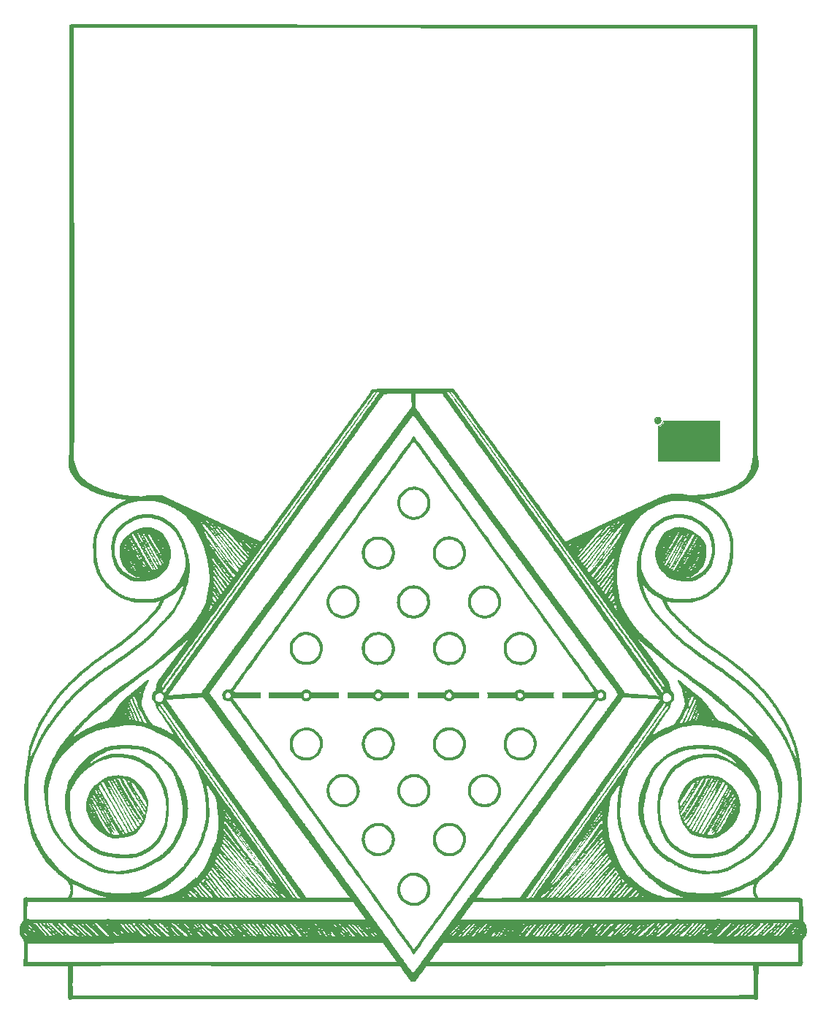
<source format=gbr>
%TF.GenerationSoftware,KiCad,Pcbnew,7.99.0-3134-gf47cc39208*%
%TF.CreationDate,2023-10-21T21:10:59+01:00*%
%TF.ProjectId,hh2024,68683230-3234-42e6-9b69-6361645f7063,rev?*%
%TF.SameCoordinates,Original*%
%TF.FileFunction,Legend,Top*%
%TF.FilePolarity,Positive*%
%FSLAX46Y46*%
G04 Gerber Fmt 4.6, Leading zero omitted, Abs format (unit mm)*
G04 Created by KiCad (PCBNEW 7.99.0-3134-gf47cc39208) date 2023-10-21 21:10:59*
%MOMM*%
%LPD*%
G01*
G04 APERTURE LIST*
%ADD10C,0.000000*%
%ADD11C,0.120000*%
%ADD12C,0.150000*%
%ADD13C,0.100000*%
G04 APERTURE END LIST*
D10*
%TO.C,G\u002A\u002A\u002A*%
G36*
X111246299Y-105330772D02*
G01*
X111282592Y-105350614D01*
X111291994Y-105366904D01*
X111278652Y-105384801D01*
X111241458Y-105371672D01*
X111216602Y-105354719D01*
X111194351Y-105331556D01*
X111200228Y-105322943D01*
X111246299Y-105330772D01*
G37*
G36*
X157039179Y-141149896D02*
G01*
X157048692Y-141154806D01*
X157099093Y-141184405D01*
X157110261Y-141201671D01*
X157082936Y-141208305D01*
X157072055Y-141208508D01*
X157029923Y-141191407D01*
X157007069Y-141164854D01*
X156993765Y-141136827D01*
X157002022Y-141132431D01*
X157039179Y-141149896D01*
G37*
G36*
X106904715Y-141136895D02*
G01*
X106884035Y-141164451D01*
X106873550Y-141175218D01*
X106838604Y-141198702D01*
X106802040Y-141209333D01*
X106780713Y-141202936D01*
X106779734Y-141198459D01*
X106796484Y-141183018D01*
X106837400Y-141158634D01*
X106843287Y-141155547D01*
X106891221Y-141133985D01*
X106904715Y-141136895D01*
G37*
G36*
X107041308Y-140990640D02*
G01*
X107022599Y-141026605D01*
X107021405Y-141028441D01*
X106987084Y-141069241D01*
X106960560Y-141080548D01*
X106949242Y-141059402D01*
X106949208Y-141057257D01*
X106965115Y-141026740D01*
X107000405Y-140994251D01*
X107036431Y-140976494D01*
X107039730Y-140976154D01*
X107041308Y-140990640D01*
G37*
G36*
X156856502Y-140983311D02*
G01*
X156880393Y-140998477D01*
X156921138Y-141032491D01*
X156941232Y-141063030D01*
X156935118Y-141080283D01*
X156927379Y-141081402D01*
X156897685Y-141066608D01*
X156886543Y-141054921D01*
X156857206Y-141012224D01*
X156847780Y-140996664D01*
X156839972Y-140977680D01*
X156856502Y-140983311D01*
G37*
G36*
X149664874Y-139992675D02*
G01*
X149649655Y-140028389D01*
X149618249Y-140079856D01*
X149576503Y-140135152D01*
X149540123Y-140166007D01*
X149515483Y-140168507D01*
X149508508Y-140147264D01*
X149522397Y-140101837D01*
X149555654Y-140048117D01*
X149595663Y-140003975D01*
X149620609Y-139988448D01*
X149655146Y-139981162D01*
X149664874Y-139992675D01*
G37*
G36*
X114278575Y-139995970D02*
G01*
X114320563Y-140035193D01*
X114359243Y-140083638D01*
X114382569Y-140127452D01*
X114384905Y-140140325D01*
X114371818Y-140166572D01*
X114343679Y-140166893D01*
X114317173Y-140143435D01*
X114311646Y-140130901D01*
X114286370Y-140086134D01*
X114257258Y-140053473D01*
X114221659Y-140012212D01*
X114220860Y-139986544D01*
X114245323Y-139979817D01*
X114278575Y-139995970D01*
G37*
G36*
X150479537Y-138619530D02*
G01*
X150459861Y-138670638D01*
X150421808Y-138730713D01*
X150405508Y-138751224D01*
X150364919Y-138807248D01*
X150319660Y-138880945D01*
X150295754Y-138924943D01*
X150249998Y-139002774D01*
X150212969Y-139040660D01*
X150185257Y-139038140D01*
X150174274Y-139019558D01*
X150181500Y-138993651D01*
X150208237Y-138943999D01*
X150248952Y-138878507D01*
X150298111Y-138805078D01*
X150350180Y-138731616D01*
X150399626Y-138666023D01*
X150440915Y-138616205D01*
X150468513Y-138590064D01*
X150475928Y-138588716D01*
X150479537Y-138619530D01*
G37*
G36*
X113428715Y-138590455D02*
G01*
X113428767Y-138590487D01*
X113455201Y-138617061D01*
X113496244Y-138669519D01*
X113545717Y-138738612D01*
X113597442Y-138815091D01*
X113645238Y-138889708D01*
X113682927Y-138953213D01*
X113704330Y-138996358D01*
X113707006Y-139006948D01*
X113696370Y-139042527D01*
X113669637Y-139041198D01*
X113648559Y-139021226D01*
X113627164Y-138988494D01*
X113594837Y-138932577D01*
X113571004Y-138888824D01*
X113528273Y-138813365D01*
X113482885Y-138740544D01*
X113462571Y-138710921D01*
X113430752Y-138659487D01*
X113412729Y-138615947D01*
X113411164Y-138589777D01*
X113428715Y-138590455D01*
G37*
G36*
X113444052Y-138934547D02*
G01*
X113495215Y-138981268D01*
X113564973Y-139062298D01*
X113632861Y-139150322D01*
X113670577Y-139199993D01*
X113727115Y-139273260D01*
X113795007Y-139360493D01*
X113866783Y-139452061D01*
X113871185Y-139457653D01*
X113935836Y-139541328D01*
X113989683Y-139613977D01*
X114027822Y-139668762D01*
X114045351Y-139698846D01*
X114045955Y-139701426D01*
X114061588Y-139728869D01*
X114090764Y-139754588D01*
X114125003Y-139787288D01*
X114164161Y-139836029D01*
X114197647Y-139886132D01*
X114214869Y-139922917D01*
X114215430Y-139927368D01*
X114207050Y-139939363D01*
X114180817Y-139922656D01*
X114135098Y-139875608D01*
X114068255Y-139796576D01*
X114000773Y-139712147D01*
X113921305Y-139611173D01*
X113826097Y-139490255D01*
X113725645Y-139362718D01*
X113630441Y-139241889D01*
X113604920Y-139209506D01*
X113525687Y-139106575D01*
X113465267Y-139023059D01*
X113426133Y-138962638D01*
X113410757Y-138928991D01*
X113412690Y-138923377D01*
X113444052Y-138934547D01*
G37*
G36*
X97997883Y-132638682D02*
G01*
X98009425Y-132671850D01*
X98022056Y-132710546D01*
X98054876Y-132767648D01*
X98092516Y-132819959D01*
X98150327Y-132901663D01*
X98207281Y-132995631D01*
X98234229Y-133047068D01*
X98271821Y-133120665D01*
X98308794Y-133185620D01*
X98331205Y-133219580D01*
X98364540Y-133276959D01*
X98362136Y-133313367D01*
X98324138Y-133327745D01*
X98316598Y-133327940D01*
X98273752Y-133316703D01*
X98263637Y-133295499D01*
X98246498Y-133260152D01*
X98231860Y-133250864D01*
X98204560Y-133221855D01*
X98200084Y-133200834D01*
X98186474Y-133163152D01*
X98172183Y-133152292D01*
X98150329Y-133129042D01*
X98116632Y-133076789D01*
X98076157Y-133005377D01*
X98033968Y-132924652D01*
X97995128Y-132844460D01*
X97964702Y-132774645D01*
X97947755Y-132725054D01*
X97945872Y-132712315D01*
X97936754Y-132678592D01*
X97924688Y-132671226D01*
X97904119Y-132655106D01*
X97903503Y-132650042D01*
X97921633Y-132634117D01*
X97956464Y-132628858D01*
X97997883Y-132638682D01*
G37*
G36*
X150479445Y-138923694D02*
G01*
X150482986Y-138939815D01*
X150470489Y-138962049D01*
X150435873Y-139011532D01*
X150383454Y-139082405D01*
X150317547Y-139168806D01*
X150260744Y-139241692D01*
X150170697Y-139356222D01*
X150074363Y-139478755D01*
X149981348Y-139597071D01*
X149901255Y-139698955D01*
X149876143Y-139730901D01*
X149811917Y-139809953D01*
X149755073Y-139875028D01*
X149711549Y-139919661D01*
X149687281Y-139937382D01*
X149686536Y-139937448D01*
X149678858Y-139922228D01*
X149698825Y-139878333D01*
X149714766Y-139852711D01*
X149750213Y-139803044D01*
X149777619Y-139772551D01*
X149785574Y-139767974D01*
X149804894Y-139751435D01*
X149834651Y-139710074D01*
X149845294Y-139692737D01*
X149876293Y-139646413D01*
X149927116Y-139577161D01*
X149990510Y-139494637D01*
X150053933Y-139415004D01*
X150125787Y-139325465D01*
X150195242Y-139237249D01*
X150253730Y-139161333D01*
X150288747Y-139114219D01*
X150359854Y-139020394D01*
X150416753Y-138956095D01*
X150457324Y-138923227D01*
X150479445Y-138923694D01*
G37*
G36*
X165976760Y-132636109D02*
G01*
X165989909Y-132650042D01*
X165973788Y-132670611D01*
X165968724Y-132671226D01*
X165950641Y-132688668D01*
X165947540Y-132707508D01*
X165937688Y-132745870D01*
X165911718Y-132809963D01*
X165875011Y-132889011D01*
X165832947Y-132972234D01*
X165790905Y-133048855D01*
X165754266Y-133108097D01*
X165735157Y-133132981D01*
X165704984Y-133169182D01*
X165693328Y-133190214D01*
X165681899Y-133213761D01*
X165653728Y-133255981D01*
X165646976Y-133265245D01*
X165606388Y-133305720D01*
X165565004Y-133326283D01*
X165533911Y-133323724D01*
X165523854Y-133300878D01*
X165535240Y-133263891D01*
X165555578Y-133228521D01*
X165580534Y-133187757D01*
X165616871Y-133122335D01*
X165657211Y-133045589D01*
X165661771Y-133036646D01*
X165709632Y-132950602D01*
X165763153Y-132866650D01*
X165810113Y-132803758D01*
X165852204Y-132746636D01*
X165878957Y-132695056D01*
X165883987Y-132673155D01*
X165895491Y-132638688D01*
X165936357Y-132628859D01*
X165936948Y-132628858D01*
X165976760Y-132636109D01*
G37*
G36*
X113759601Y-139054220D02*
G01*
X113786937Y-139087468D01*
X113801668Y-139116986D01*
X113834793Y-139177268D01*
X113874111Y-139225627D01*
X113874490Y-139225972D01*
X113916291Y-139272219D01*
X113962197Y-139335392D01*
X114004347Y-139402938D01*
X114034877Y-139462303D01*
X114045955Y-139499728D01*
X114061485Y-139529962D01*
X114077732Y-139534946D01*
X114105873Y-139549273D01*
X114109508Y-139561627D01*
X114125733Y-139592535D01*
X114152846Y-139615373D01*
X114185565Y-139646338D01*
X114229307Y-139700887D01*
X114276532Y-139767766D01*
X114319702Y-139835721D01*
X114351277Y-139893500D01*
X114363718Y-139929848D01*
X114363720Y-139930141D01*
X114358860Y-139953373D01*
X114342598Y-139952648D01*
X114312411Y-139925398D01*
X114265776Y-139869060D01*
X114200169Y-139781067D01*
X114154499Y-139717425D01*
X114090976Y-139626958D01*
X114035973Y-139546443D01*
X113994458Y-139483313D01*
X113971397Y-139445001D01*
X113968918Y-139439717D01*
X113945086Y-139399151D01*
X113906697Y-139351207D01*
X113904920Y-139349276D01*
X113858002Y-139292970D01*
X113809621Y-139225990D01*
X113767046Y-139159586D01*
X113737552Y-139105010D01*
X113728191Y-139075851D01*
X113737368Y-139048864D01*
X113759601Y-139054220D01*
G37*
G36*
X150143407Y-139076631D02*
G01*
X150144037Y-139095942D01*
X150132045Y-139132269D01*
X150101278Y-139189625D01*
X150059548Y-139256056D01*
X150014671Y-139319602D01*
X149974459Y-139368308D01*
X149954061Y-139386656D01*
X149934736Y-139410993D01*
X149907279Y-139457650D01*
X149901212Y-139469224D01*
X149871325Y-139520152D01*
X149824647Y-139591613D01*
X149769931Y-139670335D01*
X149754517Y-139691659D01*
X149699520Y-139767911D01*
X149650008Y-139838128D01*
X149614539Y-139890124D01*
X149607899Y-139900376D01*
X149572600Y-139944063D01*
X149544381Y-139957799D01*
X149530226Y-139938928D01*
X149529692Y-139930141D01*
X149541823Y-139894159D01*
X149573189Y-139836595D01*
X149616253Y-139768701D01*
X149663473Y-139701733D01*
X149707312Y-139646943D01*
X149740231Y-139615584D01*
X149740566Y-139615373D01*
X149774312Y-139584309D01*
X149783904Y-139561627D01*
X149800967Y-139537998D01*
X149815680Y-139534946D01*
X149841925Y-139517449D01*
X149847457Y-139494992D01*
X149858350Y-139459999D01*
X149886443Y-139404956D01*
X149924854Y-139340575D01*
X149966701Y-139277563D01*
X150005101Y-139226632D01*
X150033174Y-139198489D01*
X150039584Y-139195997D01*
X150059306Y-139178373D01*
X150084042Y-139134724D01*
X150089711Y-139121852D01*
X150117066Y-139065761D01*
X150135030Y-139050656D01*
X150143407Y-139076631D01*
G37*
G36*
X119689069Y-119501240D02*
G01*
X119750633Y-119516940D01*
X119821549Y-119545781D01*
X119824454Y-119547082D01*
X119910629Y-119594725D01*
X119996911Y-119656498D01*
X120042720Y-119697463D01*
X120134677Y-119791160D01*
X121734978Y-119791160D01*
X123335280Y-119791160D01*
X123335280Y-120140701D01*
X123335280Y-120490242D01*
X121746456Y-120490253D01*
X120157632Y-120490263D01*
X120068035Y-120594303D01*
X119965205Y-120689774D01*
X119847513Y-120763767D01*
X119769794Y-120799374D01*
X119703887Y-120818974D01*
X119630337Y-120826819D01*
X119555791Y-120827519D01*
X119461524Y-120822093D01*
X119369718Y-120809490D01*
X119301089Y-120792686D01*
X119223504Y-120752118D01*
X119131096Y-120682005D01*
X119068509Y-120624884D01*
X118929836Y-120490242D01*
X117073407Y-120490242D01*
X115216978Y-120490242D01*
X115216978Y-120161885D01*
X119236114Y-120161885D01*
X119254338Y-120273063D01*
X119304082Y-120363907D01*
X119377957Y-120430848D01*
X119468571Y-120470318D01*
X119568534Y-120478746D01*
X119670456Y-120452564D01*
X119744538Y-120407434D01*
X119820364Y-120322946D01*
X119860163Y-120223556D01*
X119863199Y-120117805D01*
X119828737Y-120014235D01*
X119783926Y-119949885D01*
X119699181Y-119880801D01*
X119604201Y-119847252D01*
X119506534Y-119846317D01*
X119413727Y-119875075D01*
X119333329Y-119930605D01*
X119272888Y-120009986D01*
X119239951Y-120110296D01*
X119236114Y-120161885D01*
X115216978Y-120161885D01*
X115216978Y-120140701D01*
X115216978Y-119791160D01*
X117094457Y-119791160D01*
X118971936Y-119791160D01*
X119063228Y-119696959D01*
X119170223Y-119603452D01*
X119283215Y-119542286D01*
X119414023Y-119508375D01*
X119525386Y-119498000D01*
X119619704Y-119495865D01*
X119689069Y-119501240D01*
G37*
G36*
X136209304Y-119500664D02*
G01*
X136333361Y-119527303D01*
X136445104Y-119582560D01*
X136557138Y-119670908D01*
X136563408Y-119676676D01*
X136687064Y-119791160D01*
X138135359Y-119791160D01*
X139583654Y-119791160D01*
X139583654Y-120140701D01*
X139583654Y-120490242D01*
X138143120Y-120490510D01*
X136702586Y-120490777D01*
X136605237Y-120601727D01*
X136502043Y-120702477D01*
X136394135Y-120769783D01*
X136270279Y-120808806D01*
X136120017Y-120824680D01*
X136026286Y-120826529D01*
X135958748Y-120821961D01*
X135901378Y-120808095D01*
X135838148Y-120782051D01*
X135810839Y-120769128D01*
X135669084Y-120677891D01*
X135588404Y-120598630D01*
X135495080Y-120490263D01*
X133972616Y-120490253D01*
X132450152Y-120490242D01*
X132466153Y-120326064D01*
X132474700Y-120238501D01*
X132479659Y-120178641D01*
X132479660Y-120178601D01*
X135779714Y-120178601D01*
X135802482Y-120277847D01*
X135810832Y-120295339D01*
X135878337Y-120386644D01*
X135965737Y-120448660D01*
X136064425Y-120478874D01*
X136165794Y-120474772D01*
X136261237Y-120433841D01*
X136268307Y-120428937D01*
X136354140Y-120345220D01*
X136402762Y-120248237D01*
X136414239Y-120144856D01*
X136388639Y-120041949D01*
X136326027Y-119946386D01*
X136263095Y-119889659D01*
X136190894Y-119856270D01*
X136098833Y-119846565D01*
X135993985Y-119865052D01*
X135904638Y-119915307D01*
X135835803Y-119989523D01*
X135792491Y-120079890D01*
X135779714Y-120178601D01*
X132479660Y-120178601D01*
X132481068Y-120131972D01*
X132478968Y-120083986D01*
X132473399Y-120020171D01*
X132467174Y-119955338D01*
X132451515Y-119791160D01*
X133984775Y-119791160D01*
X135518035Y-119791160D01*
X135608606Y-119698875D01*
X135723843Y-119600239D01*
X135845479Y-119537232D01*
X135985469Y-119504540D01*
X136060328Y-119498169D01*
X136209304Y-119500664D01*
G37*
G36*
X128041019Y-119505328D02*
G01*
X128166347Y-119540945D01*
X128280608Y-119606529D01*
X128365584Y-119677146D01*
X128488733Y-119791160D01*
X129997642Y-119791160D01*
X131506551Y-119791160D01*
X131492638Y-119865321D01*
X131486423Y-119919777D01*
X131481640Y-120002283D01*
X131479012Y-120098525D01*
X131478725Y-120140701D01*
X131480200Y-120238449D01*
X131484142Y-120328636D01*
X131489828Y-120396948D01*
X131492638Y-120416081D01*
X131506551Y-120490242D01*
X130012660Y-120490242D01*
X128518769Y-120490242D01*
X128384406Y-120624310D01*
X128275862Y-120720130D01*
X128170652Y-120782498D01*
X128055492Y-120816935D01*
X127917096Y-120828961D01*
X127891431Y-120829175D01*
X127791892Y-120824699D01*
X127710639Y-120807872D01*
X127624209Y-120773553D01*
X127612507Y-120768078D01*
X127470885Y-120678090D01*
X127390072Y-120598630D01*
X127296748Y-120490263D01*
X125796274Y-120490253D01*
X124295800Y-120490242D01*
X124311272Y-120421393D01*
X124317992Y-120370331D01*
X124323239Y-120290202D01*
X124325853Y-120207719D01*
X127590290Y-120207719D01*
X127600707Y-120254842D01*
X127644750Y-120341722D01*
X127714901Y-120416714D01*
X127797332Y-120465496D01*
X127807381Y-120468905D01*
X127897784Y-120479399D01*
X127996663Y-120464160D01*
X128069975Y-120433550D01*
X128150460Y-120363934D01*
X128199034Y-120276333D01*
X128216954Y-120179122D01*
X128205479Y-120080676D01*
X128165868Y-119989370D01*
X128099379Y-119913579D01*
X128007270Y-119861678D01*
X127982910Y-119854086D01*
X127875187Y-119844517D01*
X127776271Y-119870853D01*
X127692242Y-119926717D01*
X127629181Y-120005734D01*
X127593170Y-120101526D01*
X127590290Y-120207719D01*
X124325853Y-120207719D01*
X124326278Y-120194300D01*
X124326744Y-120140701D01*
X124325199Y-120041812D01*
X124321052Y-119951524D01*
X124315035Y-119883133D01*
X124311272Y-119860009D01*
X124295800Y-119791160D01*
X125807863Y-119791160D01*
X127319926Y-119791160D01*
X127403666Y-119703910D01*
X127533312Y-119598246D01*
X127682702Y-119528033D01*
X127844963Y-119496220D01*
X127891431Y-119494596D01*
X128041019Y-119505328D01*
G37*
G36*
X155464434Y-140727061D02*
G01*
X155500023Y-140746434D01*
X155536071Y-140769381D01*
X155558110Y-140788764D01*
X155563796Y-140810691D01*
X155550783Y-140841269D01*
X155516726Y-140886603D01*
X155459281Y-140952803D01*
X155391737Y-141028441D01*
X155339703Y-141088305D01*
X155268390Y-141172545D01*
X155185038Y-141272496D01*
X155096890Y-141379492D01*
X155037680Y-141452127D01*
X154952642Y-141555986D01*
X154869492Y-141655807D01*
X154794806Y-141743818D01*
X154735161Y-141812250D01*
X154704645Y-141845641D01*
X154648362Y-141909211D01*
X154599571Y-141972129D01*
X154575994Y-142008522D01*
X154548499Y-142048990D01*
X154499140Y-142112616D01*
X154434531Y-142191187D01*
X154361283Y-142276489D01*
X154349125Y-142290304D01*
X154271962Y-142379030D01*
X154199148Y-142465215D01*
X154138435Y-142539523D01*
X154097576Y-142592620D01*
X154094913Y-142596358D01*
X154040309Y-142670196D01*
X153980142Y-142746401D01*
X153961791Y-142768436D01*
X153916389Y-142822256D01*
X153854651Y-142895968D01*
X153787248Y-142976816D01*
X153760540Y-143008961D01*
X153691998Y-143088222D01*
X153612506Y-143174855D01*
X153527706Y-143263312D01*
X153443239Y-143348045D01*
X153364748Y-143423506D01*
X153297875Y-143484148D01*
X153248261Y-143524421D01*
X153221742Y-143538783D01*
X153197691Y-143521729D01*
X153194579Y-143507006D01*
X153206018Y-143478815D01*
X153215764Y-143475230D01*
X153235386Y-143458467D01*
X153236948Y-143448371D01*
X153248140Y-143415436D01*
X153276258Y-143364572D01*
X153289909Y-143343573D01*
X153322300Y-143290839D01*
X153341024Y-143250548D01*
X153342870Y-143241537D01*
X153356128Y-143218466D01*
X153392949Y-143169152D01*
X153448898Y-143099152D01*
X153519543Y-143014024D01*
X153592995Y-142927944D01*
X153680347Y-142825370D01*
X153786701Y-142698123D01*
X153907083Y-142552354D01*
X154036520Y-142394210D01*
X154170042Y-142229842D01*
X154302675Y-142065399D01*
X154429448Y-141907030D01*
X154545387Y-141760883D01*
X154645521Y-141633109D01*
X154724878Y-141529857D01*
X154743512Y-141505088D01*
X154813913Y-141413808D01*
X154892535Y-141316352D01*
X154964399Y-141231215D01*
X154976408Y-141217557D01*
X155044197Y-141138788D01*
X155123095Y-141043552D01*
X155198751Y-140949250D01*
X155217332Y-140925468D01*
X155291921Y-140831515D01*
X155348010Y-140768443D01*
X155391516Y-140732508D01*
X155428352Y-140719962D01*
X155464434Y-140727061D01*
G37*
G36*
X140491797Y-129298878D02*
G01*
X140757247Y-129354398D01*
X141013853Y-129448026D01*
X141208376Y-129549821D01*
X141442830Y-129715001D01*
X141647620Y-129910231D01*
X141821468Y-130134109D01*
X141956585Y-130371600D01*
X142059896Y-130631856D01*
X142123152Y-130896720D01*
X142147867Y-131162609D01*
X142135554Y-131425941D01*
X142087727Y-131683133D01*
X142005901Y-131930604D01*
X141891588Y-132164772D01*
X141746305Y-132382052D01*
X141571563Y-132578865D01*
X141368877Y-132751627D01*
X141139762Y-132896755D01*
X140885731Y-133010669D01*
X140833528Y-133028904D01*
X140580480Y-133096764D01*
X140331254Y-133128223D01*
X140073457Y-133124487D01*
X139964971Y-133113384D01*
X139697986Y-133059160D01*
X139443235Y-132966523D01*
X139204476Y-132838571D01*
X138985469Y-132678405D01*
X138789974Y-132489122D01*
X138621752Y-132273823D01*
X138484561Y-132035606D01*
X138396069Y-131820111D01*
X138343777Y-131632848D01*
X138313820Y-131438857D01*
X138305850Y-131252905D01*
X138654193Y-131252905D01*
X138662451Y-131406473D01*
X138680651Y-131540939D01*
X138691971Y-131590826D01*
X138776810Y-131831107D01*
X138894924Y-132049462D01*
X139042551Y-132243620D01*
X139215930Y-132411311D01*
X139411297Y-132550266D01*
X139624891Y-132658215D01*
X139852949Y-132732887D01*
X140091710Y-132772014D01*
X140337411Y-132773326D01*
X140586289Y-132734552D01*
X140587285Y-132734313D01*
X140825462Y-132656967D01*
X141041246Y-132546828D01*
X141233080Y-132407772D01*
X141399410Y-132243675D01*
X141538680Y-132058416D01*
X141649332Y-131855869D01*
X141729811Y-131639911D01*
X141778562Y-131414419D01*
X141794028Y-131183270D01*
X141774653Y-130950340D01*
X141718881Y-130719505D01*
X141625157Y-130494643D01*
X141542984Y-130353270D01*
X141383749Y-130145678D01*
X141198870Y-129971703D01*
X140987907Y-129831024D01*
X140750419Y-129723322D01*
X140617431Y-129680561D01*
X140440281Y-129645848D01*
X140243616Y-129632720D01*
X140044374Y-129641163D01*
X139859492Y-129671167D01*
X139820721Y-129681134D01*
X139579525Y-129769632D01*
X139357957Y-129893714D01*
X139159536Y-130049810D01*
X138987782Y-130234352D01*
X138846216Y-130443769D01*
X138738357Y-130674491D01*
X138689557Y-130828191D01*
X138667699Y-130948703D01*
X138655927Y-131095295D01*
X138654193Y-131252905D01*
X138305850Y-131252905D01*
X138304687Y-131225777D01*
X138307878Y-131098523D01*
X138340373Y-130812552D01*
X138411365Y-130544242D01*
X138520639Y-130294033D01*
X138667980Y-130062367D01*
X138853175Y-129849683D01*
X138967542Y-129743999D01*
X139190742Y-129579131D01*
X139432331Y-129450011D01*
X139687770Y-129357033D01*
X139952519Y-129300589D01*
X140222041Y-129281073D01*
X140491797Y-129298878D01*
G37*
G36*
X108547899Y-140777782D02*
G01*
X108601015Y-140836509D01*
X108663677Y-140911506D01*
X108711997Y-140973088D01*
X108776356Y-141054857D01*
X108851132Y-141145063D01*
X108906019Y-141208231D01*
X108961690Y-141273192D01*
X109032692Y-141360083D01*
X109109217Y-141456730D01*
X109170621Y-141536588D01*
X109247612Y-141637047D01*
X109341845Y-141757932D01*
X109448603Y-141893373D01*
X109563167Y-142037500D01*
X109680818Y-142184444D01*
X109796838Y-142328337D01*
X109906508Y-142463308D01*
X110005110Y-142583489D01*
X110087926Y-142683011D01*
X110150237Y-142756003D01*
X110158631Y-142765555D01*
X110277286Y-142901307D01*
X110377500Y-143019189D01*
X110457006Y-143116382D01*
X110513534Y-143190066D01*
X110544817Y-143237424D01*
X110550543Y-143252533D01*
X110562764Y-143286290D01*
X110592362Y-143331999D01*
X110594204Y-143334364D01*
X110625948Y-143386026D01*
X110641073Y-143432449D01*
X110641081Y-143432550D01*
X110655075Y-143467187D01*
X110671564Y-143475230D01*
X110695708Y-143492282D01*
X110698833Y-143507006D01*
X110689845Y-143533419D01*
X110661236Y-143531291D01*
X110610536Y-143499457D01*
X110535277Y-143436750D01*
X110518766Y-143421944D01*
X110457518Y-143366199D01*
X110408311Y-143320741D01*
X110379775Y-143293559D01*
X110376828Y-143290497D01*
X110357470Y-143269101D01*
X110315797Y-143223136D01*
X110257977Y-143159400D01*
X110191466Y-143086115D01*
X110125217Y-143011721D01*
X110070976Y-142948121D01*
X110034347Y-142902077D01*
X110020935Y-142880369D01*
X110007712Y-142857301D01*
X109972538Y-142811645D01*
X109922152Y-142751986D01*
X109904421Y-142731907D01*
X109850655Y-142669527D01*
X109810017Y-142618335D01*
X109789253Y-142586975D01*
X109787907Y-142582632D01*
X109774618Y-142559056D01*
X109739401Y-142513409D01*
X109689230Y-142454598D01*
X109676689Y-142440568D01*
X109553981Y-142303700D01*
X109458169Y-142195022D01*
X109387066Y-142111913D01*
X109338489Y-142051750D01*
X109310252Y-142011911D01*
X109300171Y-141989773D01*
X109300079Y-141988532D01*
X109285532Y-141957374D01*
X109249807Y-141913007D01*
X109234173Y-141896998D01*
X109201124Y-141861592D01*
X109146453Y-141799321D01*
X109075279Y-141716182D01*
X108992723Y-141618169D01*
X108903908Y-141511280D01*
X108881352Y-141483904D01*
X108788478Y-141371389D01*
X108697632Y-141262054D01*
X108614772Y-141163017D01*
X108545856Y-141081393D01*
X108496840Y-141024299D01*
X108491184Y-141017849D01*
X108420893Y-140937793D01*
X108374042Y-140883190D01*
X108345924Y-140847824D01*
X108331830Y-140825481D01*
X108327052Y-140809944D01*
X108326710Y-140800709D01*
X108344366Y-140775042D01*
X108387467Y-140744686D01*
X108400466Y-140737805D01*
X108473700Y-140701382D01*
X108547899Y-140777782D01*
G37*
G36*
X119837707Y-123899420D02*
G01*
X120110594Y-123958250D01*
X120367567Y-124056277D01*
X120608057Y-124193276D01*
X120831492Y-124369024D01*
X120860887Y-124396243D01*
X121058968Y-124611315D01*
X121220805Y-124848129D01*
X121345798Y-125105658D01*
X121431724Y-125376134D01*
X121455460Y-125515945D01*
X121467587Y-125682116D01*
X121468260Y-125860304D01*
X121457633Y-126036167D01*
X121435860Y-126195361D01*
X121422214Y-126258761D01*
X121334028Y-126529425D01*
X121210017Y-126779763D01*
X121052892Y-127007057D01*
X120865363Y-127208591D01*
X120650140Y-127381649D01*
X120409935Y-127523514D01*
X120147458Y-127631469D01*
X120013484Y-127670667D01*
X119884691Y-127695966D01*
X119733112Y-127713896D01*
X119574899Y-127723454D01*
X119426201Y-127723637D01*
X119309667Y-127714382D01*
X119079492Y-127667621D01*
X118850324Y-127594044D01*
X118635722Y-127498749D01*
X118461992Y-127395716D01*
X118252693Y-127227086D01*
X118066860Y-127027672D01*
X117908653Y-126803825D01*
X117782232Y-126561899D01*
X117691757Y-126308247D01*
X117659683Y-126170596D01*
X117626648Y-125889844D01*
X117628654Y-125807507D01*
X117980164Y-125807507D01*
X117999888Y-126059110D01*
X118058371Y-126299067D01*
X118152801Y-126523906D01*
X118280365Y-126730159D01*
X118438251Y-126914356D01*
X118623646Y-127073028D01*
X118833737Y-127202705D01*
X119065713Y-127299917D01*
X119225522Y-127343750D01*
X119379781Y-127366009D01*
X119554695Y-127372067D01*
X119731794Y-127361992D01*
X119867197Y-127341428D01*
X120111433Y-127269970D01*
X120337725Y-127161759D01*
X120542678Y-127019833D01*
X120722894Y-126847232D01*
X120874976Y-126646995D01*
X120995527Y-126422163D01*
X121048834Y-126284154D01*
X121093341Y-126105380D01*
X121116955Y-125906022D01*
X121118801Y-125702841D01*
X121098007Y-125512592D01*
X121090922Y-125476961D01*
X121024116Y-125256637D01*
X120922939Y-125042270D01*
X120793147Y-124843010D01*
X120640498Y-124668006D01*
X120511470Y-124555893D01*
X120298420Y-124416432D01*
X120078613Y-124317321D01*
X119846378Y-124256661D01*
X119596046Y-124232557D01*
X119543287Y-124231955D01*
X119284031Y-124252628D01*
X119038410Y-124312827D01*
X118809180Y-124411129D01*
X118599100Y-124546112D01*
X118410930Y-124716351D01*
X118269176Y-124889244D01*
X118140431Y-125100050D01*
X118050560Y-125319578D01*
X117997743Y-125553604D01*
X117980164Y-125807507D01*
X117628654Y-125807507D01*
X117633322Y-125615899D01*
X117677309Y-125351663D01*
X117756216Y-125100040D01*
X117867645Y-124863933D01*
X118009204Y-124646244D01*
X118178495Y-124449878D01*
X118373125Y-124277736D01*
X118590698Y-124132723D01*
X118828819Y-124017741D01*
X119085092Y-123935693D01*
X119357123Y-123889483D01*
X119549476Y-123880012D01*
X119837707Y-123899420D01*
G37*
G36*
X144483063Y-119497677D02*
G01*
X144536912Y-119508789D01*
X144593872Y-119531214D01*
X144643299Y-119554874D01*
X144726332Y-119602928D01*
X144806258Y-119660898D01*
X144855409Y-119705784D01*
X144934402Y-119791160D01*
X146609467Y-119791160D01*
X148284532Y-119791160D01*
X148270620Y-119865321D01*
X148264405Y-119919777D01*
X148259622Y-120002283D01*
X148256994Y-120098525D01*
X148256707Y-120140701D01*
X148258181Y-120238449D01*
X148262123Y-120328636D01*
X148267809Y-120396948D01*
X148270620Y-120416081D01*
X148284532Y-120490242D01*
X146622522Y-120490242D01*
X144960511Y-120490242D01*
X144872688Y-120594395D01*
X144763351Y-120696281D01*
X144654145Y-120763870D01*
X144575842Y-120799633D01*
X144508896Y-120819343D01*
X144433680Y-120827334D01*
X144362630Y-120828262D01*
X144271175Y-120823905D01*
X144184866Y-120813362D01*
X144122126Y-120798897D01*
X144121292Y-120798603D01*
X144018803Y-120750189D01*
X143920794Y-120683487D01*
X143843278Y-120609949D01*
X143825632Y-120587154D01*
X143789901Y-120540050D01*
X143761151Y-120508940D01*
X143757985Y-120506455D01*
X143733717Y-120503952D01*
X143670409Y-120501565D01*
X143571389Y-120499327D01*
X143439986Y-120497270D01*
X143279528Y-120495427D01*
X143093344Y-120493832D01*
X142884762Y-120492516D01*
X142657111Y-120491512D01*
X142413719Y-120490853D01*
X142157915Y-120490571D01*
X142139798Y-120490567D01*
X140543816Y-120490242D01*
X140559240Y-120400209D01*
X140566816Y-120333991D01*
X140572320Y-120243946D01*
X140574648Y-120148606D01*
X140574665Y-120140701D01*
X140574503Y-120132999D01*
X144042760Y-120132999D01*
X144049744Y-120236276D01*
X144087350Y-120332984D01*
X144096677Y-120347627D01*
X144129689Y-120394941D01*
X144151180Y-120423362D01*
X144154934Y-120427008D01*
X144175655Y-120433719D01*
X144222317Y-120450196D01*
X144244204Y-120458100D01*
X144352858Y-120477850D01*
X144462842Y-120456982D01*
X144512634Y-120435050D01*
X144590606Y-120373181D01*
X144642948Y-120286799D01*
X144667137Y-120186902D01*
X144660655Y-120084489D01*
X144620980Y-119990557D01*
X144616125Y-119983497D01*
X144534520Y-119902142D01*
X144434890Y-119856612D01*
X144323998Y-119848374D01*
X144208607Y-119878892D01*
X144185010Y-119890069D01*
X144112445Y-119949265D01*
X144064344Y-120033785D01*
X144042760Y-120132999D01*
X140574503Y-120132999D01*
X140572663Y-120045775D01*
X140567391Y-119954538D01*
X140559951Y-119885521D01*
X140559240Y-119881193D01*
X140543816Y-119791160D01*
X142153742Y-119791160D01*
X143763668Y-119791160D01*
X143861721Y-119695863D01*
X143961316Y-119609111D01*
X144056687Y-119551677D01*
X144161934Y-119517555D01*
X144291156Y-119500734D01*
X144324232Y-119498758D01*
X144417208Y-119495219D01*
X144483063Y-119497677D01*
G37*
G36*
X132164754Y-129293178D02*
G01*
X132325096Y-129305324D01*
X132463357Y-129325937D01*
X132524794Y-129340661D01*
X132798215Y-129439954D01*
X133048833Y-129573295D01*
X133274193Y-129738199D01*
X133471834Y-129932180D01*
X133639299Y-130152753D01*
X133774129Y-130397432D01*
X133873867Y-130663732D01*
X133889761Y-130720790D01*
X133921310Y-130879880D01*
X133940146Y-131059915D01*
X133945951Y-131246573D01*
X133938409Y-131425533D01*
X133917201Y-131582477D01*
X133909620Y-131617038D01*
X133822307Y-131894293D01*
X133700123Y-132151044D01*
X133545471Y-132384405D01*
X133360755Y-132591489D01*
X133148376Y-132769409D01*
X132910738Y-132915280D01*
X132776612Y-132978086D01*
X132540709Y-133058085D01*
X132287269Y-133109103D01*
X132029960Y-133129291D01*
X131782451Y-133116799D01*
X131766639Y-133114760D01*
X131493199Y-133057555D01*
X131236396Y-132963438D01*
X130998925Y-132835506D01*
X130783485Y-132676856D01*
X130592771Y-132490584D01*
X130429480Y-132279789D01*
X130296309Y-132047568D01*
X130195954Y-131797017D01*
X130131113Y-131531235D01*
X130104482Y-131253318D01*
X130104248Y-131232191D01*
X130450699Y-131232191D01*
X130473374Y-131473413D01*
X130534304Y-131710056D01*
X130633930Y-131937723D01*
X130701417Y-132051477D01*
X130858615Y-132255918D01*
X131041273Y-132429062D01*
X131245364Y-132569278D01*
X131466863Y-132674936D01*
X131701743Y-132744406D01*
X131945977Y-132776057D01*
X132195541Y-132768260D01*
X132388337Y-132734460D01*
X132632026Y-132655299D01*
X132854158Y-132541711D01*
X133052170Y-132397141D01*
X133223499Y-132225035D01*
X133365582Y-132028837D01*
X133475855Y-131811994D01*
X133551755Y-131577951D01*
X133590719Y-131330154D01*
X133593092Y-131115045D01*
X133558819Y-130861449D01*
X133486084Y-130621789D01*
X133377487Y-130399565D01*
X133235630Y-130198279D01*
X133063114Y-130021432D01*
X132862541Y-129872526D01*
X132636511Y-129755061D01*
X132560477Y-129725139D01*
X132316396Y-129657826D01*
X132068837Y-129630913D01*
X131822478Y-129643316D01*
X131581993Y-129693949D01*
X131352060Y-129781729D01*
X131137354Y-129905571D01*
X130942553Y-130064389D01*
X130895737Y-130111282D01*
X130733742Y-130309447D01*
X130607801Y-130525018D01*
X130518353Y-130753596D01*
X130465839Y-130990786D01*
X130450699Y-131232191D01*
X130104248Y-131232191D01*
X130103948Y-131205105D01*
X130124479Y-130925018D01*
X130183927Y-130653574D01*
X130280159Y-130395200D01*
X130411043Y-130154321D01*
X130574446Y-129935364D01*
X130768235Y-129742757D01*
X130834529Y-129688793D01*
X130959194Y-129603235D01*
X131109591Y-129517091D01*
X131270957Y-129437683D01*
X131428529Y-129372332D01*
X131554796Y-129331612D01*
X131677352Y-129308715D01*
X131828271Y-129294756D01*
X131994942Y-129289616D01*
X132164754Y-129293178D01*
G37*
G36*
X132236195Y-95977391D02*
G01*
X132502037Y-96025778D01*
X132759130Y-96110865D01*
X133003069Y-96231947D01*
X133229446Y-96388315D01*
X133374502Y-96517797D01*
X133562937Y-96733778D01*
X133717252Y-96974409D01*
X133836490Y-97237966D01*
X133909620Y-97479043D01*
X133934341Y-97628134D01*
X133945315Y-97802870D01*
X133942862Y-97988932D01*
X133927298Y-98172000D01*
X133898940Y-98337751D01*
X133889761Y-98375291D01*
X133797781Y-98644405D01*
X133669943Y-98893281D01*
X133509004Y-99119114D01*
X133317721Y-99319101D01*
X133098853Y-99490435D01*
X132855157Y-99630314D01*
X132589390Y-99735930D01*
X132536189Y-99752019D01*
X132422122Y-99776331D01*
X132279397Y-99794098D01*
X132121147Y-99804847D01*
X131960505Y-99808105D01*
X131810605Y-99803399D01*
X131684578Y-99790256D01*
X131650126Y-99783915D01*
X131374142Y-99704835D01*
X131118821Y-99590776D01*
X130886557Y-99444669D01*
X130679743Y-99269443D01*
X130500772Y-99068030D01*
X130352037Y-98843360D01*
X130235933Y-98598361D01*
X130154853Y-98335965D01*
X130111189Y-98059103D01*
X130106480Y-97949769D01*
X130449152Y-97949769D01*
X130475609Y-98187329D01*
X130538765Y-98415548D01*
X130635814Y-98630787D01*
X130763945Y-98829409D01*
X130920350Y-99007777D01*
X131102221Y-99162252D01*
X131306748Y-99289196D01*
X131531122Y-99384973D01*
X131772535Y-99445944D01*
X131809832Y-99451832D01*
X131920411Y-99466052D01*
X132010096Y-99471604D01*
X132098069Y-99468522D01*
X132203512Y-99456834D01*
X132235167Y-99452528D01*
X132472962Y-99399668D01*
X132701517Y-99310529D01*
X132913738Y-99189113D01*
X133102529Y-99039417D01*
X133248611Y-98881197D01*
X133394557Y-98665808D01*
X133499894Y-98441449D01*
X133566060Y-98204363D01*
X133593092Y-97981036D01*
X133587417Y-97719029D01*
X133541469Y-97469622D01*
X133455767Y-97234252D01*
X133330832Y-97014356D01*
X133171497Y-96815967D01*
X132983596Y-96645226D01*
X132772696Y-96508093D01*
X132543666Y-96406689D01*
X132301374Y-96343133D01*
X132050690Y-96319547D01*
X132031443Y-96319449D01*
X131774431Y-96339806D01*
X131531262Y-96398463D01*
X131304945Y-96492757D01*
X131098493Y-96620026D01*
X130914918Y-96777609D01*
X130757230Y-96962843D01*
X130628442Y-97173068D01*
X130531564Y-97405621D01*
X130469608Y-97657840D01*
X130462206Y-97706506D01*
X130449152Y-97949769D01*
X130106480Y-97949769D01*
X130103948Y-97890976D01*
X130123989Y-97606611D01*
X130183550Y-97334073D01*
X130280680Y-97076508D01*
X130413429Y-96837064D01*
X130579846Y-96618890D01*
X130777980Y-96425133D01*
X131005881Y-96258942D01*
X131173478Y-96164971D01*
X131430247Y-96059494D01*
X131695894Y-95993542D01*
X131966012Y-95966410D01*
X132236195Y-95977391D01*
G37*
G36*
X144591633Y-112829047D02*
G01*
X144849952Y-112876840D01*
X145093530Y-112958502D01*
X145188385Y-113002272D01*
X145434169Y-113144155D01*
X145645123Y-113306441D01*
X145825706Y-113493669D01*
X145980374Y-113710380D01*
X146098710Y-113929337D01*
X146166518Y-114087050D01*
X146214874Y-114239362D01*
X146248420Y-114403341D01*
X146267054Y-114548040D01*
X146275807Y-114826004D01*
X146244810Y-115096413D01*
X146176464Y-115356011D01*
X146073169Y-115601539D01*
X145937326Y-115829740D01*
X145771335Y-116037356D01*
X145577597Y-116221129D01*
X145358511Y-116377801D01*
X145116480Y-116504115D01*
X144853903Y-116596812D01*
X144736450Y-116625279D01*
X144619620Y-116642125D01*
X144475597Y-116651314D01*
X144318842Y-116652931D01*
X144163817Y-116647059D01*
X144024984Y-116633781D01*
X143947953Y-116620725D01*
X143678833Y-116542057D01*
X143427841Y-116426853D01*
X143197956Y-116278144D01*
X142992161Y-116098962D01*
X142813434Y-115892340D01*
X142664756Y-115661308D01*
X142549107Y-115408900D01*
X142469469Y-115138147D01*
X142463729Y-115110817D01*
X142446191Y-114984721D01*
X142437576Y-114833621D01*
X142437568Y-114771636D01*
X142777949Y-114771636D01*
X142802706Y-115017516D01*
X142825715Y-115123689D01*
X142901452Y-115342110D01*
X143013492Y-115551516D01*
X143156385Y-115745749D01*
X143324678Y-115918652D01*
X143512922Y-116064065D01*
X143715664Y-116175833D01*
X143781096Y-116202873D01*
X144008047Y-116269743D01*
X144245919Y-116304201D01*
X144483645Y-116305566D01*
X144710159Y-116273157D01*
X144752628Y-116262698D01*
X144985874Y-116179456D01*
X145202713Y-116059602D01*
X145399154Y-115907033D01*
X145571211Y-115725646D01*
X145714894Y-115519337D01*
X145826216Y-115292002D01*
X145868092Y-115172978D01*
X145900732Y-115025531D01*
X145918179Y-114854228D01*
X145920432Y-114673828D01*
X145907491Y-114499090D01*
X145879355Y-114344774D01*
X145868109Y-114305167D01*
X145770402Y-114059377D01*
X145640870Y-113838238D01*
X145482500Y-113644157D01*
X145298279Y-113479540D01*
X145091192Y-113346795D01*
X144864226Y-113248327D01*
X144620367Y-113186544D01*
X144456175Y-113167325D01*
X144205108Y-113170695D01*
X143965679Y-113212234D01*
X143740576Y-113288717D01*
X143532486Y-113396920D01*
X143344096Y-113533618D01*
X143178093Y-113695587D01*
X143037166Y-113879602D01*
X142924000Y-114082439D01*
X142841284Y-114300873D01*
X142791705Y-114531680D01*
X142777949Y-114771636D01*
X142437568Y-114771636D01*
X142437554Y-114670958D01*
X142445796Y-114510175D01*
X142461971Y-114364715D01*
X142484797Y-114251460D01*
X142580718Y-113979612D01*
X142712757Y-113728243D01*
X142878514Y-113500179D01*
X143075591Y-113298243D01*
X143301590Y-113125261D01*
X143554112Y-112984056D01*
X143565384Y-112978807D01*
X143805450Y-112890004D01*
X144061661Y-112835517D01*
X144326296Y-112815235D01*
X144591633Y-112829047D01*
G37*
G36*
X132266500Y-107432226D02*
G01*
X132514891Y-107483139D01*
X132764927Y-107574383D01*
X133000998Y-107702647D01*
X133218563Y-107863646D01*
X133413079Y-108053093D01*
X133580006Y-108266700D01*
X133714803Y-108500182D01*
X133793597Y-108690100D01*
X133853964Y-108914728D01*
X133888618Y-109159032D01*
X133896516Y-109408243D01*
X133876619Y-109647593D01*
X133865653Y-109712255D01*
X133794209Y-109975809D01*
X133685461Y-110224107D01*
X133542777Y-110453762D01*
X133369527Y-110661387D01*
X133169078Y-110843596D01*
X132944800Y-110997000D01*
X132700060Y-111118213D01*
X132438228Y-111203847D01*
X132365989Y-111220233D01*
X132236371Y-111238952D01*
X132080979Y-111249133D01*
X131915549Y-111250734D01*
X131755816Y-111243709D01*
X131617515Y-111228015D01*
X131586573Y-111222422D01*
X131330304Y-111150357D01*
X131086713Y-111041040D01*
X130859743Y-110898377D01*
X130653339Y-110726273D01*
X130471445Y-110528634D01*
X130318005Y-110309365D01*
X130196965Y-110072371D01*
X130112268Y-109821558D01*
X130094778Y-109745389D01*
X130069243Y-109565052D01*
X130059977Y-109364439D01*
X130064645Y-109221627D01*
X130405972Y-109221627D01*
X130406262Y-109455212D01*
X130442729Y-109689323D01*
X130516721Y-109920236D01*
X130629589Y-110144228D01*
X130675770Y-110216249D01*
X130833240Y-110412398D01*
X131017321Y-110578855D01*
X131223319Y-110713619D01*
X131446543Y-110814689D01*
X131682301Y-110880064D01*
X131925901Y-110907744D01*
X132172652Y-110895728D01*
X132243287Y-110884685D01*
X132492871Y-110818874D01*
X132723254Y-110716890D01*
X132931600Y-110581644D01*
X133115071Y-110416043D01*
X133270831Y-110222996D01*
X133396043Y-110005411D01*
X133487872Y-109766199D01*
X133535688Y-109559442D01*
X133554259Y-109323651D01*
X133533365Y-109087674D01*
X133475596Y-108856492D01*
X133383539Y-108635084D01*
X133259785Y-108428430D01*
X133106920Y-108241512D01*
X132927534Y-108079309D01*
X132724214Y-107946801D01*
X132687551Y-107927635D01*
X132533646Y-107857858D01*
X132387456Y-107810461D01*
X132234820Y-107782275D01*
X132061579Y-107770134D01*
X131978483Y-107769058D01*
X131851685Y-107770409D01*
X131754807Y-107775407D01*
X131675461Y-107785467D01*
X131601255Y-107802004D01*
X131544204Y-107818669D01*
X131303625Y-107914010D01*
X131088435Y-108039662D01*
X130899982Y-108191904D01*
X130739614Y-108367011D01*
X130608681Y-108561260D01*
X130508530Y-108770928D01*
X130440511Y-108992291D01*
X130405972Y-109221627D01*
X130064645Y-109221627D01*
X130066663Y-109159909D01*
X130088981Y-108967823D01*
X130112074Y-108855992D01*
X130200689Y-108590623D01*
X130326376Y-108341914D01*
X130486027Y-108114429D01*
X130676532Y-107912734D01*
X130849899Y-107772418D01*
X130974319Y-107692511D01*
X131117834Y-107614495D01*
X131265852Y-107545426D01*
X131403783Y-107492358D01*
X131470059Y-107472548D01*
X131727166Y-107425727D01*
X131997019Y-107412330D01*
X132266500Y-107432226D01*
G37*
G36*
X128061148Y-112823033D02*
G01*
X128320098Y-112858914D01*
X128566056Y-112925880D01*
X128758466Y-113006987D01*
X129005496Y-113154214D01*
X129222918Y-113331744D01*
X129410648Y-113539488D01*
X129568603Y-113777362D01*
X129638743Y-113912511D01*
X129703494Y-114055718D01*
X129750776Y-114180392D01*
X129783108Y-114298447D01*
X129803004Y-114421793D01*
X129812981Y-114562345D01*
X129815556Y-114732013D01*
X129815510Y-114749292D01*
X129814308Y-114880996D01*
X129811025Y-114981087D01*
X129804436Y-115060310D01*
X129793320Y-115129414D01*
X129776454Y-115199142D01*
X129756583Y-115267262D01*
X129653401Y-115536912D01*
X129515890Y-115784768D01*
X129346875Y-116008004D01*
X129149182Y-116203796D01*
X128925637Y-116369320D01*
X128679066Y-116501752D01*
X128429851Y-116593240D01*
X128312983Y-116618461D01*
X128166952Y-116636719D01*
X128004449Y-116647630D01*
X127838168Y-116650804D01*
X127680801Y-116645856D01*
X127545039Y-116632400D01*
X127487407Y-116621958D01*
X127249967Y-116550280D01*
X127011567Y-116442283D01*
X126781749Y-116302699D01*
X126658492Y-116211010D01*
X126506115Y-116067677D01*
X126362955Y-115892086D01*
X126235232Y-115694240D01*
X126129167Y-115484144D01*
X126050980Y-115271801D01*
X126032802Y-115204754D01*
X126000901Y-115028180D01*
X125984779Y-114831995D01*
X125984455Y-114644941D01*
X126338067Y-114644941D01*
X126338389Y-114868353D01*
X126363619Y-115067623D01*
X126415384Y-115254005D01*
X126432732Y-115300084D01*
X126545707Y-115531257D01*
X126689463Y-115736706D01*
X126860212Y-115914286D01*
X127054165Y-116061854D01*
X127267533Y-116177267D01*
X127496529Y-116258382D01*
X127737362Y-116303057D01*
X127986246Y-116309147D01*
X128177181Y-116286878D01*
X128421295Y-116222457D01*
X128648807Y-116121031D01*
X128856242Y-115985879D01*
X129040124Y-115820282D01*
X129196977Y-115627518D01*
X129323327Y-115410867D01*
X129415697Y-115173607D01*
X129436280Y-115098833D01*
X129462759Y-114942572D01*
X129472584Y-114764239D01*
X129465949Y-114580639D01*
X129443050Y-114408574D01*
X129427462Y-114339271D01*
X129349909Y-114120751D01*
X129235821Y-113909664D01*
X129091025Y-113714094D01*
X128921348Y-113542125D01*
X128768098Y-113424634D01*
X128544598Y-113300202D01*
X128311014Y-113215299D01*
X128071392Y-113169509D01*
X127829779Y-113162419D01*
X127590221Y-113193614D01*
X127356765Y-113262679D01*
X127133457Y-113369200D01*
X126924343Y-113512763D01*
X126797162Y-113626523D01*
X126626826Y-113821476D01*
X126496229Y-114030639D01*
X126404686Y-114255529D01*
X126351515Y-114497664D01*
X126338067Y-114644941D01*
X125984455Y-114644941D01*
X125984430Y-114630747D01*
X125999851Y-114438980D01*
X126031037Y-114271241D01*
X126033084Y-114263468D01*
X126127821Y-113987527D01*
X126257010Y-113734529D01*
X126418544Y-113506734D01*
X126610315Y-113306399D01*
X126830214Y-113135783D01*
X127076135Y-112997146D01*
X127298085Y-112908119D01*
X127540967Y-112847015D01*
X127798380Y-112818860D01*
X128061148Y-112823033D01*
G37*
G36*
X140467147Y-107425965D02*
G01*
X140726520Y-107474477D01*
X140925575Y-107539628D01*
X141180085Y-107663334D01*
X141411474Y-107820441D01*
X141616787Y-108007478D01*
X141793070Y-108220973D01*
X141937369Y-108457456D01*
X142046728Y-108713456D01*
X142106404Y-108926886D01*
X142130846Y-109089166D01*
X142141158Y-109274790D01*
X142137537Y-109467228D01*
X142120178Y-109649951D01*
X142096306Y-109778963D01*
X142011213Y-110045831D01*
X141890198Y-110294329D01*
X141736519Y-110521325D01*
X141553435Y-110723685D01*
X141344203Y-110898279D01*
X141112081Y-111041973D01*
X140860328Y-111151636D01*
X140593341Y-111223916D01*
X140464000Y-111241178D01*
X140310040Y-111249886D01*
X140146782Y-111250143D01*
X139989545Y-111242051D01*
X139853648Y-111225711D01*
X139817011Y-111218724D01*
X139557495Y-111142157D01*
X139310667Y-111028307D01*
X139081085Y-110881039D01*
X138873305Y-110704219D01*
X138691885Y-110501713D01*
X138541381Y-110277388D01*
X138428528Y-110040764D01*
X138350744Y-109784010D01*
X138308842Y-109513635D01*
X138305034Y-109336698D01*
X138654194Y-109336698D01*
X138659347Y-109501562D01*
X138677827Y-109645135D01*
X138713130Y-109781996D01*
X138768759Y-109926724D01*
X138824532Y-110046372D01*
X138874167Y-110142241D01*
X138922325Y-110220448D01*
X138978094Y-110293245D01*
X139050562Y-110372880D01*
X139115794Y-110438955D01*
X139278572Y-110585495D01*
X139441950Y-110699268D01*
X139618172Y-110788247D01*
X139704216Y-110822065D01*
X139909668Y-110877499D01*
X140133574Y-110903577D01*
X140363313Y-110899750D01*
X140586267Y-110865466D01*
X140603717Y-110861322D01*
X140834852Y-110783574D01*
X141051007Y-110669039D01*
X141247936Y-110521916D01*
X141421393Y-110346404D01*
X141567132Y-110146701D01*
X141680908Y-109927007D01*
X141749068Y-109728608D01*
X141774446Y-109593099D01*
X141787214Y-109433724D01*
X141787579Y-109264984D01*
X141775750Y-109101380D01*
X141751934Y-108957413D01*
X141737212Y-108902419D01*
X141638195Y-108651914D01*
X141506570Y-108428061D01*
X141343785Y-108232310D01*
X141151288Y-108066108D01*
X140930527Y-107930902D01*
X140682950Y-107828142D01*
X140653462Y-107818669D01*
X140507057Y-107785990D01*
X140335974Y-107768589D01*
X140155051Y-107766462D01*
X139979129Y-107779610D01*
X139823046Y-107808032D01*
X139784905Y-107818732D01*
X139541838Y-107915147D01*
X139320197Y-108046794D01*
X139123342Y-108210808D01*
X138954629Y-108404324D01*
X138817416Y-108624475D01*
X138799872Y-108659385D01*
X138727999Y-108831616D01*
X138681865Y-109005891D01*
X138658531Y-109195869D01*
X138654194Y-109336698D01*
X138305034Y-109336698D01*
X138302914Y-109238171D01*
X138333051Y-108966151D01*
X138399346Y-108706108D01*
X138413658Y-108665238D01*
X138526153Y-108417547D01*
X138675008Y-108187580D01*
X138856513Y-107979296D01*
X139066957Y-107796655D01*
X139302630Y-107643615D01*
X139433050Y-107577448D01*
X139674365Y-107488171D01*
X139932719Y-107433023D01*
X140199763Y-107412217D01*
X140467147Y-107425965D01*
G37*
G36*
X119797951Y-112830911D02*
G01*
X120047633Y-112876847D01*
X120252002Y-112942308D01*
X120505476Y-113064801D01*
X120734413Y-113219196D01*
X120936657Y-113401899D01*
X121110055Y-113609315D01*
X121252452Y-113837849D01*
X121361695Y-114083907D01*
X121435629Y-114343894D01*
X121472100Y-114614215D01*
X121468955Y-114891275D01*
X121461731Y-114961135D01*
X121406699Y-115242515D01*
X121313105Y-115509037D01*
X121182819Y-115757327D01*
X121017712Y-115984010D01*
X120819654Y-116185712D01*
X120750793Y-116243493D01*
X120637654Y-116323804D01*
X120499034Y-116406648D01*
X120348868Y-116484845D01*
X120201090Y-116551213D01*
X120069633Y-116598573D01*
X120051710Y-116603725D01*
X119953978Y-116622912D01*
X119825944Y-116637001D01*
X119679395Y-116645757D01*
X119526116Y-116648941D01*
X119377896Y-116646317D01*
X119246521Y-116637648D01*
X119143776Y-116622696D01*
X119140784Y-116622043D01*
X118866773Y-116540275D01*
X118612306Y-116421809D01*
X118380110Y-116268833D01*
X118172906Y-116083537D01*
X117993419Y-115868107D01*
X117844373Y-115624733D01*
X117808275Y-115551472D01*
X117738546Y-115390104D01*
X117689588Y-115243209D01*
X117657588Y-115095002D01*
X117638736Y-114929694D01*
X117632486Y-114823437D01*
X117635872Y-114669689D01*
X117981953Y-114669689D01*
X117982676Y-114848323D01*
X117998828Y-115013850D01*
X118014365Y-115093113D01*
X118093992Y-115333293D01*
X118210361Y-115556824D01*
X118359718Y-115759521D01*
X118538311Y-115937196D01*
X118742388Y-116085666D01*
X118968196Y-116200744D01*
X119028319Y-116224066D01*
X119215038Y-116274997D01*
X119422676Y-116302601D01*
X119636376Y-116306249D01*
X119841280Y-116285315D01*
X119945789Y-116262847D01*
X120149019Y-116191524D01*
X120348620Y-116088498D01*
X120534402Y-115960558D01*
X120696175Y-115814494D01*
X120796449Y-115696012D01*
X120935163Y-115480466D01*
X121033546Y-115262588D01*
X121093472Y-115036316D01*
X121116815Y-114795585D01*
X121115204Y-114664554D01*
X121103278Y-114502224D01*
X121081198Y-114365668D01*
X121044884Y-114238728D01*
X120990256Y-114105248D01*
X120955645Y-114032720D01*
X120828145Y-113820357D01*
X120670804Y-113634571D01*
X120488100Y-113477087D01*
X120284507Y-113349631D01*
X120064501Y-113253930D01*
X119832558Y-113191709D01*
X119593154Y-113164693D01*
X119350763Y-113174611D01*
X119109862Y-113223186D01*
X118974853Y-113268863D01*
X118763256Y-113373593D01*
X118566735Y-113513746D01*
X118390385Y-113683569D01*
X118239301Y-113877307D01*
X118118576Y-114089208D01*
X118033304Y-114313519D01*
X118025771Y-114340716D01*
X117996404Y-114494851D01*
X117981953Y-114669689D01*
X117635872Y-114669689D01*
X117638917Y-114531399D01*
X117684893Y-114254568D01*
X117770420Y-113992924D01*
X117895507Y-113746450D01*
X118060159Y-113515125D01*
X118125861Y-113439142D01*
X118297675Y-113274772D01*
X118496906Y-113127000D01*
X118712333Y-113002750D01*
X118932732Y-112908944D01*
X119038023Y-112876489D01*
X119281755Y-112830114D01*
X119538861Y-112815128D01*
X119797951Y-112830911D01*
G37*
G36*
X123965630Y-129293246D02*
G01*
X124125584Y-129305280D01*
X124263523Y-129325657D01*
X124326462Y-129340661D01*
X124603411Y-129440872D01*
X124855717Y-129575047D01*
X125081872Y-129741919D01*
X125280366Y-129940218D01*
X125449690Y-130168676D01*
X125569174Y-130384837D01*
X125643031Y-130554472D01*
X125694464Y-130712624D01*
X125726611Y-130873563D01*
X125742608Y-131051558D01*
X125745857Y-131188324D01*
X125744534Y-131330211D01*
X125738336Y-131443644D01*
X125725963Y-131542388D01*
X125706110Y-131640205D01*
X125701154Y-131660763D01*
X125613366Y-131930778D01*
X125488813Y-132181881D01*
X125329985Y-132411098D01*
X125139374Y-132615454D01*
X124919470Y-132791976D01*
X124672764Y-132937691D01*
X124604266Y-132970286D01*
X124413039Y-133040337D01*
X124196883Y-133091265D01*
X123969587Y-133121150D01*
X123744942Y-133128068D01*
X123568307Y-133114714D01*
X123294547Y-133057316D01*
X123036129Y-132962032D01*
X122796060Y-132831507D01*
X122577346Y-132668389D01*
X122382995Y-132475324D01*
X122216014Y-132254958D01*
X122079408Y-132009938D01*
X121976185Y-131742911D01*
X121964264Y-131702859D01*
X121939186Y-131582324D01*
X121922443Y-131432798D01*
X121914158Y-131266858D01*
X121914231Y-131224804D01*
X122254344Y-131224804D01*
X122277697Y-131467963D01*
X122339418Y-131707107D01*
X122439318Y-131938275D01*
X122577208Y-132157507D01*
X122641588Y-132239332D01*
X122756750Y-132356767D01*
X122900038Y-132471680D01*
X123057784Y-132574618D01*
X123216317Y-132656123D01*
X123282498Y-132682651D01*
X123499436Y-132742179D01*
X123730745Y-132772149D01*
X123961914Y-132771502D01*
X124148877Y-132745792D01*
X124391680Y-132673641D01*
X124617190Y-132564621D01*
X124821826Y-132421950D01*
X125002004Y-132248849D01*
X125154141Y-132048536D01*
X125274655Y-131824232D01*
X125328067Y-131686156D01*
X125369862Y-131519179D01*
X125393626Y-131330623D01*
X125398390Y-131137687D01*
X125383183Y-130957576D01*
X125372499Y-130898563D01*
X125298286Y-130646421D01*
X125188304Y-130415044D01*
X125044370Y-130207103D01*
X124868302Y-130025269D01*
X124684172Y-129886348D01*
X124459773Y-129765161D01*
X124225706Y-129683095D01*
X123986232Y-129639341D01*
X123745607Y-129633094D01*
X123508093Y-129663544D01*
X123277947Y-129729885D01*
X123059429Y-129831309D01*
X122856797Y-129967009D01*
X122674310Y-130136178D01*
X122548408Y-130291246D01*
X122416392Y-130510851D01*
X122323502Y-130742287D01*
X122269550Y-130981591D01*
X122254344Y-131224804D01*
X121914231Y-131224804D01*
X121914452Y-131097077D01*
X121923445Y-130936032D01*
X121941258Y-130796296D01*
X121954917Y-130732861D01*
X121999525Y-130596211D01*
X122064372Y-130441818D01*
X122142269Y-130284231D01*
X122226026Y-130138001D01*
X122308079Y-130018160D01*
X122461304Y-129848471D01*
X122646555Y-129690086D01*
X122853750Y-129549613D01*
X123072807Y-129433660D01*
X123293645Y-129348834D01*
X123356464Y-129331031D01*
X123479076Y-129308448D01*
X123629835Y-129294706D01*
X123796199Y-129289680D01*
X123965630Y-129293246D01*
G37*
G36*
X124013908Y-107419252D02*
G01*
X124264103Y-107460141D01*
X124508095Y-107533624D01*
X124742281Y-107639625D01*
X124963057Y-107778069D01*
X125166820Y-107948880D01*
X125349967Y-108151982D01*
X125482684Y-108343297D01*
X125604100Y-108578954D01*
X125688059Y-108829453D01*
X125735377Y-109097884D01*
X125747376Y-109347290D01*
X125731164Y-109613702D01*
X125683447Y-109858359D01*
X125601475Y-110090626D01*
X125482496Y-110319865D01*
X125442965Y-110383556D01*
X125359408Y-110497958D01*
X125251547Y-110622672D01*
X125131073Y-110745665D01*
X125009678Y-110854904D01*
X124912852Y-110929090D01*
X124715297Y-111044877D01*
X124493333Y-111140909D01*
X124262751Y-111210815D01*
X124162874Y-111231614D01*
X124048675Y-111244919D01*
X123907919Y-111251036D01*
X123755692Y-111250226D01*
X123607077Y-111242751D01*
X123477162Y-111228870D01*
X123420017Y-111218786D01*
X123169913Y-111145148D01*
X122926901Y-111034647D01*
X122698633Y-110892185D01*
X122492760Y-110722661D01*
X122316934Y-110530974D01*
X122289092Y-110494530D01*
X122205686Y-110368120D01*
X122122783Y-110218072D01*
X122047705Y-110059481D01*
X121987768Y-109907444D01*
X121958831Y-109813345D01*
X121943174Y-109734529D01*
X121928719Y-109628646D01*
X121917304Y-109510993D01*
X121911719Y-109421435D01*
X121913451Y-109303327D01*
X122258241Y-109303327D01*
X122265265Y-109500884D01*
X122292754Y-109685031D01*
X122304116Y-109731872D01*
X122389269Y-109970894D01*
X122510016Y-110190455D01*
X122662778Y-110387234D01*
X122843974Y-110557910D01*
X123050024Y-110699162D01*
X123277349Y-110807667D01*
X123522369Y-110880104D01*
X123547123Y-110885123D01*
X123686266Y-110901865D01*
X123847724Y-110904984D01*
X124013915Y-110895112D01*
X124167256Y-110872878D01*
X124219789Y-110860990D01*
X124428139Y-110788805D01*
X124633364Y-110682615D01*
X124824141Y-110549636D01*
X124989150Y-110397081D01*
X125040929Y-110337703D01*
X125131248Y-110210433D01*
X125217639Y-110058602D01*
X125292558Y-109897618D01*
X125348458Y-109742888D01*
X125367188Y-109671465D01*
X125401037Y-109424411D01*
X125395182Y-109181575D01*
X125352281Y-108946496D01*
X125274992Y-108722713D01*
X125165973Y-108513764D01*
X125027884Y-108323188D01*
X124863382Y-108154525D01*
X124675126Y-108011313D01*
X124465775Y-107897091D01*
X124237986Y-107815398D01*
X123994419Y-107769773D01*
X123934751Y-107764639D01*
X123679939Y-107767889D01*
X123435039Y-107810534D01*
X123203498Y-107890097D01*
X122988764Y-108004100D01*
X122794286Y-108150064D01*
X122623511Y-108325514D01*
X122479887Y-108527970D01*
X122366862Y-108754955D01*
X122305469Y-108935394D01*
X122271651Y-109109214D01*
X122258241Y-109303327D01*
X121913451Y-109303327D01*
X121915823Y-109141645D01*
X121955176Y-108881662D01*
X122031383Y-108635541D01*
X122146049Y-108397336D01*
X122221399Y-108274638D01*
X122391509Y-108052042D01*
X122584240Y-107862646D01*
X122795990Y-107706377D01*
X123023155Y-107583156D01*
X123262133Y-107492909D01*
X123509319Y-107435560D01*
X123761112Y-107411033D01*
X124013908Y-107419252D01*
G37*
G36*
X136250866Y-134962562D02*
G01*
X136410935Y-134973093D01*
X136524418Y-134989988D01*
X136797896Y-135066296D01*
X137053109Y-135179372D01*
X137287112Y-135326482D01*
X137496963Y-135504893D01*
X137679719Y-135711871D01*
X137832436Y-135944682D01*
X137952171Y-136200594D01*
X138008047Y-136367890D01*
X138033767Y-136487978D01*
X138052400Y-136635915D01*
X138063231Y-136797662D01*
X138065546Y-136959181D01*
X138058631Y-137106434D01*
X138049540Y-137183487D01*
X137986513Y-137453418D01*
X137885154Y-137709315D01*
X137748211Y-137947509D01*
X137578433Y-138164330D01*
X137378569Y-138356107D01*
X137151369Y-138519171D01*
X136977982Y-138614050D01*
X136778466Y-138699115D01*
X136590020Y-138754229D01*
X136398506Y-138783493D01*
X136391768Y-138784083D01*
X136311664Y-138791103D01*
X136241519Y-138797539D01*
X136204754Y-138801153D01*
X136159337Y-138802134D01*
X136085571Y-138799779D01*
X135997305Y-138794591D01*
X135971727Y-138792688D01*
X135703134Y-138750913D01*
X135442449Y-138669848D01*
X135195291Y-138552449D01*
X134967281Y-138401670D01*
X134764040Y-138220468D01*
X134660068Y-138103021D01*
X134493570Y-137864859D01*
X134366295Y-137610827D01*
X134278469Y-137341463D01*
X134233427Y-137087119D01*
X134223446Y-136823880D01*
X134575828Y-136823880D01*
X134586762Y-137064639D01*
X134636020Y-137304630D01*
X134725050Y-137539659D01*
X134732029Y-137554212D01*
X134864409Y-137782386D01*
X135024413Y-137978501D01*
X135212380Y-138142910D01*
X135418480Y-138270740D01*
X135659894Y-138373731D01*
X135905505Y-138434630D01*
X136154951Y-138453385D01*
X136407872Y-138429943D01*
X136454563Y-138421070D01*
X136691441Y-138352384D01*
X136915964Y-138247921D01*
X137121625Y-138111916D01*
X137301913Y-137948604D01*
X137437070Y-137781820D01*
X137566720Y-137557998D01*
X137656179Y-137320923D01*
X137705593Y-137070118D01*
X137716465Y-136876314D01*
X137699221Y-136623732D01*
X137646249Y-136391177D01*
X137555965Y-136174865D01*
X137426783Y-135971013D01*
X137257119Y-135775836D01*
X137254227Y-135772924D01*
X137162441Y-135683393D01*
X137086031Y-135616891D01*
X137012739Y-135564329D01*
X136930309Y-135516618D01*
X136861468Y-135481662D01*
X136703788Y-135409647D01*
X136564787Y-135360094D01*
X136429669Y-135329496D01*
X136283636Y-135314348D01*
X136141201Y-135310999D01*
X135964411Y-135317196D01*
X135812594Y-135337753D01*
X135669722Y-135376346D01*
X135519769Y-135436648D01*
X135450961Y-135469264D01*
X135234099Y-135597998D01*
X135045441Y-135755314D01*
X134886434Y-135937020D01*
X134758524Y-136138922D01*
X134663155Y-136356829D01*
X134601775Y-136586546D01*
X134575828Y-136823880D01*
X134223446Y-136823880D01*
X134222727Y-136804918D01*
X134252963Y-136528234D01*
X134322736Y-136260865D01*
X134430650Y-136006608D01*
X134575305Y-135769263D01*
X134755304Y-135552626D01*
X134822927Y-135485661D01*
X135027467Y-135313384D01*
X135239925Y-135177456D01*
X135470543Y-135071921D01*
X135622947Y-135020395D01*
X135751244Y-134991848D01*
X135907606Y-134972392D01*
X136078618Y-134962479D01*
X136250866Y-134962562D01*
G37*
G36*
X136284084Y-123886641D02*
G01*
X136460271Y-123902421D01*
X136615860Y-123929156D01*
X136666890Y-123942190D01*
X136899629Y-124027372D01*
X137130227Y-124146678D01*
X137346397Y-124293096D01*
X137481579Y-124407064D01*
X137628992Y-124566812D01*
X137763725Y-124757536D01*
X137879777Y-124968373D01*
X137971148Y-125188462D01*
X138030618Y-125400982D01*
X138055620Y-125572540D01*
X138065705Y-125762691D01*
X138061249Y-125957033D01*
X138042626Y-126141165D01*
X138010209Y-126300685D01*
X138006944Y-126312252D01*
X137906643Y-126585949D01*
X137771743Y-126836309D01*
X137603980Y-127061265D01*
X137405090Y-127258751D01*
X137176812Y-127426699D01*
X136977982Y-127536584D01*
X136820105Y-127606179D01*
X136671087Y-127656205D01*
X136512777Y-127691918D01*
X136365795Y-127713898D01*
X136260322Y-127725733D01*
X136172913Y-127731151D01*
X136087743Y-127730086D01*
X135988985Y-127722469D01*
X135891618Y-127711851D01*
X135635527Y-127661279D01*
X135386388Y-127571812D01*
X135149213Y-127446877D01*
X134929017Y-127289903D01*
X134730814Y-127104318D01*
X134559618Y-126893550D01*
X134457701Y-126731374D01*
X134345276Y-126487526D01*
X134269320Y-126227982D01*
X134229965Y-125958830D01*
X134228545Y-125811379D01*
X134581890Y-125811379D01*
X134587688Y-125976442D01*
X134605332Y-126125735D01*
X134623688Y-126209249D01*
X134706599Y-126433474D01*
X134825473Y-126648510D01*
X134973909Y-126844606D01*
X135145504Y-127012012D01*
X135156851Y-127021299D01*
X135276477Y-127105869D01*
X135419556Y-127187993D01*
X135571534Y-127260543D01*
X135717854Y-127316391D01*
X135812844Y-127342542D01*
X135951453Y-127362182D01*
X136112527Y-127368903D01*
X136280799Y-127363304D01*
X136441000Y-127345979D01*
X136577861Y-127317524D01*
X136596664Y-127311950D01*
X136837660Y-127215325D01*
X137055590Y-127084769D01*
X137247708Y-126923531D01*
X137411267Y-126734859D01*
X137543520Y-126522000D01*
X137641722Y-126288203D01*
X137703124Y-126036716D01*
X137709177Y-125996322D01*
X137722597Y-125751665D01*
X137696990Y-125514395D01*
X137635482Y-125287636D01*
X137541199Y-125074517D01*
X137417268Y-124878164D01*
X137266815Y-124701702D01*
X137092966Y-124548258D01*
X136898847Y-124420959D01*
X136687586Y-124322931D01*
X136462309Y-124257300D01*
X136226141Y-124227193D01*
X135982210Y-124235736D01*
X135952386Y-124239532D01*
X135697798Y-124294658D01*
X135460497Y-124386711D01*
X135243922Y-124513718D01*
X135051510Y-124673707D01*
X134904887Y-124840240D01*
X134803256Y-124985083D01*
X134726049Y-125123541D01*
X134663562Y-125274336D01*
X134633875Y-125363170D01*
X134605154Y-125490583D01*
X134587769Y-125644705D01*
X134581890Y-125811379D01*
X134228545Y-125811379D01*
X134227339Y-125686158D01*
X134261574Y-125416054D01*
X134332800Y-125154605D01*
X134419600Y-124949542D01*
X134566349Y-124702033D01*
X134743858Y-124482589D01*
X134949449Y-124293255D01*
X135180444Y-124136076D01*
X135434165Y-124013097D01*
X135707935Y-123926363D01*
X135780280Y-123910363D01*
X135929254Y-123890080D01*
X136102133Y-123882350D01*
X136284084Y-123886641D01*
G37*
G36*
X128014011Y-134964399D02*
G01*
X128189742Y-134978119D01*
X128347067Y-135002065D01*
X128429851Y-135022021D01*
X128694621Y-135120272D01*
X128939299Y-135254367D01*
X129161017Y-135421439D01*
X129356906Y-135618622D01*
X129524097Y-135843048D01*
X129659722Y-136091853D01*
X129756583Y-136347751D01*
X129779326Y-136426519D01*
X129795275Y-136495486D01*
X129805653Y-136565398D01*
X129811682Y-136647002D01*
X129814585Y-136751044D01*
X129815510Y-136865722D01*
X129813535Y-137038396D01*
X129804419Y-137180906D01*
X129785535Y-137305212D01*
X129754254Y-137423278D01*
X129707949Y-137547065D01*
X129643994Y-137688537D01*
X129627068Y-137723687D01*
X129491917Y-137963306D01*
X129334373Y-138169659D01*
X129166102Y-138334582D01*
X128985530Y-138469820D01*
X128785179Y-138586666D01*
X128575120Y-138680670D01*
X128365425Y-138747382D01*
X128166164Y-138782349D01*
X128149710Y-138783740D01*
X128065310Y-138790423D01*
X127991204Y-138796681D01*
X127943264Y-138801172D01*
X127942870Y-138801214D01*
X127896717Y-138802176D01*
X127822956Y-138799526D01*
X127736142Y-138793832D01*
X127720434Y-138792543D01*
X127445403Y-138748698D01*
X127184477Y-138666530D01*
X126940659Y-138548601D01*
X126716950Y-138397476D01*
X126516354Y-138215718D01*
X126341871Y-138005893D01*
X126196505Y-137770562D01*
X126083257Y-137512291D01*
X126033084Y-137351545D01*
X126001081Y-137185449D01*
X125984842Y-136994571D01*
X125984600Y-136890627D01*
X126335563Y-136890627D01*
X126338067Y-136970073D01*
X126370077Y-137217240D01*
X126439211Y-137449601D01*
X126541996Y-137664467D01*
X126674957Y-137859152D01*
X126834621Y-138030969D01*
X127017514Y-138177231D01*
X127220162Y-138295251D01*
X127439091Y-138382342D01*
X127670827Y-138435818D01*
X127911897Y-138452990D01*
X128158827Y-138431173D01*
X128213713Y-138420849D01*
X128451303Y-138353899D01*
X128666543Y-138254345D01*
X128866318Y-138118554D01*
X128987385Y-138012716D01*
X129160891Y-137819940D01*
X129296788Y-137607943D01*
X129394476Y-137378134D01*
X129453350Y-137131922D01*
X129472810Y-136876314D01*
X129453360Y-136625265D01*
X129396499Y-136388336D01*
X129305571Y-136168068D01*
X129183922Y-135967003D01*
X129034895Y-135787684D01*
X128861835Y-135632653D01*
X128668088Y-135504452D01*
X128456999Y-135405623D01*
X128231911Y-135338709D01*
X127996170Y-135306252D01*
X127753121Y-135310793D01*
X127506109Y-135354876D01*
X127480233Y-135361859D01*
X127238498Y-135450322D01*
X127019690Y-135574329D01*
X126824547Y-135733327D01*
X126653808Y-135926767D01*
X126579120Y-136034205D01*
X126466552Y-136236591D01*
X126389972Y-136440832D01*
X126347076Y-136655865D01*
X126335563Y-136890627D01*
X125984600Y-136890627D01*
X125984373Y-136793456D01*
X125999677Y-136596651D01*
X126030759Y-136418702D01*
X126032802Y-136410259D01*
X126117682Y-136151548D01*
X126239345Y-135908692D01*
X126394011Y-135685309D01*
X126577900Y-135485016D01*
X126787233Y-135311430D01*
X127018230Y-135168169D01*
X127267111Y-135058849D01*
X127517285Y-134989606D01*
X127663693Y-134969642D01*
X127833965Y-134961407D01*
X128014011Y-134964399D01*
G37*
G36*
X128027306Y-123887669D02*
G01*
X128183846Y-123899701D01*
X128321661Y-123918757D01*
X128387740Y-123932913D01*
X128517755Y-123975130D01*
X128666364Y-124037690D01*
X128819731Y-124113673D01*
X128964019Y-124196157D01*
X129085390Y-124278223D01*
X129098878Y-124288590D01*
X129304247Y-124475947D01*
X129479928Y-124692712D01*
X129624447Y-124936684D01*
X129736328Y-125205658D01*
X129757529Y-125271616D01*
X129779950Y-125349440D01*
X129795672Y-125418153D01*
X129805905Y-125488457D01*
X129811856Y-125571053D01*
X129814734Y-125676642D01*
X129815641Y-125786322D01*
X129814096Y-125949833D01*
X129806626Y-126083202D01*
X129791257Y-126198473D01*
X129766015Y-126307690D01*
X129728925Y-126422894D01*
X129697569Y-126506589D01*
X129582437Y-126745911D01*
X129430967Y-126970026D01*
X129247940Y-127173927D01*
X129038140Y-127352606D01*
X128806350Y-127501055D01*
X128693287Y-127557984D01*
X128492786Y-127633277D01*
X128268728Y-127687757D01*
X128035623Y-127719210D01*
X127807983Y-127725420D01*
X127667473Y-127714576D01*
X127388236Y-127658750D01*
X127124382Y-127563692D01*
X126874485Y-127428821D01*
X126745955Y-127340063D01*
X126535219Y-127156840D01*
X126353168Y-126944392D01*
X126202675Y-126707095D01*
X126086614Y-126449321D01*
X126022157Y-126238161D01*
X126000719Y-126114216D01*
X125988170Y-125962743D01*
X125984509Y-125797641D01*
X125984534Y-125796838D01*
X126336124Y-125796838D01*
X126337902Y-125871060D01*
X126363927Y-126119087D01*
X126424499Y-126346120D01*
X126521795Y-126557398D01*
X126657993Y-126758159D01*
X126752493Y-126868405D01*
X126943037Y-127044945D01*
X127155669Y-127185384D01*
X127389392Y-127289146D01*
X127573430Y-127341554D01*
X127741697Y-127365635D01*
X127930145Y-127370198D01*
X128122010Y-127356095D01*
X128300526Y-127324181D01*
X128384212Y-127300264D01*
X128619194Y-127201233D01*
X128827992Y-127072310D01*
X129009575Y-126917348D01*
X129162910Y-126740199D01*
X129286964Y-126544717D01*
X129380705Y-126334755D01*
X129443102Y-126114165D01*
X129473120Y-125886802D01*
X129469729Y-125656517D01*
X129431895Y-125427164D01*
X129358586Y-125202597D01*
X129248770Y-124986667D01*
X129101415Y-124783229D01*
X129068651Y-124745822D01*
X128881021Y-124568220D01*
X128672587Y-124427180D01*
X128445513Y-124323663D01*
X128201963Y-124258626D01*
X127944100Y-124233030D01*
X127911093Y-124232652D01*
X127705066Y-124241654D01*
X127523203Y-124271550D01*
X127351246Y-124325370D01*
X127233780Y-124376660D01*
X127009586Y-124506770D01*
X126814364Y-124667542D01*
X126647445Y-124859642D01*
X126508165Y-125083733D01*
X126490177Y-125119016D01*
X126417017Y-125285145D01*
X126368821Y-125444276D01*
X126342789Y-125610232D01*
X126336124Y-125796838D01*
X125984534Y-125796838D01*
X125989739Y-125632808D01*
X126003859Y-125482141D01*
X126022114Y-125378737D01*
X126106187Y-125106511D01*
X126225584Y-124854177D01*
X126377364Y-124624501D01*
X126558590Y-124420255D01*
X126766323Y-124244206D01*
X126997622Y-124099124D01*
X127249551Y-123987777D01*
X127519170Y-123912935D01*
X127591783Y-123899800D01*
X127716630Y-123887109D01*
X127866686Y-123883269D01*
X128027306Y-123887669D01*
G37*
G36*
X144487486Y-123891436D02*
G01*
X144592538Y-123894448D01*
X144675321Y-123900761D01*
X144745871Y-123911319D01*
X144814226Y-123927067D01*
X144854069Y-123938149D01*
X145130697Y-124038968D01*
X145382929Y-124173288D01*
X145608858Y-124339501D01*
X145806574Y-124536001D01*
X145974169Y-124761180D01*
X146096554Y-124984633D01*
X146196608Y-125246008D01*
X146256729Y-125511682D01*
X146278457Y-125778060D01*
X146263332Y-126041548D01*
X146212894Y-126298552D01*
X146128684Y-126545478D01*
X146012241Y-126778731D01*
X145865107Y-126994718D01*
X145688821Y-127189843D01*
X145484923Y-127360513D01*
X145254955Y-127503133D01*
X145000455Y-127614109D01*
X144964471Y-127626414D01*
X144836679Y-127662522D01*
X144691707Y-127693554D01*
X144544444Y-127717065D01*
X144409781Y-127730610D01*
X144318349Y-127732534D01*
X144256077Y-127728276D01*
X144173210Y-127720046D01*
X144112204Y-127712737D01*
X143839803Y-127656688D01*
X143575403Y-127562020D01*
X143327983Y-127432258D01*
X143227210Y-127365239D01*
X143102786Y-127264338D01*
X142973570Y-127138692D01*
X142850825Y-127000690D01*
X142745814Y-126862719D01*
X142689408Y-126773703D01*
X142571682Y-126535138D01*
X142491420Y-126295261D01*
X142446058Y-126044273D01*
X142432945Y-125794158D01*
X142436414Y-125744443D01*
X142777218Y-125744443D01*
X142788015Y-125965794D01*
X142801905Y-126059682D01*
X142865373Y-126308128D01*
X142963787Y-126536560D01*
X143093660Y-126742588D01*
X143251502Y-126923824D01*
X143433825Y-127077876D01*
X143637142Y-127202357D01*
X143857965Y-127294877D01*
X144092804Y-127353047D01*
X144338173Y-127374477D01*
X144590582Y-127356777D01*
X144674080Y-127342094D01*
X144882514Y-127281019D01*
X145090227Y-127185201D01*
X145286628Y-127061098D01*
X145461126Y-126915171D01*
X145571876Y-126794519D01*
X145715033Y-126585526D01*
X145820157Y-126364696D01*
X145888339Y-126135988D01*
X145920667Y-125903364D01*
X145918232Y-125670783D01*
X145882124Y-125442207D01*
X145813431Y-125221596D01*
X145713244Y-125012910D01*
X145582652Y-124820111D01*
X145422745Y-124647158D01*
X145234613Y-124498013D01*
X145019345Y-124376635D01*
X144892170Y-124324020D01*
X144642994Y-124254749D01*
X144391837Y-124227530D01*
X144140624Y-124242227D01*
X143891280Y-124298702D01*
X143645732Y-124396820D01*
X143609873Y-124414848D01*
X143511574Y-124471093D01*
X143419471Y-124537106D01*
X143321802Y-124621944D01*
X143246736Y-124694481D01*
X143157276Y-124786184D01*
X143090847Y-124862488D01*
X143038372Y-124935635D01*
X142990774Y-125017871D01*
X142955576Y-125087240D01*
X142859681Y-125313509D01*
X142800667Y-125529796D01*
X142777218Y-125744443D01*
X142436414Y-125744443D01*
X142453010Y-125506639D01*
X142512778Y-125233120D01*
X142611603Y-124975172D01*
X142748844Y-124734368D01*
X142923854Y-124512281D01*
X142983141Y-124450029D01*
X143103348Y-124335133D01*
X143215327Y-124243665D01*
X143334319Y-124164614D01*
X143475563Y-124086970D01*
X143509169Y-124069968D01*
X143651560Y-124003705D01*
X143782618Y-123955258D01*
X143913748Y-123922199D01*
X144056356Y-123902096D01*
X144221847Y-123892519D01*
X144350126Y-123890784D01*
X144487486Y-123891436D01*
G37*
G36*
X136358888Y-101750156D02*
G01*
X136498435Y-101765566D01*
X136542160Y-101773571D01*
X136812183Y-101851429D01*
X137064644Y-101966205D01*
X137296455Y-102115000D01*
X137504530Y-102294911D01*
X137685780Y-102503039D01*
X137837118Y-102736483D01*
X137955458Y-102992341D01*
X138008047Y-103150876D01*
X138033767Y-103270964D01*
X138052400Y-103418901D01*
X138063231Y-103580648D01*
X138065546Y-103742167D01*
X138058631Y-103889420D01*
X138049540Y-103966473D01*
X137986607Y-104236460D01*
X137885791Y-104491439D01*
X137749909Y-104728170D01*
X137581778Y-104943412D01*
X137384218Y-105133922D01*
X137160045Y-105296460D01*
X136912079Y-105427784D01*
X136713178Y-105503525D01*
X136637082Y-105526572D01*
X136568678Y-105542926D01*
X136497350Y-105553917D01*
X136412482Y-105560878D01*
X136303458Y-105565138D01*
X136204754Y-105567269D01*
X136086963Y-105568673D01*
X135980681Y-105568649D01*
X135894741Y-105567295D01*
X135837973Y-105564710D01*
X135823437Y-105563015D01*
X135551782Y-105491153D01*
X135294329Y-105383517D01*
X135055681Y-105243279D01*
X134840440Y-105073610D01*
X134653208Y-104877680D01*
X134498586Y-104658661D01*
X134490164Y-104644371D01*
X134373966Y-104416264D01*
X134293532Y-104188295D01*
X134246072Y-103949955D01*
X134228797Y-103690736D01*
X134228619Y-103659300D01*
X134232980Y-103575429D01*
X134579553Y-103575429D01*
X134585611Y-103827780D01*
X134629811Y-104068320D01*
X134709009Y-104294208D01*
X134820060Y-104502606D01*
X134959820Y-104690675D01*
X135125144Y-104855575D01*
X135312889Y-104994468D01*
X135519910Y-105104515D01*
X135743062Y-105182877D01*
X135979202Y-105226714D01*
X136225184Y-105233188D01*
X136395413Y-105214970D01*
X136639468Y-105154588D01*
X136869185Y-105056309D01*
X137080298Y-104923394D01*
X137268540Y-104759101D01*
X137429644Y-104566689D01*
X137559343Y-104349415D01*
X137576852Y-104312657D01*
X137644689Y-104146204D01*
X137688129Y-103988439D01*
X137710803Y-103822360D01*
X137716465Y-103659300D01*
X137713195Y-103520760D01*
X137701929Y-103406988D01*
X137680646Y-103300806D01*
X137669266Y-103257997D01*
X137579521Y-103014636D01*
X137454331Y-102791954D01*
X137296849Y-102593279D01*
X137110229Y-102421942D01*
X136897625Y-102281271D01*
X136662191Y-102174594D01*
X136633252Y-102164472D01*
X136541184Y-102134418D01*
X136466667Y-102114416D01*
X136396049Y-102102428D01*
X136315680Y-102096414D01*
X136211907Y-102094336D01*
X136162386Y-102094152D01*
X136009244Y-102097031D01*
X135887815Y-102106829D01*
X135787864Y-102124501D01*
X135759884Y-102131660D01*
X135513484Y-102220104D01*
X135290213Y-102341779D01*
X135092613Y-102493577D01*
X134923223Y-102672392D01*
X134784583Y-102875117D01*
X134679234Y-103098643D01*
X134609717Y-103339863D01*
X134579553Y-103575429D01*
X134232980Y-103575429D01*
X134242045Y-103401070D01*
X134284277Y-103165579D01*
X134358242Y-102942017D01*
X134466869Y-102719575D01*
X134497586Y-102666560D01*
X134652485Y-102446221D01*
X134839031Y-102248691D01*
X135051625Y-102077972D01*
X135284668Y-101938071D01*
X135532563Y-101832991D01*
X135743102Y-101775595D01*
X135875618Y-101756250D01*
X136032444Y-101745536D01*
X136198546Y-101743492D01*
X136358888Y-101750156D01*
G37*
G36*
X136417551Y-112833978D02*
G01*
X136670662Y-112884138D01*
X136904789Y-112964738D01*
X136938196Y-112979652D01*
X137189573Y-113118283D01*
X137414768Y-113288754D01*
X137611321Y-113487966D01*
X137776776Y-113712818D01*
X137908675Y-113960209D01*
X138004560Y-114227039D01*
X138038380Y-114367519D01*
X138058075Y-114511194D01*
X138066055Y-114678758D01*
X138062813Y-114855782D01*
X138048845Y-115027838D01*
X138024643Y-115180496D01*
X138008264Y-115247123D01*
X137910243Y-115514896D01*
X137777654Y-115761692D01*
X137613551Y-115984654D01*
X137420987Y-116180923D01*
X137203015Y-116347641D01*
X136962688Y-116481950D01*
X136703059Y-116580992D01*
X136539301Y-116622296D01*
X136467563Y-116633112D01*
X136371406Y-116642228D01*
X136260940Y-116649298D01*
X136146272Y-116653974D01*
X136037510Y-116655912D01*
X135944762Y-116654763D01*
X135878138Y-116650182D01*
X135855213Y-116645741D01*
X135825497Y-116638050D01*
X135766272Y-116623918D01*
X135689375Y-116606160D01*
X135675146Y-116602926D01*
X135535902Y-116562185D01*
X135381181Y-116502025D01*
X135228181Y-116429996D01*
X135094101Y-116353648D01*
X135067722Y-116336255D01*
X134882766Y-116189352D01*
X134708229Y-116010769D01*
X134553331Y-115811179D01*
X134427291Y-115601253D01*
X134419600Y-115586072D01*
X134315992Y-115333614D01*
X134251075Y-115072192D01*
X134223830Y-114806250D01*
X134225143Y-114769118D01*
X134574777Y-114769118D01*
X134597105Y-115002165D01*
X134653651Y-115227605D01*
X134742521Y-115441794D01*
X134861822Y-115641084D01*
X135009661Y-115821831D01*
X135184145Y-115980386D01*
X135383381Y-116113106D01*
X135605475Y-116216343D01*
X135848535Y-116286452D01*
X135892022Y-116294853D01*
X135994638Y-116305500D01*
X136123268Y-116307577D01*
X136262587Y-116301808D01*
X136397272Y-116288916D01*
X136511999Y-116269625D01*
X136533111Y-116264576D01*
X136608620Y-116240473D01*
X136705929Y-116202834D01*
X136809378Y-116157922D01*
X136861468Y-116133249D01*
X136957316Y-116083674D01*
X137035523Y-116035561D01*
X137108332Y-115979835D01*
X137187989Y-115907419D01*
X137254227Y-115842089D01*
X137356910Y-115734002D01*
X137434647Y-115639428D01*
X137496498Y-115546603D01*
X137533860Y-115478952D01*
X137637235Y-115236943D01*
X137700310Y-114990791D01*
X137722468Y-114743794D01*
X137709177Y-114539291D01*
X137655241Y-114290181D01*
X137566831Y-114060920D01*
X137447533Y-113853379D01*
X137300935Y-113669431D01*
X137130623Y-113510949D01*
X136940187Y-113379805D01*
X136733212Y-113277870D01*
X136513287Y-113207018D01*
X136283998Y-113169121D01*
X136048934Y-113166051D01*
X135811682Y-113199680D01*
X135575828Y-113271881D01*
X135418480Y-113343755D01*
X135202826Y-113479159D01*
X135016014Y-113645299D01*
X134857433Y-113842812D01*
X134732029Y-114060801D01*
X134640346Y-114294790D01*
X134588560Y-114532111D01*
X134574777Y-114769118D01*
X134225143Y-114769118D01*
X134233240Y-114540231D01*
X134278287Y-114278580D01*
X134357952Y-114025738D01*
X134471218Y-113786151D01*
X134617066Y-113564261D01*
X134794480Y-113364511D01*
X134961315Y-113221473D01*
X135102487Y-113124940D01*
X135259975Y-113034032D01*
X135420562Y-112955478D01*
X135571031Y-112896007D01*
X135643370Y-112874211D01*
X135893999Y-112828208D01*
X136155361Y-112815066D01*
X136417551Y-112833978D01*
G37*
G36*
X132148275Y-140734190D02*
G01*
X132254576Y-140737404D01*
X132339773Y-140744396D01*
X132414479Y-140756119D01*
X132489304Y-140773528D01*
X132508091Y-140778558D01*
X132784023Y-140874702D01*
X133036494Y-141005536D01*
X133263673Y-141169550D01*
X133463732Y-141365233D01*
X133634841Y-141591076D01*
X133758838Y-141811133D01*
X133846730Y-142018744D01*
X133904864Y-142223149D01*
X133936314Y-142438230D01*
X133944353Y-142649041D01*
X133927728Y-142925861D01*
X133877709Y-143181309D01*
X133792021Y-143421997D01*
X133668390Y-143654537D01*
X133530483Y-143852404D01*
X133368845Y-144030787D01*
X133174898Y-144192154D01*
X132957091Y-144331060D01*
X132723872Y-144442064D01*
X132501703Y-144515190D01*
X132370881Y-144540552D01*
X132214350Y-144558094D01*
X132048183Y-144567013D01*
X131888455Y-144566510D01*
X131751240Y-144555781D01*
X131734863Y-144553436D01*
X131461351Y-144490360D01*
X131201497Y-144387831D01*
X130958181Y-144247371D01*
X130734281Y-144070503D01*
X130631979Y-143970429D01*
X130449393Y-143752380D01*
X130306359Y-143521278D01*
X130201178Y-143273738D01*
X130132152Y-143006376D01*
X130123737Y-142957760D01*
X130111046Y-142832912D01*
X130107709Y-142702541D01*
X130457068Y-142702541D01*
X130466558Y-142858453D01*
X130486965Y-142994860D01*
X130492533Y-143019182D01*
X130563852Y-143231965D01*
X130669029Y-143439891D01*
X130801392Y-143632371D01*
X130954266Y-143798816D01*
X131019846Y-143855879D01*
X131183451Y-143973620D01*
X131357877Y-144068259D01*
X131553529Y-144144651D01*
X131766639Y-144204291D01*
X131803499Y-144207695D01*
X131872887Y-144209537D01*
X131964986Y-144209701D01*
X132069981Y-144208067D01*
X132073812Y-144207975D01*
X132199387Y-144203370D01*
X132296153Y-144195276D01*
X132377640Y-144181710D01*
X132457380Y-144160689D01*
X132508091Y-144144324D01*
X132748052Y-144042164D01*
X132962843Y-143907856D01*
X133150193Y-143744729D01*
X133307829Y-143556112D01*
X133433479Y-143345334D01*
X133524873Y-143115723D01*
X133579737Y-142870608D01*
X133595800Y-142613319D01*
X133593806Y-142553522D01*
X133560695Y-142306660D01*
X133489090Y-142071762D01*
X133382055Y-141852556D01*
X133242656Y-141652770D01*
X133073959Y-141476133D01*
X132879029Y-141326375D01*
X132660932Y-141207223D01*
X132422734Y-141122407D01*
X132415635Y-141120518D01*
X132258117Y-141091066D01*
X132080105Y-141077471D01*
X131898716Y-141079899D01*
X131731070Y-141098516D01*
X131660718Y-141113199D01*
X131413988Y-141195958D01*
X131188518Y-141314108D01*
X130987052Y-141464931D01*
X130812334Y-141645707D01*
X130667109Y-141853720D01*
X130554121Y-142086249D01*
X130493834Y-142268949D01*
X130470733Y-142392671D01*
X130458469Y-142542241D01*
X130457068Y-142702541D01*
X130107709Y-142702541D01*
X130107205Y-142682856D01*
X130111606Y-142522236D01*
X130123638Y-142365697D01*
X130142693Y-142227881D01*
X130156850Y-142161802D01*
X130200073Y-142028917D01*
X130264107Y-141877705D01*
X130342049Y-141721889D01*
X130426999Y-141575193D01*
X130512055Y-141451339D01*
X130518015Y-141443649D01*
X130684691Y-141261815D01*
X130883779Y-141097605D01*
X131107104Y-140956476D01*
X131346494Y-140843889D01*
X131492288Y-140792959D01*
X131571157Y-140770197D01*
X131640300Y-140754228D01*
X131710475Y-140743823D01*
X131792442Y-140737752D01*
X131896957Y-140734788D01*
X132010259Y-140733799D01*
X132148275Y-140734190D01*
G37*
G36*
X128039498Y-101753487D02*
G01*
X128145980Y-101756429D01*
X128229780Y-101762457D01*
X128300733Y-101772493D01*
X128368675Y-101787457D01*
X128419517Y-101801302D01*
X128686965Y-101899416D01*
X128933631Y-102033149D01*
X129156790Y-102199792D01*
X129353714Y-102396635D01*
X129521675Y-102620968D01*
X129657948Y-102870081D01*
X129756322Y-103129692D01*
X129779159Y-103208807D01*
X129795175Y-103277935D01*
X129805597Y-103347842D01*
X129811654Y-103429293D01*
X129814572Y-103533053D01*
X129815510Y-103648708D01*
X129813443Y-103821972D01*
X129804174Y-103964995D01*
X129785261Y-104089637D01*
X129754267Y-104207757D01*
X129708752Y-104331214D01*
X129646279Y-104471868D01*
X129646183Y-104472072D01*
X129506690Y-104721857D01*
X129336052Y-104944841D01*
X129137256Y-105138643D01*
X128913285Y-105300881D01*
X128667125Y-105429173D01*
X128401760Y-105521138D01*
X128301459Y-105545029D01*
X128141939Y-105567892D01*
X127958382Y-105576906D01*
X127766657Y-105572454D01*
X127582633Y-105554919D01*
X127422181Y-105524685D01*
X127418403Y-105523716D01*
X127152093Y-105433617D01*
X126905169Y-105307488D01*
X126680640Y-105148375D01*
X126481512Y-104959323D01*
X126310792Y-104743377D01*
X126171489Y-104503583D01*
X126066610Y-104242986D01*
X126031310Y-104119196D01*
X125999395Y-103940695D01*
X125984556Y-103739479D01*
X125985415Y-103659300D01*
X126344647Y-103659300D01*
X126345242Y-103786161D01*
X126347858Y-103880987D01*
X126353744Y-103954102D01*
X126364148Y-104015833D01*
X126380316Y-104076505D01*
X126403498Y-104146444D01*
X126403531Y-104146539D01*
X126508084Y-104385768D01*
X126645820Y-104601647D01*
X126813366Y-104791261D01*
X127007353Y-104951694D01*
X127224408Y-105080029D01*
X127461160Y-105173352D01*
X127641277Y-105217109D01*
X127727358Y-105226097D01*
X127840921Y-105228714D01*
X127968051Y-105225587D01*
X128094834Y-105217341D01*
X128207353Y-105204603D01*
X128291695Y-105188000D01*
X128292411Y-105187799D01*
X128538314Y-105097819D01*
X128762497Y-104974122D01*
X128961906Y-104819833D01*
X129133488Y-104638079D01*
X129274191Y-104431986D01*
X129380963Y-104204680D01*
X129438949Y-104013713D01*
X129460338Y-103881370D01*
X129470488Y-103725175D01*
X129469401Y-103562125D01*
X129457075Y-103409220D01*
X129438949Y-103304887D01*
X129362032Y-103068310D01*
X129248380Y-102847938D01*
X129101788Y-102647626D01*
X128926049Y-102471229D01*
X128724957Y-102322601D01*
X128502307Y-102205598D01*
X128281819Y-102129233D01*
X128162651Y-102107309D01*
X128017189Y-102095271D01*
X127860335Y-102093105D01*
X127706990Y-102100796D01*
X127572058Y-102118330D01*
X127519183Y-102129981D01*
X127278242Y-102214406D01*
X127056276Y-102335114D01*
X126856556Y-102489035D01*
X126682360Y-102673099D01*
X126536959Y-102884236D01*
X126423630Y-103119377D01*
X126402203Y-103177219D01*
X126379505Y-103245378D01*
X126363677Y-103305134D01*
X126353499Y-103366714D01*
X126347748Y-103440346D01*
X126345205Y-103536258D01*
X126344647Y-103659300D01*
X125985415Y-103659300D01*
X125986783Y-103531605D01*
X126006066Y-103333127D01*
X126031886Y-103199404D01*
X126119097Y-102932353D01*
X126242785Y-102683744D01*
X126399927Y-102456704D01*
X126587498Y-102254356D01*
X126802472Y-102079826D01*
X127041826Y-101936238D01*
X127302535Y-101826717D01*
X127385902Y-101800552D01*
X127456038Y-101781881D01*
X127523078Y-101768699D01*
X127596747Y-101760101D01*
X127686773Y-101755184D01*
X127802881Y-101753043D01*
X127900501Y-101752711D01*
X128039498Y-101753487D01*
G37*
G36*
X132035370Y-90093603D02*
G01*
X132072843Y-90143947D01*
X132133962Y-90227088D01*
X132218159Y-90342241D01*
X132324866Y-90488622D01*
X132453516Y-90665446D01*
X132603542Y-90871929D01*
X132774376Y-91107286D01*
X132965452Y-91370732D01*
X133176201Y-91661483D01*
X133406056Y-91978753D01*
X133654451Y-92321759D01*
X133920817Y-92689715D01*
X134204587Y-93081837D01*
X134505194Y-93497341D01*
X134822071Y-93935441D01*
X135154650Y-94395353D01*
X135502364Y-94876292D01*
X135864645Y-95377474D01*
X136240926Y-95898114D01*
X136630640Y-96437427D01*
X137033220Y-96994628D01*
X137448097Y-97568934D01*
X137874706Y-98159559D01*
X138312477Y-98765718D01*
X138760845Y-99386628D01*
X139219241Y-100021502D01*
X139687099Y-100669558D01*
X140163850Y-101330009D01*
X140648928Y-102002072D01*
X141141766Y-102684961D01*
X141641795Y-103377892D01*
X142148448Y-104080081D01*
X142661159Y-104790742D01*
X142685930Y-104825078D01*
X143198886Y-105536115D01*
X143705776Y-106238731D01*
X144206035Y-106932141D01*
X144699095Y-107615560D01*
X145184391Y-108288204D01*
X145661355Y-108949288D01*
X146129422Y-109598025D01*
X146588024Y-110233633D01*
X147036596Y-110855325D01*
X147474571Y-111462317D01*
X147901382Y-112053824D01*
X148316463Y-112629061D01*
X148719248Y-113187243D01*
X149109169Y-113727585D01*
X149485661Y-114249302D01*
X149848157Y-114751610D01*
X150196091Y-115233723D01*
X150528896Y-115694856D01*
X150846005Y-116134225D01*
X151146852Y-116551044D01*
X151430872Y-116944530D01*
X151697496Y-117313896D01*
X151946159Y-117658357D01*
X152176294Y-117977130D01*
X152387335Y-118269429D01*
X152578715Y-118534469D01*
X152749868Y-118771464D01*
X152900228Y-118979632D01*
X153029227Y-119158185D01*
X153136299Y-119306340D01*
X153220879Y-119423312D01*
X153282399Y-119508314D01*
X153320293Y-119560564D01*
X153333994Y-119579275D01*
X153334034Y-119579317D01*
X153353951Y-119571393D01*
X153399884Y-119551239D01*
X153430589Y-119537413D01*
X153528559Y-119508567D01*
X153649336Y-119495795D01*
X153776403Y-119499405D01*
X153893242Y-119519703D01*
X153921542Y-119528305D01*
X154020924Y-119578209D01*
X154123165Y-119656548D01*
X154215955Y-119752194D01*
X154286984Y-119854022D01*
X154291845Y-119863025D01*
X154320266Y-119922723D01*
X154337394Y-119978303D01*
X154345949Y-120044066D01*
X154348654Y-120134311D01*
X154348735Y-120161885D01*
X154347051Y-120260339D01*
X154340187Y-120330794D01*
X154325419Y-120387552D01*
X154300027Y-120444912D01*
X154291845Y-120460745D01*
X154223354Y-120562584D01*
X154132004Y-120659233D01*
X154030107Y-120739567D01*
X153929969Y-120792458D01*
X153921542Y-120795465D01*
X153794558Y-120823392D01*
X153655454Y-120828948D01*
X153521016Y-120812686D01*
X153415642Y-120778816D01*
X153308348Y-120728855D01*
X142675192Y-135470101D01*
X142162490Y-136180863D01*
X141655832Y-136883203D01*
X141155786Y-137576336D01*
X140662919Y-138259477D01*
X140177798Y-138931840D01*
X139700991Y-139592639D01*
X139233064Y-140241090D01*
X138774585Y-140876407D01*
X138326121Y-141497804D01*
X137888240Y-142104497D01*
X137461508Y-142695699D01*
X137046493Y-143270626D01*
X136643762Y-143828491D01*
X136253882Y-144368510D01*
X135877421Y-144889897D01*
X135514946Y-145391866D01*
X135167024Y-145873633D01*
X134834222Y-146334411D01*
X134517107Y-146773416D01*
X134216248Y-147189862D01*
X133932210Y-147582964D01*
X133665562Y-147951935D01*
X133416870Y-148295992D01*
X133186701Y-148614347D01*
X132975624Y-148906217D01*
X132784205Y-149170815D01*
X132613012Y-149407356D01*
X132462611Y-149615055D01*
X132333570Y-149793126D01*
X132226456Y-149940784D01*
X132141837Y-150057244D01*
X132080279Y-150141720D01*
X132042350Y-150193426D01*
X132028618Y-150211577D01*
X132028584Y-150211595D01*
X132015633Y-150194557D01*
X131978463Y-150143944D01*
X131917643Y-150060540D01*
X131833741Y-149945133D01*
X131727325Y-149798509D01*
X131598962Y-149621454D01*
X131449221Y-149414754D01*
X131278670Y-149179195D01*
X131087876Y-148915563D01*
X130877408Y-148624645D01*
X130647833Y-148307226D01*
X130399720Y-147964094D01*
X130133636Y-147596033D01*
X129850150Y-147203831D01*
X129549829Y-146788273D01*
X129233242Y-146350146D01*
X128900956Y-145890235D01*
X128553539Y-145409327D01*
X128191560Y-144908209D01*
X127815586Y-144387665D01*
X127426185Y-143848483D01*
X127023926Y-143291449D01*
X126609376Y-142717348D01*
X126183103Y-142126967D01*
X125745675Y-141521092D01*
X125297661Y-140900510D01*
X124839628Y-140266005D01*
X124372143Y-139618366D01*
X123895776Y-138958377D01*
X123411094Y-138286825D01*
X122918665Y-137604497D01*
X122419057Y-136912177D01*
X121912838Y-136210653D01*
X121403404Y-135504629D01*
X120784085Y-134646301D01*
X120189063Y-133821674D01*
X119617858Y-133030082D01*
X119069986Y-132270861D01*
X118544964Y-131543346D01*
X118042311Y-130846870D01*
X117561544Y-130180770D01*
X117102179Y-129544380D01*
X116663736Y-128937034D01*
X116245731Y-128358068D01*
X115847681Y-127806817D01*
X115469105Y-127282616D01*
X115109520Y-126784798D01*
X114768443Y-126312700D01*
X114445391Y-125865656D01*
X114139883Y-125443000D01*
X113851436Y-125044069D01*
X113579567Y-124668196D01*
X113323794Y-124314716D01*
X113083634Y-123982965D01*
X112858605Y-123672277D01*
X112648224Y-123381988D01*
X112452009Y-123111431D01*
X112269477Y-122859942D01*
X112100146Y-122626856D01*
X111943534Y-122411507D01*
X111799157Y-122213230D01*
X111666534Y-122031361D01*
X111545181Y-121865234D01*
X111434617Y-121714184D01*
X111334359Y-121577546D01*
X111243924Y-121454655D01*
X111162830Y-121344845D01*
X111090594Y-121247452D01*
X111026734Y-121161810D01*
X110970767Y-121087254D01*
X110922212Y-121023119D01*
X110880584Y-120968740D01*
X110845403Y-120923452D01*
X110816185Y-120886590D01*
X110792448Y-120857488D01*
X110773709Y-120835482D01*
X110759486Y-120819905D01*
X110749296Y-120810094D01*
X110742658Y-120805383D01*
X110739958Y-120804748D01*
X110696915Y-120808226D01*
X110623636Y-120811560D01*
X110532253Y-120814263D01*
X110476397Y-120815340D01*
X110342026Y-120812175D01*
X110236726Y-120794805D01*
X110148266Y-120758481D01*
X110064418Y-120698454D01*
X109988053Y-120625672D01*
X109895121Y-120501159D01*
X109835594Y-120358526D01*
X109809474Y-120205714D01*
X109811533Y-120161885D01*
X110165694Y-120161885D01*
X110183740Y-120275604D01*
X110233495Y-120367507D01*
X110308383Y-120433929D01*
X110401828Y-120471206D01*
X110507255Y-120475672D01*
X110618089Y-120443663D01*
X110645872Y-120429531D01*
X110705551Y-120377681D01*
X110755991Y-120301210D01*
X110789441Y-120215816D01*
X110798148Y-120137197D01*
X110796427Y-120124648D01*
X110755585Y-120011571D01*
X110682565Y-119923161D01*
X110602988Y-119873487D01*
X110493377Y-119845209D01*
X110389295Y-119854733D01*
X110297635Y-119897511D01*
X110225290Y-119968998D01*
X110179155Y-120064647D01*
X110165694Y-120161885D01*
X109811533Y-120161885D01*
X109816759Y-120050663D01*
X109857450Y-119901314D01*
X109927128Y-119773702D01*
X111050677Y-119773702D01*
X111073083Y-119776513D01*
X111134548Y-119779184D01*
X111231762Y-119781679D01*
X111361415Y-119783961D01*
X111520198Y-119785994D01*
X111704800Y-119787742D01*
X111911913Y-119789169D01*
X112138227Y-119790238D01*
X112380432Y-119790914D01*
X112635217Y-119791159D01*
X112645510Y-119791160D01*
X114229553Y-119791160D01*
X114229553Y-120140701D01*
X114229553Y-120490242D01*
X112654187Y-120490242D01*
X112352075Y-120490345D01*
X112089685Y-120490687D01*
X111864373Y-120491316D01*
X111673492Y-120492281D01*
X111514398Y-120493631D01*
X111384444Y-120495414D01*
X111280986Y-120497679D01*
X111201378Y-120500475D01*
X111142973Y-120503850D01*
X111103128Y-120507853D01*
X111079196Y-120512533D01*
X111068532Y-120517938D01*
X111067619Y-120519434D01*
X111079391Y-120537778D01*
X111115268Y-120589492D01*
X111174554Y-120673611D01*
X111256553Y-120789171D01*
X111360571Y-120935207D01*
X111485910Y-121110753D01*
X111631874Y-121314845D01*
X111797769Y-121546518D01*
X111982898Y-121804806D01*
X112186564Y-122088744D01*
X112408074Y-122397368D01*
X112646729Y-122729712D01*
X112901835Y-123084812D01*
X113172696Y-123461702D01*
X113458615Y-123859418D01*
X113758898Y-124276994D01*
X114072847Y-124713465D01*
X114399768Y-125167867D01*
X114738963Y-125639234D01*
X115089738Y-126126602D01*
X115451397Y-126629004D01*
X115823243Y-127145477D01*
X116204581Y-127675056D01*
X116594715Y-128216774D01*
X116992949Y-128769668D01*
X117398587Y-129332772D01*
X117810933Y-129905121D01*
X118229292Y-130485751D01*
X118652967Y-131073696D01*
X119081262Y-131667990D01*
X119513483Y-132267670D01*
X119948932Y-132871770D01*
X120386914Y-133479326D01*
X120826733Y-134089371D01*
X121267694Y-134700941D01*
X121709100Y-135313072D01*
X122150255Y-135924797D01*
X122590464Y-136535152D01*
X123029030Y-137143173D01*
X123465258Y-137747893D01*
X123898453Y-138348349D01*
X124327917Y-138943574D01*
X124752955Y-139532605D01*
X125172872Y-140114475D01*
X125586971Y-140688220D01*
X125994557Y-141252875D01*
X126394933Y-141807475D01*
X126787404Y-142351055D01*
X127171275Y-142882649D01*
X127545848Y-143401294D01*
X127910428Y-143906023D01*
X128264319Y-144395872D01*
X128606826Y-144869876D01*
X128937253Y-145327070D01*
X129254903Y-145766488D01*
X129559081Y-146187166D01*
X129849091Y-146588139D01*
X130124236Y-146968441D01*
X130383822Y-147327108D01*
X130627152Y-147663175D01*
X130853531Y-147975676D01*
X131062262Y-148263647D01*
X131252649Y-148526123D01*
X131423998Y-148762138D01*
X131575611Y-148970728D01*
X131706793Y-149150927D01*
X131816848Y-149301771D01*
X131905081Y-149422295D01*
X131970795Y-149511532D01*
X132013294Y-149568520D01*
X132031883Y-149592292D01*
X132032686Y-149592972D01*
X132045785Y-149575626D01*
X132083095Y-149524705D01*
X132144044Y-149441002D01*
X132228061Y-149325307D01*
X132334574Y-149178412D01*
X132463013Y-149001107D01*
X132612806Y-148794184D01*
X132783382Y-148558435D01*
X132974169Y-148294650D01*
X133184596Y-148003620D01*
X133414091Y-147686137D01*
X133662084Y-147342991D01*
X133928003Y-146974974D01*
X134211276Y-146582877D01*
X134511332Y-146167492D01*
X134827601Y-145729609D01*
X135159510Y-145270019D01*
X135506488Y-144789514D01*
X135867965Y-144288884D01*
X136243367Y-143768922D01*
X136632125Y-143230418D01*
X137033667Y-142674163D01*
X137447422Y-142100948D01*
X137872818Y-141511566D01*
X138309283Y-140906805D01*
X138756247Y-140287459D01*
X139213139Y-139654318D01*
X139679386Y-139008173D01*
X140154418Y-138349815D01*
X140637663Y-137680036D01*
X141128550Y-136999627D01*
X141626507Y-136309378D01*
X142130964Y-135610081D01*
X142539395Y-135043870D01*
X153029648Y-120500834D01*
X151128901Y-120495425D01*
X149228155Y-120490015D01*
X149244145Y-120325950D01*
X149252690Y-120238419D01*
X149255215Y-120207931D01*
X153371620Y-120207931D01*
X153382024Y-120254842D01*
X153426068Y-120341722D01*
X153496219Y-120416714D01*
X153578650Y-120465496D01*
X153588699Y-120468905D01*
X153679102Y-120479399D01*
X153777981Y-120464160D01*
X153851293Y-120433550D01*
X153932168Y-120363721D01*
X153981047Y-120275987D01*
X153999170Y-120178717D01*
X153987778Y-120080283D01*
X153948111Y-119989053D01*
X153881412Y-119913398D01*
X153788920Y-119861688D01*
X153765443Y-119854413D01*
X153657173Y-119844677D01*
X153557854Y-119870866D01*
X153473562Y-119926632D01*
X153410374Y-120005630D01*
X153374368Y-120101511D01*
X153371620Y-120207931D01*
X149255215Y-120207931D01*
X149257645Y-120178581D01*
X149259050Y-120131919D01*
X149256944Y-120083912D01*
X149251368Y-120020043D01*
X149245155Y-119955338D01*
X149229496Y-119791160D01*
X151129066Y-119791160D01*
X151408542Y-119790963D01*
X151675474Y-119790393D01*
X151926880Y-119789477D01*
X152159780Y-119788244D01*
X152371194Y-119786722D01*
X152558142Y-119784940D01*
X152717644Y-119782926D01*
X152846719Y-119780708D01*
X152942387Y-119778316D01*
X153001667Y-119775777D01*
X153021580Y-119773120D01*
X153021574Y-119773101D01*
X153008307Y-119753579D01*
X152970956Y-119700738D01*
X152910219Y-119615541D01*
X152826790Y-119498952D01*
X152721367Y-119351937D01*
X152594646Y-119175459D01*
X152447322Y-118970482D01*
X152280092Y-118737970D01*
X152093653Y-118478887D01*
X151888699Y-118194198D01*
X151665928Y-117884867D01*
X151426035Y-117551857D01*
X151169717Y-117196133D01*
X150897670Y-116818659D01*
X150610590Y-116420398D01*
X150309173Y-116002316D01*
X149994115Y-115565376D01*
X149666113Y-115110543D01*
X149325863Y-114638780D01*
X148974061Y-114151051D01*
X148611403Y-113648321D01*
X148238585Y-113131554D01*
X147856303Y-112601713D01*
X147465254Y-112059764D01*
X147066134Y-111506670D01*
X146659639Y-110943394D01*
X146246464Y-110370902D01*
X145827307Y-109790158D01*
X145402864Y-109202125D01*
X144973830Y-108607767D01*
X144540902Y-108008049D01*
X144104775Y-107403935D01*
X143666147Y-106796389D01*
X143225713Y-106186375D01*
X142784170Y-105574858D01*
X142342213Y-104962800D01*
X141900539Y-104351167D01*
X141459844Y-103740922D01*
X141020824Y-103133030D01*
X140584176Y-102528454D01*
X140150594Y-101928159D01*
X139720777Y-101333109D01*
X139295419Y-100744268D01*
X138875217Y-100162600D01*
X138460868Y-99589070D01*
X138053067Y-99024641D01*
X137652510Y-98470277D01*
X137259894Y-97926942D01*
X136875914Y-97395602D01*
X136501268Y-96877219D01*
X136136651Y-96372757D01*
X135782759Y-95883182D01*
X135440289Y-95409457D01*
X135109936Y-94952546D01*
X134792397Y-94513414D01*
X134488368Y-94093023D01*
X134198546Y-93692340D01*
X133923625Y-93312327D01*
X133664304Y-92953948D01*
X133421277Y-92618168D01*
X133195240Y-92305952D01*
X132986891Y-92018262D01*
X132796925Y-91756064D01*
X132626039Y-91520320D01*
X132474928Y-91311996D01*
X132344288Y-91132056D01*
X132234817Y-90981463D01*
X132147210Y-90861182D01*
X132082162Y-90772176D01*
X132040372Y-90715411D01*
X132022533Y-90691849D01*
X132021901Y-90691206D01*
X132008264Y-90708646D01*
X131970574Y-90759483D01*
X131909528Y-90842752D01*
X131825821Y-90957489D01*
X131720148Y-91102728D01*
X131593207Y-91277505D01*
X131445692Y-91480855D01*
X131278300Y-91711813D01*
X131091725Y-91969414D01*
X130886665Y-92252693D01*
X130663814Y-92560685D01*
X130423869Y-92892425D01*
X130167525Y-93246949D01*
X129895478Y-93623292D01*
X129608424Y-94020487D01*
X129307058Y-94437572D01*
X128992077Y-94873580D01*
X128664176Y-95327548D01*
X128324051Y-95798509D01*
X127972398Y-96285499D01*
X127609913Y-96787554D01*
X127237291Y-97303707D01*
X126855228Y-97832995D01*
X126464419Y-98374453D01*
X126065562Y-98927115D01*
X125659351Y-99490017D01*
X125246482Y-100062194D01*
X124827651Y-100642680D01*
X124403555Y-101230511D01*
X123974887Y-101824723D01*
X123542346Y-102424349D01*
X123106625Y-103028426D01*
X122668422Y-103635988D01*
X122228431Y-104246071D01*
X121787348Y-104857709D01*
X121345870Y-105469938D01*
X120904693Y-106081792D01*
X120464511Y-106692307D01*
X120026021Y-107300519D01*
X119589918Y-107905461D01*
X119156898Y-108506169D01*
X118727658Y-109101679D01*
X118302893Y-109691025D01*
X117883298Y-110273242D01*
X117469569Y-110847366D01*
X117062403Y-111412432D01*
X116662495Y-111967474D01*
X116270540Y-112511528D01*
X115887235Y-113043629D01*
X115513275Y-113562812D01*
X115149357Y-114068112D01*
X114796175Y-114558564D01*
X114454426Y-115033203D01*
X114124806Y-115491065D01*
X113808010Y-115931185D01*
X113504734Y-116352597D01*
X113215673Y-116754336D01*
X112941525Y-117135439D01*
X112682984Y-117494939D01*
X112440746Y-117831872D01*
X112215507Y-118145274D01*
X112007962Y-118434178D01*
X111818809Y-118697621D01*
X111648741Y-118934637D01*
X111498456Y-119144262D01*
X111368649Y-119325530D01*
X111260015Y-119477477D01*
X111173251Y-119599138D01*
X111109052Y-119689547D01*
X111068114Y-119747741D01*
X111051133Y-119772753D01*
X111050677Y-119773702D01*
X109927128Y-119773702D01*
X109931547Y-119765608D01*
X109988053Y-119698099D01*
X110077399Y-119614598D01*
X110161484Y-119558554D01*
X110252495Y-119525201D01*
X110362622Y-119509774D01*
X110476397Y-119507162D01*
X110570477Y-119508703D01*
X110651239Y-119511530D01*
X110707520Y-119515174D01*
X110724943Y-119517570D01*
X110732614Y-119510571D01*
X110751323Y-119488134D01*
X110781451Y-119449735D01*
X110823376Y-119394848D01*
X110877479Y-119322949D01*
X110944141Y-119233513D01*
X111023741Y-119126016D01*
X111116659Y-118999932D01*
X111223276Y-118854738D01*
X111343971Y-118689908D01*
X111479124Y-118504918D01*
X111629116Y-118299243D01*
X111794326Y-118072359D01*
X111975135Y-117823740D01*
X112171922Y-117552863D01*
X112385068Y-117259202D01*
X112614953Y-116942232D01*
X112861956Y-116601430D01*
X113126458Y-116236270D01*
X113408839Y-115846228D01*
X113709478Y-115430779D01*
X114028756Y-114989398D01*
X114367054Y-114521561D01*
X114724750Y-114026743D01*
X115102224Y-113504419D01*
X115499858Y-112954065D01*
X115918031Y-112375156D01*
X116357123Y-111767167D01*
X116817514Y-111129573D01*
X117299585Y-110461851D01*
X117803714Y-109763475D01*
X118330282Y-109033920D01*
X118879670Y-108272663D01*
X119452257Y-107479177D01*
X120048423Y-106652939D01*
X120668549Y-105793424D01*
X121313014Y-104900107D01*
X121381914Y-104804599D01*
X121894356Y-104094280D01*
X122400766Y-103392371D01*
X122900578Y-102699657D01*
X123393222Y-102016926D01*
X123878131Y-101344963D01*
X124354737Y-100684555D01*
X124822471Y-100036489D01*
X125280766Y-99401549D01*
X125729052Y-98780524D01*
X126166764Y-98174198D01*
X126593331Y-97583359D01*
X127008186Y-97008793D01*
X127410762Y-96451286D01*
X127800489Y-95911624D01*
X128176800Y-95390594D01*
X128539128Y-94888982D01*
X128886902Y-94407574D01*
X129219557Y-93947157D01*
X129536522Y-93508517D01*
X129837232Y-93092440D01*
X130121116Y-92699713D01*
X130387608Y-92331122D01*
X130636140Y-91987452D01*
X130866142Y-91669492D01*
X131077047Y-91378026D01*
X131268288Y-91113842D01*
X131439295Y-90877724D01*
X131589501Y-90670461D01*
X131718338Y-90492838D01*
X131825237Y-90345641D01*
X131909631Y-90229657D01*
X131970951Y-90145673D01*
X132008630Y-90094473D01*
X132022099Y-90076845D01*
X132022108Y-90076842D01*
X132035370Y-90093603D01*
G37*
G36*
X166199819Y-129425344D02*
G01*
X166326725Y-129436261D01*
X166403003Y-129447015D01*
X166513959Y-129463621D01*
X166637151Y-129480780D01*
X166737968Y-129493783D01*
X166819718Y-129505319D01*
X166886198Y-129517648D01*
X166925193Y-129528436D01*
X166928627Y-129530208D01*
X166959949Y-129538614D01*
X167022531Y-129547332D01*
X167105300Y-129554969D01*
X167147144Y-129557737D01*
X167246297Y-129565230D01*
X167315582Y-129576052D01*
X167367500Y-129593271D01*
X167414552Y-129619958D01*
X167422540Y-129625364D01*
X167485431Y-129659779D01*
X167571031Y-129695498D01*
X167659611Y-129724430D01*
X167751270Y-129753508D01*
X167821962Y-129788097D01*
X167890145Y-129838593D01*
X167937843Y-129881141D01*
X168021203Y-129952933D01*
X168116842Y-130027429D01*
X168195914Y-130083009D01*
X168382887Y-130208889D01*
X168550730Y-130331632D01*
X168702495Y-130451928D01*
X168777173Y-130510972D01*
X168847276Y-130562767D01*
X168901035Y-130598735D01*
X168913931Y-130606058D01*
X168956852Y-130634285D01*
X168976732Y-130659247D01*
X168976898Y-130660959D01*
X168988762Y-130689131D01*
X169020401Y-130742426D01*
X169065879Y-130812289D01*
X169119265Y-130890166D01*
X169174626Y-130967500D01*
X169226028Y-131035738D01*
X169267538Y-131086323D01*
X169283470Y-131103023D01*
X169319843Y-131144623D01*
X169336860Y-131178719D01*
X169337031Y-131181106D01*
X169347525Y-131213398D01*
X169374585Y-131267459D01*
X169400584Y-131312159D01*
X169435513Y-131373777D01*
X169458631Y-131423854D01*
X169464216Y-131444879D01*
X169474704Y-131481289D01*
X169500455Y-131533304D01*
X169506646Y-131543774D01*
X169551160Y-131629194D01*
X169601728Y-131746659D01*
X169655156Y-131886871D01*
X169708246Y-132040529D01*
X169757802Y-132198332D01*
X169800630Y-132350980D01*
X169833532Y-132489174D01*
X169836539Y-132503737D01*
X169853160Y-132600323D01*
X169861922Y-132694541D01*
X169863524Y-132800781D01*
X169858664Y-132933431D01*
X169857998Y-132945955D01*
X169846067Y-133156657D01*
X169835164Y-133327415D01*
X169825080Y-133460631D01*
X169815606Y-133558713D01*
X169806531Y-133624064D01*
X169797646Y-133659091D01*
X169795425Y-133663398D01*
X169781262Y-133693977D01*
X169756842Y-133755223D01*
X169725792Y-133837775D01*
X169696928Y-133917610D01*
X169645647Y-134058533D01*
X169596614Y-134186835D01*
X169552401Y-134296235D01*
X169515579Y-134380451D01*
X169488718Y-134433201D01*
X169481605Y-134443754D01*
X169463620Y-134473274D01*
X169432890Y-134530500D01*
X169394986Y-134604934D01*
X169380417Y-134634413D01*
X169335657Y-134721042D01*
X169289773Y-134802218D01*
X169251187Y-134863204D01*
X169243936Y-134873215D01*
X169209670Y-134924528D01*
X169190331Y-134965156D01*
X169188741Y-134973841D01*
X169177380Y-134999303D01*
X169170127Y-135001502D01*
X169150085Y-135018999D01*
X169126700Y-135061475D01*
X169125188Y-135065055D01*
X169102263Y-135108717D01*
X169082317Y-135128504D01*
X169081267Y-135128608D01*
X169060664Y-135144709D01*
X169025628Y-135186346D01*
X168994533Y-135229095D01*
X168937023Y-135302448D01*
X168853587Y-135395426D01*
X168751404Y-135501211D01*
X168637655Y-135612986D01*
X168519517Y-135723936D01*
X168404172Y-135827242D01*
X168298798Y-135916088D01*
X168210574Y-135983657D01*
X168174452Y-136007757D01*
X168138345Y-136031175D01*
X168082024Y-136068857D01*
X168039443Y-136097790D01*
X167981931Y-136135194D01*
X167938088Y-136160199D01*
X167921326Y-136166639D01*
X167896328Y-136180687D01*
X167858544Y-136214971D01*
X167854129Y-136219600D01*
X167809661Y-136256011D01*
X167769282Y-136272479D01*
X167767126Y-136272561D01*
X167731239Y-136290282D01*
X167716446Y-136314880D01*
X167686836Y-136352731D01*
X167652335Y-136369920D01*
X167602279Y-136391834D01*
X167576791Y-136412599D01*
X167547700Y-136430995D01*
X167522961Y-136418518D01*
X167499431Y-136406378D01*
X167493995Y-136425566D01*
X167476331Y-136468003D01*
X167434595Y-136506514D01*
X167385672Y-136526325D01*
X167378314Y-136526773D01*
X167335471Y-136537523D01*
X167280317Y-136563890D01*
X167272124Y-136568793D01*
X167188730Y-136609520D01*
X167075857Y-136649529D01*
X166946277Y-136684960D01*
X166812762Y-136711951D01*
X166783599Y-136716450D01*
X166685173Y-136726146D01*
X166557191Y-136732288D01*
X166412254Y-136734908D01*
X166262962Y-136734033D01*
X166121917Y-136729693D01*
X166001718Y-136721917D01*
X165936948Y-136714479D01*
X165858048Y-136702861D01*
X165754610Y-136687890D01*
X165644059Y-136672079D01*
X165596830Y-136665389D01*
X165386316Y-136630712D01*
X165150340Y-136583104D01*
X164902762Y-136525399D01*
X164861730Y-136515096D01*
X164780197Y-136490153D01*
X164674633Y-136451740D01*
X164554685Y-136404024D01*
X164429999Y-136351170D01*
X164310224Y-136297342D01*
X164219289Y-136253579D01*
X166043571Y-136253579D01*
X166049275Y-136267635D01*
X166086772Y-136289675D01*
X166101883Y-136302824D01*
X166143377Y-136333897D01*
X166159762Y-136342205D01*
X166200309Y-136347722D01*
X166271352Y-136347113D01*
X166361588Y-136341174D01*
X166459714Y-136330702D01*
X166554426Y-136316493D01*
X166573014Y-136313073D01*
X166687635Y-136280217D01*
X166775287Y-136226419D01*
X166847785Y-136143097D01*
X166881223Y-136089126D01*
X166917027Y-136028555D01*
X166966672Y-135947651D01*
X167024929Y-135854592D01*
X167086571Y-135757560D01*
X167146368Y-135664733D01*
X167199094Y-135584291D01*
X167239519Y-135524415D01*
X167261012Y-135494931D01*
X167280413Y-135453091D01*
X167282152Y-135438941D01*
X167299126Y-135404772D01*
X167311134Y-135397415D01*
X167334665Y-135374529D01*
X167370643Y-135324047D01*
X167412047Y-135256007D01*
X167420148Y-135241563D01*
X167475734Y-135146005D01*
X167540419Y-135041956D01*
X167592417Y-134963414D01*
X167636447Y-134897852D01*
X167669046Y-134845738D01*
X167684231Y-134816724D01*
X167684654Y-134814641D01*
X167695502Y-134790308D01*
X167723856Y-134741718D01*
X167761070Y-134683254D01*
X167808825Y-134608709D01*
X167853277Y-134535952D01*
X167877929Y-134493078D01*
X167909038Y-134436109D01*
X167951190Y-134358999D01*
X167993731Y-134281235D01*
X168038771Y-134204398D01*
X168084342Y-134135450D01*
X168120492Y-134089417D01*
X168155259Y-134045137D01*
X168171695Y-134009102D01*
X168171894Y-134006348D01*
X168184956Y-133967446D01*
X168201284Y-133943954D01*
X168221956Y-133913524D01*
X168257877Y-133853733D01*
X168304374Y-133772611D01*
X168356775Y-133678190D01*
X168368702Y-133656297D01*
X168489471Y-133434497D01*
X168593691Y-133244513D01*
X168684521Y-133080655D01*
X168765121Y-132937232D01*
X168838649Y-132808556D01*
X168856804Y-132777148D01*
X168910513Y-132680676D01*
X168960707Y-132583880D01*
X169000329Y-132500684D01*
X169016540Y-132461912D01*
X169071587Y-132337064D01*
X169127808Y-132248262D01*
X169183502Y-132196808D01*
X169236969Y-132184006D01*
X169286509Y-132211158D01*
X169308228Y-132238512D01*
X169328595Y-132274505D01*
X169331274Y-132305529D01*
X169315116Y-132348141D01*
X169298304Y-132381506D01*
X169263482Y-132445433D01*
X169216430Y-132527298D01*
X169168368Y-132607674D01*
X169116670Y-132693055D01*
X169064277Y-132781057D01*
X169025194Y-132848027D01*
X168986700Y-132914318D01*
X168935513Y-133001381D01*
X168880780Y-133093682D01*
X168863033Y-133123423D01*
X168807832Y-133216822D01*
X168741678Y-133330345D01*
X168674343Y-133447165D01*
X168633602Y-133518599D01*
X168579609Y-133611111D01*
X168528126Y-133694589D01*
X168485280Y-133759374D01*
X168458911Y-133793995D01*
X168420318Y-133848614D01*
X168397275Y-133902740D01*
X168374214Y-133954545D01*
X168333822Y-134011866D01*
X168323822Y-134023128D01*
X168277576Y-134085246D01*
X168236379Y-134160782D01*
X168227413Y-134182153D01*
X168192448Y-134260320D01*
X168147939Y-134343290D01*
X168132288Y-134368938D01*
X168088836Y-134438586D01*
X168029941Y-134535409D01*
X167961336Y-134649883D01*
X167888754Y-134772485D01*
X167864721Y-134813420D01*
X167843369Y-134849887D01*
X167808496Y-134909461D01*
X167771186Y-134973208D01*
X167727402Y-135046785D01*
X167670383Y-135140901D01*
X167609447Y-135240226D01*
X167580150Y-135287490D01*
X167528816Y-135370100D01*
X167484331Y-135441954D01*
X167452450Y-135493743D01*
X167440657Y-135513166D01*
X167417475Y-135550381D01*
X167380894Y-135607341D01*
X167356297Y-135645065D01*
X167258310Y-135795168D01*
X167175816Y-135923035D01*
X167110523Y-136025952D01*
X167064138Y-136101205D01*
X167038367Y-136146078D01*
X167033631Y-136158207D01*
X167054633Y-136153924D01*
X167103680Y-136136967D01*
X167164217Y-136113380D01*
X167308950Y-136032152D01*
X167434692Y-135913596D01*
X167522180Y-135791301D01*
X167556251Y-135735146D01*
X167606805Y-135651743D01*
X167668389Y-135550089D01*
X167730085Y-135448210D01*
X168138287Y-135448210D01*
X168151065Y-135446944D01*
X168182793Y-135421497D01*
X168200391Y-135405237D01*
X168250469Y-135346580D01*
X168303259Y-135267133D01*
X168341308Y-135196236D01*
X168377182Y-135126697D01*
X168429987Y-135033335D01*
X168493074Y-134927528D01*
X168559791Y-134820653D01*
X168571083Y-134803093D01*
X168638056Y-134699096D01*
X168703656Y-134596627D01*
X168761082Y-134506345D01*
X168803537Y-134438910D01*
X168809371Y-134429525D01*
X168865607Y-134344644D01*
X168931192Y-134253845D01*
X168968674Y-134205688D01*
X169019995Y-134134404D01*
X169062643Y-134061031D01*
X169082473Y-134015029D01*
X169129321Y-133894236D01*
X169179741Y-133814347D01*
X169234720Y-133773977D01*
X169257920Y-133768612D01*
X169289865Y-133762149D01*
X169314071Y-133744949D01*
X169336416Y-133708725D01*
X169362784Y-133645191D01*
X169381586Y-133594354D01*
X169412633Y-133504537D01*
X169429428Y-133443906D01*
X169431043Y-133413388D01*
X169416548Y-133413910D01*
X169385015Y-133446399D01*
X169335515Y-133511783D01*
X169267119Y-133610987D01*
X169178898Y-133744939D01*
X169086025Y-133889325D01*
X169010504Y-134008310D01*
X168938132Y-134123625D01*
X168873825Y-134227338D01*
X168822499Y-134311520D01*
X168789069Y-134368242D01*
X168788434Y-134369366D01*
X168749110Y-134433145D01*
X168713533Y-134480752D01*
X168691509Y-134500509D01*
X168665517Y-134525181D01*
X168633278Y-134574772D01*
X168618651Y-134603037D01*
X168575777Y-134687956D01*
X168519819Y-134789792D01*
X168447840Y-134913648D01*
X168356904Y-135064626D01*
X168294244Y-135166752D01*
X168222435Y-135284564D01*
X168173092Y-135369254D01*
X168145336Y-135423058D01*
X168138287Y-135448210D01*
X167730085Y-135448210D01*
X167735550Y-135439185D01*
X167777182Y-135370416D01*
X167841888Y-135265002D01*
X167901841Y-135170068D01*
X167952511Y-135092575D01*
X167989371Y-135039489D01*
X168004913Y-135020192D01*
X168054485Y-134990851D01*
X168113637Y-134977860D01*
X168151797Y-134974182D01*
X168148644Y-134967571D01*
X168140117Y-134965212D01*
X168105784Y-134953632D01*
X168085114Y-134935403D01*
X168079418Y-134905904D01*
X168090009Y-134860513D01*
X168118198Y-134794608D01*
X168165299Y-134703568D01*
X168232622Y-134582771D01*
X168264639Y-134526603D01*
X168276344Y-134505774D01*
X168479959Y-134505774D01*
X168486569Y-134506635D01*
X168512302Y-134470603D01*
X168543581Y-134419202D01*
X168573923Y-134361115D01*
X168590670Y-134316382D01*
X168591782Y-134301617D01*
X168579659Y-134306882D01*
X168555368Y-134342754D01*
X168526604Y-134396677D01*
X168493096Y-134468845D01*
X168479959Y-134505774D01*
X168276344Y-134505774D01*
X168328765Y-134412491D01*
X168403222Y-134276584D01*
X168440634Y-134207090D01*
X168656894Y-134207090D01*
X168702790Y-134154129D01*
X168732477Y-134113992D01*
X168776473Y-134047340D01*
X168828130Y-133964482D01*
X168866723Y-133899917D01*
X168926657Y-133798779D01*
X168995547Y-133684223D01*
X169068864Y-133563601D01*
X169142082Y-133444268D01*
X169210673Y-133333573D01*
X169270109Y-133238872D01*
X169315861Y-133167515D01*
X169338989Y-133133004D01*
X169365441Y-133084626D01*
X169395542Y-133013655D01*
X169425536Y-132931427D01*
X169451666Y-132849274D01*
X169470176Y-132778532D01*
X169477308Y-132730533D01*
X169475959Y-132719753D01*
X169460379Y-132696310D01*
X169439964Y-132702207D01*
X169411551Y-132740647D01*
X169371981Y-132814834D01*
X169361886Y-132835405D01*
X169314225Y-132932698D01*
X169261263Y-133039666D01*
X169223033Y-133116097D01*
X169189854Y-133180396D01*
X169142101Y-133270862D01*
X169083791Y-133380081D01*
X169018943Y-133500641D01*
X168951575Y-133625129D01*
X168885706Y-133746132D01*
X168825353Y-133856237D01*
X168774534Y-133948031D01*
X168737269Y-134014103D01*
X168723510Y-134037615D01*
X168692235Y-134098128D01*
X168671021Y-134154129D01*
X168656894Y-134207090D01*
X168440634Y-134207090D01*
X168485835Y-134123127D01*
X168574434Y-133956364D01*
X168666846Y-133780542D01*
X168760899Y-133599906D01*
X168854419Y-133418701D01*
X168945236Y-133241172D01*
X169031176Y-133071564D01*
X169110067Y-132914124D01*
X169179738Y-132773095D01*
X169238015Y-132652724D01*
X169282726Y-132557256D01*
X169311699Y-132490937D01*
X169322639Y-132458991D01*
X169340131Y-132410821D01*
X169354266Y-132391306D01*
X169374625Y-132350912D01*
X169379400Y-132317932D01*
X169371432Y-132271960D01*
X169350894Y-132201424D01*
X169322834Y-132120289D01*
X169292300Y-132042524D01*
X169264340Y-131982095D01*
X169249285Y-131957926D01*
X169215308Y-131931716D01*
X169193279Y-131942781D01*
X169188741Y-131968861D01*
X169173865Y-132012003D01*
X169146372Y-132046289D01*
X169114823Y-132080826D01*
X169104004Y-132102533D01*
X169090827Y-132130072D01*
X169066931Y-132159485D01*
X169029110Y-132206423D01*
X168993393Y-132260111D01*
X168938711Y-132349190D01*
X168897369Y-132408494D01*
X168877410Y-132432383D01*
X168856726Y-132461850D01*
X168821215Y-132519112D01*
X168776529Y-132594876D01*
X168744175Y-132651529D01*
X168689675Y-132745537D01*
X168633586Y-132837880D01*
X168584630Y-132914363D01*
X168565398Y-132942438D01*
X168520505Y-133011572D01*
X168468331Y-133100915D01*
X168419463Y-133192259D01*
X168415150Y-133200834D01*
X168369213Y-133288706D01*
X168321201Y-133374029D01*
X168280572Y-133440078D01*
X168276107Y-133446696D01*
X168232053Y-133518431D01*
X168186429Y-133604100D01*
X168165720Y-133647947D01*
X168127662Y-133724034D01*
X168085473Y-133794333D01*
X168062624Y-133825772D01*
X168029137Y-133874798D01*
X167986492Y-133948862D01*
X167942492Y-134034176D01*
X167930755Y-134058710D01*
X167891597Y-134139143D01*
X167855912Y-134207148D01*
X167829596Y-134251671D01*
X167823430Y-134259961D01*
X167795528Y-134305389D01*
X167779984Y-134344788D01*
X167756908Y-134398822D01*
X167736331Y-134429843D01*
X167710116Y-134468457D01*
X167667872Y-134541717D01*
X167611609Y-134645930D01*
X167543336Y-134777405D01*
X167490528Y-134881585D01*
X167448790Y-134959789D01*
X167394313Y-135055351D01*
X167337494Y-135150131D01*
X167325957Y-135168685D01*
X167271405Y-135258190D01*
X167218166Y-135349670D01*
X167175893Y-135426439D01*
X167168172Y-135441372D01*
X167131493Y-135507884D01*
X167079374Y-135594995D01*
X167020466Y-135688451D01*
X166990924Y-135733471D01*
X166936579Y-135815904D01*
X166888680Y-135890209D01*
X166853785Y-135946126D01*
X166841422Y-135967314D01*
X166810975Y-136005160D01*
X166783709Y-136018349D01*
X166754331Y-136035510D01*
X166723233Y-136077287D01*
X166720768Y-136081902D01*
X166688127Y-136123043D01*
X166649902Y-136144229D01*
X166617984Y-136142279D01*
X166604261Y-136114012D01*
X166604254Y-136113074D01*
X166613368Y-136078264D01*
X166637143Y-136019467D01*
X166666990Y-135956415D01*
X166696191Y-135902649D01*
X166743382Y-135820420D01*
X166804060Y-135717170D01*
X166873722Y-135600340D01*
X166947866Y-135477373D01*
X167021988Y-135355711D01*
X167091586Y-135242795D01*
X167152155Y-135146067D01*
X167199195Y-135072969D01*
X167221185Y-135040515D01*
X167242223Y-135006569D01*
X167280079Y-134941186D01*
X167331462Y-134850225D01*
X167393083Y-134739544D01*
X167461652Y-134614999D01*
X167512679Y-134521500D01*
X167720629Y-134139493D01*
X167909044Y-133794292D01*
X168078265Y-133485284D01*
X168228634Y-133211860D01*
X168360491Y-132973407D01*
X168474177Y-132769313D01*
X168570035Y-132598968D01*
X168648404Y-132461759D01*
X168709627Y-132357076D01*
X168754043Y-132284306D01*
X168781995Y-132242838D01*
X168787974Y-132235583D01*
X168818086Y-132193851D01*
X168828608Y-132163630D01*
X168840175Y-132131370D01*
X168869716Y-132077472D01*
X168909494Y-132013969D01*
X168951769Y-131952898D01*
X168988802Y-131906291D01*
X169003426Y-131891763D01*
X169028505Y-131859642D01*
X169061293Y-131803439D01*
X169082134Y-131761765D01*
X169109869Y-131696698D01*
X169118133Y-131656350D01*
X169108854Y-131628875D01*
X169104660Y-131623394D01*
X169078631Y-131597843D01*
X169053531Y-131590097D01*
X169026049Y-131603747D01*
X168992873Y-131642388D01*
X168950690Y-131709612D01*
X168896189Y-131809013D01*
X168847590Y-131902271D01*
X168789142Y-132010363D01*
X168718455Y-132133273D01*
X168647240Y-132250869D01*
X168617953Y-132296982D01*
X168566118Y-132379620D01*
X168524319Y-132451244D01*
X168497349Y-132503317D01*
X168489659Y-132525584D01*
X168478661Y-132558247D01*
X168449974Y-132613220D01*
X168414042Y-132671941D01*
X168360863Y-132757819D01*
X168306347Y-132852687D01*
X168278072Y-132905522D01*
X168240618Y-132972765D01*
X168205197Y-133026723D01*
X168184215Y-133051110D01*
X168156344Y-133087346D01*
X168150709Y-133108258D01*
X168141318Y-133136421D01*
X168116132Y-133192902D01*
X168079632Y-133268935D01*
X168036297Y-133355756D01*
X167990609Y-133444601D01*
X167947049Y-133526706D01*
X167910097Y-133593305D01*
X167884233Y-133635635D01*
X167875949Y-133645705D01*
X167867664Y-133653122D01*
X167856742Y-133668067D01*
X167839946Y-133696313D01*
X167814038Y-133743637D01*
X167775781Y-133815812D01*
X167721936Y-133918613D01*
X167708354Y-133944616D01*
X167662909Y-134028984D01*
X167619943Y-134104159D01*
X167586240Y-134158440D01*
X167575952Y-134172874D01*
X167547200Y-134220442D01*
X167536364Y-134257990D01*
X167525014Y-134296586D01*
X167496737Y-134350213D01*
X167486302Y-134366351D01*
X167459138Y-134410269D01*
X167416864Y-134483304D01*
X167364184Y-134577120D01*
X167305803Y-134683384D01*
X167271262Y-134747290D01*
X167211012Y-134858103D01*
X167152985Y-134962367D01*
X167102116Y-135051392D01*
X167063338Y-135116490D01*
X167048778Y-135139200D01*
X167004967Y-135209062D01*
X166957535Y-135292469D01*
X166935104Y-135335155D01*
X166901737Y-135394759D01*
X166872891Y-135435123D01*
X166858109Y-135446372D01*
X166839001Y-135463241D01*
X166837282Y-135474336D01*
X166824518Y-135505714D01*
X166791953Y-135554813D01*
X166767746Y-135585553D01*
X166721822Y-135645624D01*
X166685333Y-135702187D01*
X166675022Y-135722343D01*
X166642655Y-135781715D01*
X166602326Y-135835049D01*
X166560153Y-135877660D01*
X166522253Y-135904860D01*
X166494742Y-135911965D01*
X166483739Y-135894288D01*
X166489102Y-135864763D01*
X166514252Y-135799405D01*
X166558272Y-135705069D01*
X166621802Y-135580554D01*
X166705485Y-135424657D01*
X166809962Y-135236178D01*
X166935875Y-135013914D01*
X167042472Y-134828292D01*
X167097220Y-134732585D01*
X167143475Y-134650156D01*
X167177490Y-134587811D01*
X167195514Y-134552354D01*
X167197415Y-134547081D01*
X167207795Y-134524139D01*
X167235171Y-134475386D01*
X167273898Y-134410822D01*
X167279016Y-134402525D01*
X167356412Y-134271872D01*
X167450847Y-134102557D01*
X167562261Y-133894685D01*
X167602266Y-133818557D01*
X167637439Y-133753625D01*
X167667315Y-133702441D01*
X167681837Y-133680859D01*
X167697096Y-133656006D01*
X167729244Y-133599098D01*
X167775331Y-133515515D01*
X167832407Y-133410639D01*
X167897520Y-133289852D01*
X167950823Y-133190242D01*
X168026335Y-133048737D01*
X168101647Y-132907695D01*
X168172406Y-132775264D01*
X168234256Y-132659594D01*
X168282843Y-132568831D01*
X168301773Y-132533528D01*
X168355069Y-132429008D01*
X168389787Y-132349496D01*
X168405107Y-132297789D01*
X168400210Y-132276683D01*
X168374277Y-132288977D01*
X168373145Y-132289909D01*
X168346268Y-132325116D01*
X168341368Y-132343838D01*
X168328607Y-132376895D01*
X168297056Y-132423687D01*
X168288407Y-132434336D01*
X168254449Y-132477697D01*
X168236360Y-132506648D01*
X168235447Y-132510106D01*
X168222873Y-132534139D01*
X168202167Y-132560009D01*
X168182281Y-132588290D01*
X168144513Y-132647560D01*
X168092307Y-132732201D01*
X168029107Y-132836591D01*
X167958356Y-132955111D01*
X167913307Y-133031360D01*
X167830596Y-133171331D01*
X167745024Y-133315142D01*
X167662212Y-133453416D01*
X167587781Y-133576777D01*
X167527354Y-133675846D01*
X167512308Y-133700217D01*
X167457847Y-133789840D01*
X167412675Y-133867548D01*
X167381035Y-133925787D01*
X167367174Y-133957006D01*
X167366890Y-133958980D01*
X167350255Y-133987061D01*
X167324521Y-134005839D01*
X167290608Y-134040116D01*
X167282152Y-134068598D01*
X167271851Y-134108215D01*
X167244144Y-134174197D01*
X167203832Y-134256825D01*
X167155712Y-134346379D01*
X167104582Y-134433138D01*
X167093518Y-134450709D01*
X167025104Y-134559232D01*
X166960545Y-134664079D01*
X166903603Y-134758890D01*
X166858043Y-134837302D01*
X166827624Y-134892953D01*
X166816112Y-134919481D01*
X166816097Y-134919808D01*
X166805574Y-134945533D01*
X166777422Y-134998450D01*
X166736768Y-135070013D01*
X166688741Y-135151677D01*
X166638466Y-135234895D01*
X166591072Y-135311120D01*
X166551686Y-135371806D01*
X166525434Y-135408407D01*
X166519101Y-135414853D01*
X166501635Y-135438190D01*
X166471309Y-135490514D01*
X166433374Y-135562511D01*
X166414245Y-135600832D01*
X166302270Y-135817204D01*
X166189494Y-136009472D01*
X166107153Y-136135453D01*
X166061438Y-136208890D01*
X166043571Y-136253579D01*
X164219289Y-136253579D01*
X164205006Y-136246705D01*
X164123992Y-136203424D01*
X164089692Y-136181787D01*
X164084069Y-136176933D01*
X165408816Y-136176933D01*
X165422294Y-136201818D01*
X165431170Y-136211931D01*
X165472782Y-136244081D01*
X165515610Y-136244563D01*
X165516765Y-136243783D01*
X165819398Y-136243783D01*
X165829472Y-136251377D01*
X165843685Y-136234448D01*
X165872157Y-136190120D01*
X165907813Y-136129567D01*
X165957804Y-136044819D01*
X166017175Y-135948559D01*
X166062954Y-135877173D01*
X166111644Y-135802091D01*
X166173168Y-135705775D01*
X166238095Y-135603040D01*
X166275897Y-135542660D01*
X166335562Y-135447481D01*
X166395064Y-135353493D01*
X166446145Y-135273695D01*
X166471852Y-135234179D01*
X166508915Y-135174579D01*
X166533910Y-135128033D01*
X166540701Y-135108671D01*
X166553652Y-135081278D01*
X166586327Y-135036602D01*
X166604254Y-135015330D01*
X166642774Y-134965793D01*
X166665349Y-134925806D01*
X166667807Y-134915445D01*
X166678759Y-134885086D01*
X166707584Y-134831023D01*
X166748234Y-134764521D01*
X166751655Y-134759247D01*
X166799781Y-134679256D01*
X166842374Y-134597905D01*
X166867910Y-134538700D01*
X166901458Y-134464625D01*
X166944203Y-134395611D01*
X166954825Y-134382069D01*
X166993539Y-134328138D01*
X167038995Y-134253536D01*
X167074304Y-134188045D01*
X167120168Y-134102458D01*
X167177294Y-134003608D01*
X167231796Y-133915303D01*
X167285646Y-133828541D01*
X167338656Y-133737815D01*
X167379536Y-133662460D01*
X167380229Y-133661091D01*
X167423483Y-133580875D01*
X167471055Y-133500507D01*
X167493574Y-133465638D01*
X167530057Y-133407163D01*
X167577023Y-133325493D01*
X167626082Y-133235364D01*
X167641375Y-133206131D01*
X167682424Y-133129958D01*
X167717581Y-133070593D01*
X167741723Y-133036407D01*
X167748271Y-133031360D01*
X167764912Y-133013369D01*
X167778811Y-132975528D01*
X167796574Y-132932189D01*
X167831513Y-132865955D01*
X167877057Y-132789019D01*
X167892326Y-132764866D01*
X167976299Y-132633672D01*
X168041829Y-132529897D01*
X168093801Y-132445592D01*
X168137101Y-132372808D01*
X168176615Y-132303597D01*
X168184023Y-132290328D01*
X168230795Y-132209071D01*
X168432326Y-132209071D01*
X168433651Y-132236648D01*
X168453535Y-132260689D01*
X168474343Y-132250233D01*
X168487998Y-132212185D01*
X168489659Y-132188790D01*
X168487175Y-132150670D01*
X168474094Y-132149606D01*
X168454985Y-132167213D01*
X168432326Y-132209071D01*
X168230795Y-132209071D01*
X168284220Y-132116257D01*
X168328900Y-132042758D01*
X168539089Y-132042758D01*
X168541997Y-132055352D01*
X168553211Y-132056881D01*
X168570649Y-132049130D01*
X168567334Y-132042758D01*
X168542194Y-132040223D01*
X168539089Y-132042758D01*
X168328900Y-132042758D01*
X168403921Y-131919349D01*
X168517594Y-131739116D01*
X168596134Y-131611321D01*
X168667257Y-131486312D01*
X168726994Y-131371772D01*
X168771375Y-131275381D01*
X168796431Y-131204820D01*
X168798598Y-131195376D01*
X168798480Y-131136299D01*
X168775045Y-131103087D01*
X168746464Y-131086419D01*
X168721904Y-131098658D01*
X168699983Y-131125458D01*
X168656336Y-131183486D01*
X168620493Y-131230693D01*
X168585636Y-131292048D01*
X168565441Y-131350218D01*
X168545600Y-131406212D01*
X168510709Y-131477012D01*
X168485766Y-131519407D01*
X168441749Y-131593671D01*
X168391729Y-131685204D01*
X168351518Y-131764151D01*
X168311100Y-131843623D01*
X168271371Y-131915870D01*
X168240873Y-131965367D01*
X168240648Y-131965687D01*
X168211536Y-132011577D01*
X168170184Y-132082252D01*
X168123990Y-132164954D01*
X168107940Y-132194579D01*
X168060595Y-132279944D01*
X168014089Y-132359081D01*
X167976424Y-132418513D01*
X167967309Y-132431489D01*
X167935101Y-132483477D01*
X167918354Y-132526565D01*
X167917682Y-132533078D01*
X167903576Y-132570947D01*
X167869477Y-132615419D01*
X167867913Y-132616999D01*
X167828712Y-132668546D01*
X167791203Y-132736904D01*
X167781679Y-132759031D01*
X167749605Y-132831604D01*
X167704693Y-132922431D01*
X167653420Y-133019499D01*
X167602264Y-133110798D01*
X167557705Y-133184316D01*
X167533278Y-133219580D01*
X167504560Y-133269136D01*
X167493995Y-133309613D01*
X167486152Y-133342478D01*
X167476432Y-133349125D01*
X167458530Y-133366715D01*
X167430918Y-133412048D01*
X167409258Y-133455046D01*
X167379867Y-133513232D01*
X167356335Y-133551705D01*
X167346728Y-133560968D01*
X167330172Y-133578190D01*
X167308750Y-133619225D01*
X167283663Y-133672919D01*
X167264001Y-133709258D01*
X167245161Y-133743447D01*
X167214352Y-133803110D01*
X167178097Y-133875604D01*
X167176556Y-133878733D01*
X167132312Y-133965225D01*
X167085133Y-134052198D01*
X167050634Y-134111760D01*
X167011218Y-134177313D01*
X166963335Y-134258820D01*
X166904463Y-134360665D01*
X166832079Y-134487231D01*
X166743664Y-134642902D01*
X166658839Y-134792852D01*
X166593761Y-134905835D01*
X166527034Y-135017877D01*
X166465248Y-135118154D01*
X166414996Y-135195840D01*
X166401570Y-135215380D01*
X166356509Y-135283192D01*
X166323261Y-135340507D01*
X166308026Y-135376477D01*
X166307674Y-135379661D01*
X166295555Y-135415732D01*
X166265624Y-135465447D01*
X166257769Y-135476149D01*
X166216038Y-135537698D01*
X166172852Y-135611226D01*
X166161561Y-135632614D01*
X166125921Y-135695399D01*
X166090609Y-135746625D01*
X166079063Y-135759893D01*
X166048691Y-135801027D01*
X166014110Y-135862571D01*
X166000501Y-135891197D01*
X165962419Y-135966183D01*
X165913641Y-136049205D01*
X165889283Y-136086468D01*
X165847989Y-136154086D01*
X165823712Y-136209230D01*
X165819398Y-136243783D01*
X165516765Y-136243783D01*
X165564981Y-136211233D01*
X165626220Y-136141947D01*
X165635806Y-136129567D01*
X165679994Y-136069640D01*
X165734093Y-135993005D01*
X165793157Y-135907083D01*
X165852239Y-135819292D01*
X165906394Y-135737054D01*
X165950677Y-135667788D01*
X165980141Y-135618915D01*
X165989909Y-135598302D01*
X166002452Y-135575713D01*
X166028706Y-135543067D01*
X166053359Y-135509528D01*
X166094472Y-135447398D01*
X166146974Y-135364581D01*
X166205798Y-135268979D01*
X166226599Y-135234529D01*
X166272874Y-135157401D01*
X166317174Y-135083286D01*
X166362380Y-135007293D01*
X166411376Y-134924533D01*
X166467045Y-134830114D01*
X166532269Y-134719147D01*
X166609931Y-134586742D01*
X166702915Y-134428008D01*
X166814101Y-134238055D01*
X166826023Y-134217682D01*
X166883953Y-134117455D01*
X166940434Y-134017594D01*
X166988296Y-133930895D01*
X167016010Y-133878733D01*
X167060432Y-133795234D01*
X167108522Y-133709293D01*
X167133418Y-133666890D01*
X167164244Y-133613848D01*
X167209734Y-133533011D01*
X167264570Y-133433944D01*
X167323434Y-133326212D01*
X167345439Y-133285572D01*
X167407005Y-133172199D01*
X167468969Y-133059198D01*
X167525143Y-132957786D01*
X167569338Y-132879177D01*
X167579238Y-132861885D01*
X167613283Y-132801094D01*
X167662580Y-132710753D01*
X167722810Y-132598890D01*
X167789658Y-132473534D01*
X167858806Y-132342713D01*
X167875423Y-132311093D01*
X167982414Y-132107368D01*
X168071770Y-131937558D01*
X168145467Y-131798020D01*
X168205478Y-131685110D01*
X168253780Y-131595184D01*
X168292346Y-131524601D01*
X168323151Y-131469716D01*
X168348170Y-131426887D01*
X168369377Y-131392470D01*
X168388748Y-131362822D01*
X168392133Y-131357799D01*
X168427019Y-131304367D01*
X168448681Y-131267562D01*
X168452531Y-131257395D01*
X168455399Y-131229776D01*
X168478988Y-131166988D01*
X168522732Y-131070496D01*
X168533272Y-131048480D01*
X168565118Y-130976462D01*
X168587310Y-130914864D01*
X168594818Y-130879006D01*
X168585262Y-130862336D01*
X168558799Y-130882253D01*
X168516721Y-130937084D01*
X168460317Y-131025153D01*
X168393467Y-131140173D01*
X168347635Y-131218196D01*
X168306764Y-131281257D01*
X168276697Y-131320651D01*
X168266598Y-131329193D01*
X168245785Y-131353232D01*
X168218513Y-131405392D01*
X168195506Y-131461726D01*
X168164458Y-131534309D01*
X168130580Y-131594747D01*
X168108429Y-131622523D01*
X168076252Y-131664862D01*
X168065972Y-131698781D01*
X168056157Y-131737474D01*
X168046155Y-131748863D01*
X168027316Y-131773477D01*
X167998645Y-131824843D01*
X167972841Y-131877965D01*
X167936039Y-131951958D01*
X167879351Y-132057348D01*
X167805363Y-132189609D01*
X167716659Y-132344219D01*
X167615822Y-132516653D01*
X167505437Y-132702388D01*
X167434981Y-132819517D01*
X167371378Y-132925563D01*
X167309744Y-133029709D01*
X167256316Y-133121325D01*
X167217332Y-133189782D01*
X167211228Y-133200834D01*
X167168474Y-133275448D01*
X167125480Y-133344940D01*
X167101078Y-133380901D01*
X167076974Y-133417978D01*
X167035946Y-133485528D01*
X166981809Y-133577078D01*
X166918377Y-133686156D01*
X166849468Y-133806290D01*
X166826346Y-133846956D01*
X166756143Y-133969369D01*
X166689670Y-134082800D01*
X166630838Y-134180769D01*
X166583556Y-134256795D01*
X166551734Y-134304398D01*
X166545390Y-134312647D01*
X166510651Y-134363291D01*
X166468217Y-134437773D01*
X166426722Y-134520835D01*
X166422978Y-134528979D01*
X166379879Y-134617584D01*
X166333129Y-134704494D01*
X166292626Y-134771338D01*
X166291528Y-134772963D01*
X166244394Y-134846727D01*
X166193756Y-134932329D01*
X166170745Y-134973790D01*
X166134069Y-135035131D01*
X166100543Y-135079698D01*
X166082542Y-135094934D01*
X166058847Y-135122702D01*
X166053462Y-135150342D01*
X166041773Y-135188683D01*
X166010956Y-135248634D01*
X165967384Y-135317968D01*
X165961992Y-135325778D01*
X165902926Y-135416228D01*
X165842126Y-135518329D01*
X165800807Y-135594531D01*
X165745213Y-135695118D01*
X165675385Y-135808204D01*
X165599495Y-135921635D01*
X165525714Y-136023256D01*
X165462213Y-136100911D01*
X165455443Y-136108287D01*
X165418761Y-136150471D01*
X165408816Y-136176933D01*
X164084069Y-136176933D01*
X164029896Y-136130173D01*
X163988270Y-136080682D01*
X165036614Y-136080682D01*
X165055707Y-136112006D01*
X165105104Y-136137977D01*
X165105463Y-136138095D01*
X165182647Y-136158838D01*
X165236026Y-136158557D01*
X165279424Y-136135700D01*
X165300868Y-136116155D01*
X165334496Y-136073040D01*
X165377587Y-136004847D01*
X165421805Y-135924947D01*
X165429615Y-135909608D01*
X165469451Y-135834949D01*
X165505832Y-135775093D01*
X165532338Y-135740375D01*
X165537050Y-135736604D01*
X165563026Y-135710415D01*
X165566222Y-135699335D01*
X165577115Y-135673855D01*
X165606420Y-135621817D01*
X165649078Y-135551935D01*
X165679387Y-135504433D01*
X165738758Y-135410600D01*
X165798555Y-135312374D01*
X165848576Y-135226624D01*
X165861847Y-135202753D01*
X165903249Y-135130741D01*
X165942652Y-135068716D01*
X165968957Y-135033278D01*
X165996125Y-134995932D01*
X166036249Y-134932537D01*
X166082289Y-134854398D01*
X166100847Y-134821435D01*
X166152511Y-134729627D01*
X166205684Y-134637193D01*
X166250694Y-134560901D01*
X166259706Y-134546039D01*
X166292815Y-134490973D01*
X166341791Y-134408326D01*
X166401277Y-134307188D01*
X166465922Y-134196649D01*
X166503011Y-134132945D01*
X166630085Y-133915470D01*
X166737691Y-133733883D01*
X166826629Y-133586861D01*
X166897696Y-133473084D01*
X166946623Y-133398622D01*
X166981309Y-133344250D01*
X167003036Y-133303463D01*
X167006756Y-133291455D01*
X167017052Y-133264997D01*
X167044081Y-133213638D01*
X167082052Y-133148361D01*
X167083103Y-133146627D01*
X167123252Y-133078542D01*
X167180810Y-132978259D01*
X167252986Y-132850825D01*
X167336989Y-132701287D01*
X167430030Y-132534690D01*
X167529319Y-132356082D01*
X167632064Y-132170510D01*
X167735475Y-131983019D01*
X167836763Y-131798656D01*
X167933136Y-131622467D01*
X168021805Y-131459500D01*
X168099978Y-131314800D01*
X168164867Y-131193414D01*
X168200697Y-131125388D01*
X168262115Y-131005792D01*
X168316138Y-130896921D01*
X168359811Y-130805036D01*
X168390178Y-130736399D01*
X168404282Y-130697274D01*
X168404921Y-130692778D01*
X168391172Y-130644551D01*
X168370647Y-130613587D01*
X168342016Y-130565836D01*
X168322113Y-130505997D01*
X168305361Y-130452954D01*
X168282025Y-130432420D01*
X168250261Y-130445829D01*
X168208227Y-130494617D01*
X168154079Y-130580220D01*
X168098807Y-130679900D01*
X168023510Y-130817499D01*
X167939077Y-130966265D01*
X167851482Y-131116095D01*
X167766701Y-131256888D01*
X167690711Y-131378541D01*
X167639139Y-131456945D01*
X167603937Y-131515198D01*
X167582164Y-131564027D01*
X167578733Y-131580738D01*
X167560938Y-131614053D01*
X167536364Y-131627057D01*
X167501394Y-131653581D01*
X167493995Y-131678878D01*
X167480569Y-131735677D01*
X167441981Y-131819635D01*
X167380767Y-131925851D01*
X167310864Y-132032864D01*
X167266601Y-132101485D01*
X167233934Y-132159599D01*
X167218950Y-132196214D01*
X167218599Y-132199500D01*
X167206804Y-132233235D01*
X167176402Y-132286713D01*
X167147434Y-132329439D01*
X167104260Y-132393239D01*
X167042296Y-132491073D01*
X166963318Y-132619935D01*
X166869100Y-132776817D01*
X166761419Y-132958711D01*
X166642050Y-133162609D01*
X166512769Y-133385505D01*
X166375351Y-133624390D01*
X166231571Y-133876257D01*
X166164012Y-133995246D01*
X166096514Y-134112415D01*
X166027946Y-134228097D01*
X165964342Y-134332340D01*
X165911735Y-134415189D01*
X165888796Y-134449293D01*
X165839842Y-134524847D01*
X165799455Y-134596960D01*
X165775666Y-134651170D01*
X165774473Y-134655182D01*
X165746748Y-134720382D01*
X165705717Y-134783603D01*
X165703106Y-134786763D01*
X165669127Y-134832998D01*
X165651605Y-134868277D01*
X165650960Y-134872823D01*
X165634025Y-134900824D01*
X165620208Y-134908710D01*
X165594166Y-134935225D01*
X165568976Y-134985700D01*
X165564686Y-134998079D01*
X165547680Y-135039282D01*
X165514652Y-135109531D01*
X165469308Y-135201695D01*
X165415352Y-135308639D01*
X165356489Y-135423231D01*
X165296424Y-135538336D01*
X165238862Y-135646822D01*
X165187507Y-135741556D01*
X165146064Y-135815404D01*
X165118238Y-135861233D01*
X165111804Y-135870059D01*
X165083348Y-135918939D01*
X165056545Y-135987732D01*
X165039247Y-136054441D01*
X165036614Y-136080682D01*
X163988270Y-136080682D01*
X163981541Y-136072681D01*
X163967982Y-136049612D01*
X163937610Y-135999983D01*
X163906652Y-135969898D01*
X163903353Y-135968358D01*
X163875194Y-135944749D01*
X163871477Y-135932093D01*
X163870615Y-135930344D01*
X164632443Y-135930344D01*
X164647801Y-135957968D01*
X164695494Y-135979284D01*
X164718849Y-135984115D01*
X164771834Y-135997491D01*
X164801379Y-136014471D01*
X164803587Y-136019850D01*
X164811732Y-136036152D01*
X164833418Y-136018850D01*
X164864525Y-135972849D01*
X164899924Y-135905184D01*
X164939854Y-135824295D01*
X164987865Y-135732240D01*
X165038869Y-135638174D01*
X165087779Y-135551252D01*
X165129509Y-135480628D01*
X165158971Y-135435457D01*
X165165429Y-135427370D01*
X165184961Y-135398368D01*
X165219552Y-135339682D01*
X165264699Y-135259211D01*
X165315903Y-135164854D01*
X165328401Y-135141382D01*
X165380477Y-135044660D01*
X165427641Y-134959717D01*
X165465359Y-134894534D01*
X165489097Y-134857092D01*
X165492130Y-134853211D01*
X165511117Y-134825159D01*
X165546920Y-134766653D01*
X165595675Y-134684220D01*
X165653517Y-134584388D01*
X165711607Y-134482486D01*
X165775233Y-134370711D01*
X165834048Y-134268672D01*
X165883963Y-134183361D01*
X165920891Y-134121772D01*
X165939552Y-134092531D01*
X165972425Y-134041048D01*
X166010234Y-133974903D01*
X166020924Y-133954833D01*
X166094264Y-133817074D01*
X166172810Y-133674684D01*
X166253009Y-133533636D01*
X166331308Y-133399900D01*
X166404152Y-133279449D01*
X166467989Y-133178255D01*
X166519265Y-133102288D01*
X166554427Y-133057521D01*
X166555582Y-133056327D01*
X166579594Y-133012961D01*
X166583070Y-132991594D01*
X166595104Y-132952238D01*
X166625143Y-132898816D01*
X166636986Y-132881889D01*
X166670834Y-132831434D01*
X166717328Y-132756027D01*
X166768983Y-132667996D01*
X166797101Y-132618266D01*
X166853187Y-132519621D01*
X166912805Y-132418062D01*
X166966194Y-132330106D01*
X166984857Y-132300501D01*
X167028335Y-132229009D01*
X167083304Y-132133233D01*
X167142132Y-132026694D01*
X167188115Y-131940367D01*
X167250271Y-131825141D01*
X167320919Y-131700081D01*
X167389863Y-131582988D01*
X167430771Y-131516681D01*
X167492939Y-131415190D01*
X167556819Y-131305145D01*
X167612129Y-131204455D01*
X167631400Y-131167140D01*
X167674140Y-131083661D01*
X167729809Y-130977407D01*
X167790852Y-130862689D01*
X167843817Y-130764638D01*
X167895194Y-130668495D01*
X167939846Y-130581491D01*
X167973303Y-130512574D01*
X167991096Y-130470696D01*
X167991924Y-130468057D01*
X168018438Y-130411495D01*
X168049038Y-130369430D01*
X168075335Y-130317649D01*
X168059437Y-130266350D01*
X168001517Y-130215892D01*
X167963891Y-130194620D01*
X167884410Y-130154072D01*
X167814890Y-130288158D01*
X167776315Y-130356321D01*
X167740817Y-130408391D01*
X167715809Y-130433553D01*
X167715012Y-130433894D01*
X167690109Y-130462129D01*
X167684654Y-130488998D01*
X167673681Y-130533576D01*
X167646250Y-130592311D01*
X167634909Y-130611472D01*
X167595948Y-130679728D01*
X167554720Y-130761318D01*
X167538614Y-130796414D01*
X167498156Y-130875583D01*
X167449783Y-130953074D01*
X167429477Y-130980535D01*
X167392507Y-131029566D01*
X167370040Y-131064841D01*
X167366890Y-131073344D01*
X167356513Y-131099039D01*
X167328399Y-131153049D01*
X167287075Y-131227640D01*
X167237066Y-131315079D01*
X167182898Y-131407632D01*
X167129096Y-131497565D01*
X167080187Y-131577145D01*
X167040697Y-131638639D01*
X167015293Y-131674143D01*
X166982048Y-131717304D01*
X166964986Y-131746597D01*
X166964387Y-131749595D01*
X166954211Y-131775174D01*
X166926523Y-131829554D01*
X166885587Y-131905193D01*
X166835668Y-131994545D01*
X166781026Y-132090068D01*
X166725928Y-132184219D01*
X166674634Y-132269452D01*
X166633804Y-132334537D01*
X166584886Y-132413361D01*
X166525026Y-132514626D01*
X166463014Y-132623277D01*
X166423571Y-132694671D01*
X166369691Y-132792779D01*
X166316691Y-132887454D01*
X166271421Y-132966554D01*
X166245550Y-133010176D01*
X166211328Y-133067929D01*
X166163621Y-133150923D01*
X166109242Y-133247211D01*
X166064324Y-133327940D01*
X166005291Y-133433918D01*
X165943173Y-133543907D01*
X165886594Y-133642705D01*
X165854485Y-133697775D01*
X165810795Y-133773966D01*
X165754611Y-133875092D01*
X165692905Y-133988456D01*
X165632649Y-134101363D01*
X165627639Y-134110869D01*
X165563354Y-134231680D01*
X165487011Y-134373080D01*
X165407453Y-134518804D01*
X165333518Y-134652585D01*
X165322047Y-134673145D01*
X165259038Y-134786678D01*
X165197497Y-134898977D01*
X165143081Y-134999622D01*
X165101451Y-135078188D01*
X165089101Y-135102173D01*
X165049915Y-135175154D01*
X165012819Y-135237114D01*
X164986895Y-135273316D01*
X164959771Y-135310780D01*
X164951877Y-135332296D01*
X164942396Y-135359448D01*
X164916857Y-135415111D01*
X164879611Y-135490946D01*
X164835012Y-135578614D01*
X164787413Y-135669776D01*
X164741167Y-135756093D01*
X164700628Y-135829226D01*
X164670147Y-135880836D01*
X164654234Y-135902492D01*
X164632443Y-135930344D01*
X163870615Y-135930344D01*
X163858182Y-135905103D01*
X163823381Y-135857745D01*
X163776147Y-135802031D01*
X163727830Y-135745461D01*
X163693531Y-135699903D01*
X163680818Y-135675630D01*
X163667103Y-135641476D01*
X163627251Y-135578301D01*
X163583446Y-135517097D01*
X163967391Y-135517097D01*
X163970144Y-135558087D01*
X163993065Y-135592879D01*
X164030497Y-135625108D01*
X164107576Y-135683899D01*
X164156224Y-135638197D01*
X164193627Y-135593691D01*
X164237485Y-135528430D01*
X164264158Y-135482361D01*
X164310388Y-135401399D01*
X164366095Y-135310564D01*
X164401768Y-135255714D01*
X164449926Y-135179908D01*
X164506572Y-135084607D01*
X164560926Y-134988047D01*
X164570821Y-134969725D01*
X164614197Y-134890363D01*
X164652669Y-134822942D01*
X164680133Y-134778044D01*
X164686896Y-134768474D01*
X164710345Y-134732106D01*
X164743096Y-134673168D01*
X164764870Y-134630776D01*
X164799109Y-134565428D01*
X164847302Y-134477994D01*
X164901545Y-134382681D01*
X164929829Y-134334196D01*
X164984729Y-134239898D01*
X165051701Y-134123184D01*
X165122364Y-133998741D01*
X165188335Y-133881258D01*
X165189743Y-133878733D01*
X165258790Y-133756278D01*
X165311695Y-133666599D01*
X165351916Y-133604907D01*
X165382908Y-133566415D01*
X165408127Y-133546333D01*
X165431030Y-133539874D01*
X165434401Y-133539784D01*
X165454075Y-133533460D01*
X165440240Y-133509361D01*
X165428860Y-133468280D01*
X165443856Y-133423689D01*
X165476765Y-133394564D01*
X165492823Y-133391493D01*
X165519240Y-133408078D01*
X165520842Y-133456289D01*
X165498173Y-133533811D01*
X165451779Y-133638329D01*
X165420566Y-133698666D01*
X165320468Y-133884774D01*
X165238159Y-134037462D01*
X165171467Y-134160683D01*
X165118222Y-134258391D01*
X165076251Y-134334537D01*
X165043384Y-134393074D01*
X165017448Y-134437955D01*
X164996273Y-134473133D01*
X164986405Y-134488929D01*
X164950899Y-134548279D01*
X164899853Y-134637996D01*
X164837226Y-134750833D01*
X164766979Y-134879542D01*
X164693072Y-135016876D01*
X164619464Y-135155588D01*
X164559745Y-135269829D01*
X164514440Y-135354850D01*
X164471046Y-135432255D01*
X164436775Y-135489313D01*
X164427753Y-135502857D01*
X164393992Y-135558067D01*
X164371696Y-135607279D01*
X164371547Y-135607757D01*
X164344869Y-135657127D01*
X164315807Y-135690482D01*
X164279045Y-135743223D01*
X164284612Y-135796328D01*
X164329796Y-135847337D01*
X164396803Y-135885263D01*
X164452208Y-135883308D01*
X164488910Y-135854171D01*
X164519821Y-135810913D01*
X164566948Y-135737160D01*
X164626207Y-135639609D01*
X164693516Y-135524954D01*
X164751932Y-135422733D01*
X164793431Y-135353959D01*
X164830993Y-135299863D01*
X164856970Y-135271388D01*
X164858310Y-135270549D01*
X164881829Y-135237999D01*
X164888324Y-135202950D01*
X164895684Y-135158938D01*
X164907963Y-135140155D01*
X164926690Y-135113661D01*
X164948472Y-135063215D01*
X164953400Y-135048871D01*
X164984825Y-134978066D01*
X165026152Y-134913452D01*
X165029091Y-134909843D01*
X165062221Y-134863230D01*
X165078607Y-134826749D01*
X165078983Y-134822988D01*
X165090483Y-134790702D01*
X165119608Y-134739848D01*
X165137403Y-134713396D01*
X165170298Y-134661191D01*
X165215372Y-134582017D01*
X165266421Y-134487078D01*
X165312173Y-134397759D01*
X165360432Y-134304062D01*
X165405511Y-134221813D01*
X165442328Y-134159962D01*
X165465597Y-134127658D01*
X165494274Y-134090930D01*
X165502669Y-134068725D01*
X165512775Y-134043581D01*
X165540615Y-133988853D01*
X165582469Y-133911494D01*
X165634622Y-133818457D01*
X165662673Y-133769489D01*
X165729489Y-133651848D01*
X165798311Y-133527597D01*
X165861707Y-133410337D01*
X165912246Y-133313671D01*
X165918959Y-133300394D01*
X165966933Y-133207376D01*
X166015009Y-133118360D01*
X166055723Y-133047005D01*
X166070898Y-133022357D01*
X166114362Y-132951597D01*
X166154959Y-132880280D01*
X166164697Y-132861885D01*
X166194959Y-132805591D01*
X166237578Y-132729381D01*
X166283161Y-132650042D01*
X166384592Y-132475762D01*
X166467111Y-132332967D01*
X166533455Y-132216726D01*
X166586365Y-132122106D01*
X166628579Y-132044175D01*
X166662838Y-131978000D01*
X166691881Y-131918651D01*
X166705295Y-131890009D01*
X166746906Y-131803710D01*
X166789042Y-131722455D01*
X166823569Y-131661835D01*
X166827931Y-131654959D01*
X166865535Y-131583686D01*
X166896342Y-131503189D01*
X166900595Y-131488256D01*
X166932003Y-131385857D01*
X166962497Y-131320461D01*
X166990892Y-131294528D01*
X166994268Y-131294183D01*
X167010522Y-131275594D01*
X167019106Y-131230415D01*
X167019314Y-131225334D01*
X167028287Y-131175098D01*
X167049895Y-131107109D01*
X167079405Y-131032160D01*
X167112083Y-130961041D01*
X167143197Y-130904545D01*
X167168015Y-130873463D01*
X167174902Y-130870559D01*
X167193461Y-130887764D01*
X167196276Y-130930732D01*
X167184779Y-130986495D01*
X167160397Y-131042084D01*
X167155046Y-131050626D01*
X167126627Y-131101519D01*
X167113015Y-131141569D01*
X167112817Y-131144709D01*
X167121877Y-131145463D01*
X167147358Y-131113090D01*
X167186454Y-131052214D01*
X167236358Y-130967463D01*
X167294265Y-130863462D01*
X167357367Y-130744839D01*
X167369072Y-130722269D01*
X167413866Y-130636063D01*
X167452933Y-130561802D01*
X167481285Y-130508920D01*
X167492344Y-130489241D01*
X167518505Y-130438835D01*
X167550409Y-130367107D01*
X167583398Y-130285989D01*
X167612812Y-130207411D01*
X167633994Y-130143303D01*
X167642283Y-130105595D01*
X167642286Y-130105260D01*
X167625300Y-130088396D01*
X167613387Y-130086739D01*
X167589558Y-130104872D01*
X167561550Y-130150964D01*
X167548082Y-130182069D01*
X167523171Y-130237679D01*
X167500708Y-130272030D01*
X167492243Y-130277398D01*
X167473817Y-130294206D01*
X167472269Y-130303879D01*
X167464545Y-130332666D01*
X167443828Y-130392335D01*
X167413154Y-130474545D01*
X167375556Y-130570957D01*
X167370129Y-130584571D01*
X167317903Y-130708498D01*
X167275984Y-130793284D01*
X167244729Y-130838247D01*
X167232909Y-130845645D01*
X167197161Y-130836253D01*
X167180717Y-130797090D01*
X167186314Y-130737376D01*
X167193792Y-130713849D01*
X167203048Y-130684155D01*
X167197677Y-130678524D01*
X167173672Y-130699488D01*
X167127026Y-130749580D01*
X167113438Y-130764638D01*
X167062070Y-130825901D01*
X167024407Y-130878771D01*
X167007879Y-130912704D01*
X167007673Y-130914712D01*
X166995623Y-130948144D01*
X166964907Y-131003577D01*
X166922167Y-131069028D01*
X166922019Y-131069239D01*
X166879486Y-131133980D01*
X166849070Y-131187955D01*
X166837283Y-131219595D01*
X166837282Y-131219791D01*
X166825354Y-131254561D01*
X166818155Y-131261197D01*
X166800077Y-131284596D01*
X166769347Y-131335995D01*
X166731903Y-131405322D01*
X166723017Y-131422640D01*
X166669044Y-131524600D01*
X166599221Y-131650271D01*
X166520471Y-131787636D01*
X166439719Y-131924677D01*
X166363888Y-132049377D01*
X166339301Y-132088658D01*
X166289321Y-132170030D01*
X166234886Y-132262010D01*
X166206655Y-132311270D01*
X166156671Y-132391667D01*
X166099446Y-132471824D01*
X166066310Y-132512521D01*
X165991672Y-132597081D01*
X165990791Y-132535358D01*
X166000956Y-132489649D01*
X166029612Y-132415957D01*
X166072756Y-132322206D01*
X166126380Y-132216317D01*
X166186482Y-132106211D01*
X166249055Y-131999810D01*
X166307653Y-131908621D01*
X166349549Y-131844415D01*
X166379846Y-131793193D01*
X166392360Y-131765454D01*
X166392411Y-131764718D01*
X166401784Y-131732251D01*
X166424161Y-131681550D01*
X166450924Y-131630096D01*
X166473460Y-131595370D01*
X166478111Y-131590826D01*
X166494725Y-131567037D01*
X166527987Y-131509043D01*
X166575842Y-131420659D01*
X166636235Y-131305699D01*
X166707112Y-131167975D01*
X166727968Y-131127012D01*
X166764504Y-131061049D01*
X166800599Y-131005099D01*
X166814581Y-130987073D01*
X166847564Y-130940908D01*
X166884018Y-130878197D01*
X166893335Y-130859967D01*
X166916349Y-130814697D01*
X166955373Y-130739547D01*
X167006476Y-130642019D01*
X167065727Y-130529615D01*
X167129194Y-130409839D01*
X167130740Y-130406927D01*
X167191208Y-130292435D01*
X167244532Y-130190149D01*
X167287592Y-130106165D01*
X167317269Y-130046574D01*
X167330443Y-130017470D01*
X167330775Y-130016276D01*
X167318998Y-129993653D01*
X167284027Y-129985317D01*
X167243291Y-129993527D01*
X167228044Y-130002954D01*
X167197992Y-130035400D01*
X167154760Y-130091071D01*
X167104735Y-130160582D01*
X167054304Y-130234547D01*
X167009856Y-130303581D01*
X166977776Y-130358298D01*
X166964453Y-130389312D01*
X166964387Y-130390375D01*
X166952247Y-130427640D01*
X166925588Y-130470496D01*
X166899252Y-130509834D01*
X166858854Y-130576059D01*
X166810580Y-130658841D01*
X166774770Y-130722269D01*
X166695461Y-130862711D01*
X166616200Y-130999356D01*
X166540566Y-131126343D01*
X166472138Y-131237814D01*
X166414493Y-131327909D01*
X166371211Y-131390768D01*
X166351617Y-131415170D01*
X166319541Y-131463081D01*
X166307674Y-131505203D01*
X166295977Y-131540048D01*
X166279097Y-131548458D01*
X166259755Y-131566448D01*
X166226486Y-131615796D01*
X166183501Y-131689570D01*
X166135008Y-131780835D01*
X166120236Y-131810145D01*
X166068506Y-131910906D01*
X166018945Y-132001853D01*
X165976583Y-132074118D01*
X165946452Y-132118837D01*
X165942266Y-132123772D01*
X165908535Y-132169939D01*
X165867422Y-132239331D01*
X165831026Y-132310394D01*
X165786250Y-132397658D01*
X165735293Y-132485880D01*
X165698624Y-132542196D01*
X165660556Y-132600590D01*
X165635552Y-132647947D01*
X165629775Y-132667276D01*
X165617713Y-132700997D01*
X165587769Y-132749817D01*
X165578105Y-132762981D01*
X165549071Y-132805660D01*
X165504626Y-132876604D01*
X165450066Y-132967117D01*
X165390690Y-133068503D01*
X165369257Y-133105813D01*
X165217209Y-133371220D01*
X165079488Y-133609971D01*
X164949975Y-133832518D01*
X164822548Y-134049314D01*
X164691090Y-134270811D01*
X164549478Y-134507460D01*
X164513571Y-134567223D01*
X164467994Y-134645083D01*
X164431264Y-134711676D01*
X164408774Y-134757043D01*
X164404594Y-134768474D01*
X164382267Y-134809920D01*
X164370373Y-134821685D01*
X164347853Y-134850458D01*
X164314267Y-134905871D01*
X164276657Y-134976258D01*
X164274494Y-134980567D01*
X164229622Y-135063848D01*
X164171131Y-135163692D01*
X164109736Y-135261976D01*
X164092991Y-135287490D01*
X164027529Y-135388744D01*
X163986091Y-135462965D01*
X163967391Y-135517097D01*
X163583446Y-135517097D01*
X163563203Y-135488813D01*
X163476900Y-135375720D01*
X163370284Y-135241730D01*
X163366508Y-135237066D01*
X163292955Y-135141738D01*
X163288495Y-135135438D01*
X163652760Y-135135438D01*
X163653549Y-135194797D01*
X163693914Y-135269226D01*
X163740330Y-135324563D01*
X163785163Y-135368040D01*
X163815328Y-135377885D01*
X163842563Y-135353594D01*
X163864254Y-135319267D01*
X163893115Y-135276781D01*
X163914553Y-135256100D01*
X163916391Y-135255714D01*
X163933578Y-135238526D01*
X163965806Y-135192552D01*
X164007782Y-135126178D01*
X164054214Y-135047789D01*
X164099810Y-134965770D01*
X164102163Y-134961368D01*
X164124840Y-134922243D01*
X164164752Y-134856645D01*
X164216248Y-134773758D01*
X164273057Y-134683737D01*
X164382762Y-134509574D01*
X164486550Y-134340989D01*
X164591884Y-134165641D01*
X164706225Y-133971185D01*
X164766090Y-133868141D01*
X164830557Y-133758527D01*
X164898038Y-133646643D01*
X164960638Y-133545421D01*
X165010460Y-133467790D01*
X165011538Y-133466166D01*
X165067128Y-133378228D01*
X165121322Y-133285352D01*
X165163061Y-133206553D01*
X165165562Y-133201362D01*
X165210380Y-133118472D01*
X165267650Y-133027038D01*
X165309055Y-132968377D01*
X165353271Y-132906425D01*
X165384783Y-132855609D01*
X165396748Y-132827008D01*
X165409466Y-132795767D01*
X165441127Y-132749373D01*
X165452448Y-132735387D01*
X165490216Y-132682077D01*
X165535192Y-132606564D01*
X165576627Y-132527215D01*
X165614268Y-132453131D01*
X165669595Y-132349485D01*
X165738699Y-132223166D01*
X165817671Y-132081065D01*
X165902603Y-131930072D01*
X165989586Y-131777076D01*
X166074710Y-131628968D01*
X166154067Y-131492638D01*
X166223749Y-131374976D01*
X166279847Y-131282871D01*
X166305079Y-131243170D01*
X166354894Y-131163256D01*
X166396004Y-131090612D01*
X166422222Y-131036467D01*
X166427610Y-131020734D01*
X166447067Y-130971620D01*
X166482177Y-130907097D01*
X166505491Y-130870559D01*
X166543271Y-130810227D01*
X166597597Y-130716665D01*
X166665933Y-130594469D01*
X166745745Y-130448238D01*
X166834497Y-130282569D01*
X166929653Y-130102060D01*
X166936228Y-130089485D01*
X166983885Y-129988776D01*
X167004600Y-129920453D01*
X166998416Y-129884242D01*
X166969684Y-129878917D01*
X166940493Y-129901113D01*
X166891754Y-129959745D01*
X166824044Y-130053963D01*
X166737941Y-130182922D01*
X166634023Y-130345772D01*
X166512869Y-130541668D01*
X166472112Y-130608626D01*
X166447485Y-130648353D01*
X166405376Y-130715387D01*
X166351089Y-130801317D01*
X166289931Y-130897729D01*
X166270861Y-130927716D01*
X166191229Y-131053061D01*
X166129813Y-131150362D01*
X166081927Y-131227219D01*
X166042891Y-131291235D01*
X166008019Y-131350014D01*
X165972629Y-131411157D01*
X165966944Y-131421077D01*
X165876772Y-131575492D01*
X165795394Y-131708769D01*
X165726912Y-131814278D01*
X165698006Y-131855630D01*
X165659888Y-131912864D01*
X165605616Y-132000881D01*
X165539030Y-132113110D01*
X165463970Y-132242980D01*
X165384277Y-132383919D01*
X165303792Y-132529358D01*
X165297376Y-132541097D01*
X165247967Y-132629474D01*
X165194482Y-132721950D01*
X165156708Y-132785007D01*
X165114274Y-132854567D01*
X165076170Y-132917891D01*
X165057799Y-132949010D01*
X165022783Y-133006620D01*
X164978050Y-133076627D01*
X164931673Y-133146806D01*
X164891725Y-133204931D01*
X164866883Y-133238087D01*
X164845812Y-133273941D01*
X164820788Y-133331457D01*
X164812892Y-133352772D01*
X164789576Y-133412270D01*
X164768455Y-133455633D01*
X164762974Y-133463810D01*
X164742402Y-133494963D01*
X164711069Y-133548609D01*
X164692546Y-133582152D01*
X164658003Y-133643134D01*
X164609036Y-133725959D01*
X164553931Y-133816705D01*
X164528633Y-133857548D01*
X164471790Y-133949188D01*
X164415347Y-134041079D01*
X164368408Y-134118370D01*
X164353342Y-134143537D01*
X164253722Y-134304819D01*
X164152296Y-134457458D01*
X164055182Y-134592707D01*
X163968497Y-134701818D01*
X163941278Y-134732733D01*
X163871437Y-134814026D01*
X163800757Y-134904373D01*
X163736323Y-134993885D01*
X163685223Y-135072672D01*
X163654540Y-135130844D01*
X163652760Y-135135438D01*
X163288495Y-135135438D01*
X163223926Y-135044228D01*
X163167116Y-134955907D01*
X163130221Y-134888144D01*
X163129940Y-134887524D01*
X163086963Y-134782571D01*
X163398934Y-134782571D01*
X163402058Y-134822181D01*
X163419739Y-134861971D01*
X163459287Y-134927580D01*
X163502831Y-134980770D01*
X163541802Y-135012271D01*
X163562349Y-135016276D01*
X163581852Y-134995760D01*
X163615940Y-134946852D01*
X163658741Y-134878264D01*
X163681016Y-134840281D01*
X163738663Y-134743364D01*
X163801016Y-134644161D01*
X163863518Y-134549284D01*
X163921612Y-134465347D01*
X163970743Y-134398961D01*
X164006355Y-134356741D01*
X164022413Y-134344788D01*
X164037570Y-134327054D01*
X164040951Y-134303156D01*
X164054252Y-134261765D01*
X164087496Y-134208832D01*
X164101173Y-134191939D01*
X164190443Y-134079957D01*
X164295562Y-133932414D01*
X164414566Y-133752191D01*
X164545493Y-133542171D01*
X164559796Y-133518599D01*
X164626084Y-133409476D01*
X164689042Y-133306528D01*
X164743566Y-133218052D01*
X164784552Y-133152341D01*
X164801143Y-133126340D01*
X164840545Y-133065667D01*
X164874276Y-133013455D01*
X164883402Y-132999234D01*
X164905905Y-132959025D01*
X164938807Y-132894458D01*
X164973993Y-132821595D01*
X165018940Y-132734064D01*
X165070394Y-132645602D01*
X165108023Y-132588568D01*
X165150772Y-132523945D01*
X165203138Y-132437047D01*
X165255811Y-132343503D01*
X165271644Y-132313896D01*
X165319511Y-132229503D01*
X165368101Y-132154651D01*
X165409537Y-132101106D01*
X165423228Y-132087532D01*
X165462312Y-132045789D01*
X165481173Y-132008350D01*
X165481485Y-132004584D01*
X165493357Y-131958434D01*
X165527785Y-131881078D01*
X165582987Y-131775993D01*
X165657180Y-131646653D01*
X165709950Y-131559050D01*
X165797960Y-131413768D01*
X165886316Y-131265311D01*
X165970767Y-131121027D01*
X166047061Y-130988265D01*
X166110949Y-130874375D01*
X166158180Y-130786705D01*
X166169457Y-130764638D01*
X166205949Y-130696002D01*
X166239989Y-130639064D01*
X166258905Y-130612715D01*
X166283563Y-130578951D01*
X166323571Y-130515891D01*
X166380009Y-130421716D01*
X166453961Y-130294606D01*
X166546510Y-130132742D01*
X166588508Y-130058689D01*
X166631142Y-129978794D01*
X166661696Y-129912452D01*
X166676543Y-129868141D01*
X166675770Y-129854877D01*
X166642766Y-129837868D01*
X166598074Y-129824045D01*
X166554529Y-129819635D01*
X166530302Y-129840650D01*
X166517152Y-129872572D01*
X166492640Y-129920441D01*
X166465076Y-129946678D01*
X166441355Y-129974606D01*
X166434779Y-130007880D01*
X166424104Y-130050788D01*
X166396171Y-130114853D01*
X166358701Y-130183315D01*
X166307002Y-130274338D01*
X166253196Y-130377536D01*
X166220593Y-130445410D01*
X166181241Y-130525579D01*
X166140113Y-130599586D01*
X166109446Y-130646661D01*
X166071269Y-130707715D01*
X166033925Y-130783556D01*
X166022826Y-130810768D01*
X165992240Y-130878915D01*
X165958459Y-130936168D01*
X165945248Y-130952877D01*
X165915038Y-130998780D01*
X165905171Y-131034992D01*
X165890725Y-131072228D01*
X165854142Y-131121692D01*
X165831851Y-131145156D01*
X165791364Y-131190037D01*
X165770473Y-131224636D01*
X165770121Y-131234977D01*
X165768293Y-131264888D01*
X165756921Y-131283606D01*
X165735887Y-131316626D01*
X165703512Y-131375868D01*
X165666408Y-131449175D01*
X165662383Y-131457448D01*
X165625914Y-131528192D01*
X165573396Y-131624135D01*
X165510950Y-131734369D01*
X165444693Y-131847985D01*
X165421211Y-131887407D01*
X165356761Y-131995242D01*
X165295026Y-132099098D01*
X165241596Y-132189534D01*
X165202058Y-132257108D01*
X165190864Y-132276532D01*
X165145792Y-132349493D01*
X165097631Y-132418712D01*
X165076228Y-132446007D01*
X165044437Y-132490980D01*
X164999719Y-132563582D01*
X164948150Y-132653575D01*
X164898597Y-132745372D01*
X164846527Y-132841988D01*
X164796052Y-132930551D01*
X164753091Y-133000974D01*
X164724575Y-133041952D01*
X164692130Y-133086957D01*
X164645968Y-133157917D01*
X164593094Y-133243833D01*
X164555970Y-133306756D01*
X164502874Y-133395373D01*
X164451696Y-133475398D01*
X164409314Y-133536352D01*
X164388249Y-133562390D01*
X164348392Y-133612809D01*
X164302973Y-133681725D01*
X164279023Y-133723005D01*
X164196922Y-133866000D01*
X164110312Y-134000270D01*
X164008561Y-134141916D01*
X163961365Y-134204084D01*
X163897865Y-134287017D01*
X163837248Y-134366709D01*
X163788598Y-134431193D01*
X163770706Y-134455201D01*
X163732111Y-134502327D01*
X163701498Y-134530847D01*
X163693078Y-134534643D01*
X163663849Y-134548204D01*
X163633528Y-134571677D01*
X163599207Y-134594237D01*
X163578175Y-134583102D01*
X163577616Y-134582217D01*
X163555068Y-134578298D01*
X163518299Y-134603020D01*
X163475153Y-134648855D01*
X163433472Y-134708273D01*
X163418600Y-134734865D01*
X163398934Y-134782571D01*
X163086963Y-134782571D01*
X163085503Y-134779005D01*
X163035548Y-134640414D01*
X163007094Y-134554049D01*
X163261625Y-134554049D01*
X163271761Y-134585033D01*
X163287139Y-134609866D01*
X163315070Y-134645776D01*
X163333115Y-134656986D01*
X163333829Y-134656469D01*
X163347667Y-134635447D01*
X163378397Y-134585103D01*
X163421617Y-134512747D01*
X163472927Y-134425688D01*
X163478419Y-134416308D01*
X163532913Y-134324786D01*
X163582668Y-134244124D01*
X163622312Y-134182841D01*
X163646472Y-134149460D01*
X163647034Y-134148833D01*
X163673474Y-134113615D01*
X163680818Y-134095403D01*
X163693014Y-134070276D01*
X163723739Y-134026165D01*
X163739917Y-134005369D01*
X163775659Y-133955910D01*
X163824965Y-133881219D01*
X163880361Y-133792844D01*
X163917919Y-133730442D01*
X163956746Y-133665510D01*
X164130882Y-133665510D01*
X164133780Y-133666890D01*
X164153113Y-133651976D01*
X164157465Y-133645705D01*
X164162863Y-133625900D01*
X164159965Y-133624521D01*
X164140633Y-133639434D01*
X164136281Y-133645705D01*
X164130882Y-133665510D01*
X163956746Y-133665510D01*
X163969253Y-133644594D01*
X164037896Y-133531285D01*
X164092688Y-133441505D01*
X164274450Y-133441505D01*
X164285552Y-133443915D01*
X164312098Y-133417980D01*
X164316347Y-133412678D01*
X164345384Y-133369326D01*
X164357540Y-133338773D01*
X164357540Y-133338533D01*
X164346132Y-133337594D01*
X164318673Y-133363779D01*
X164315643Y-133367360D01*
X164286061Y-133410302D01*
X164274450Y-133441505D01*
X164092688Y-133441505D01*
X164118656Y-133398954D01*
X164194718Y-133274980D01*
X164349566Y-133274980D01*
X164395706Y-133235351D01*
X164429592Y-133198641D01*
X164476612Y-133138170D01*
X164527402Y-133066079D01*
X164534589Y-133055284D01*
X164592756Y-132964453D01*
X164657810Y-132858717D01*
X164716122Y-132760245D01*
X164718586Y-132755964D01*
X164775518Y-132660335D01*
X164839424Y-132558267D01*
X164897097Y-132470817D01*
X164900566Y-132465777D01*
X164953330Y-132383942D01*
X165002343Y-132298705D01*
X165035039Y-132232750D01*
X165078786Y-132131026D01*
X165031220Y-132193814D01*
X165002679Y-132234943D01*
X164957863Y-132303561D01*
X164902402Y-132390887D01*
X164841922Y-132488143D01*
X164827534Y-132511579D01*
X164725338Y-132678127D01*
X164631249Y-132830755D01*
X164547948Y-132965159D01*
X164478112Y-133077032D01*
X164424421Y-133162069D01*
X164389553Y-133215967D01*
X164385489Y-133222019D01*
X164349566Y-133274980D01*
X164194718Y-133274980D01*
X164206339Y-133256039D01*
X164295753Y-133110979D01*
X164381704Y-132972212D01*
X164458999Y-132848176D01*
X164522445Y-132747309D01*
X164538783Y-132721605D01*
X164588111Y-132643684D01*
X164631945Y-132572771D01*
X164676440Y-132498556D01*
X164727756Y-132410728D01*
X164792050Y-132298978D01*
X164811836Y-132264411D01*
X164865125Y-132171850D01*
X164932638Y-132055475D01*
X165117508Y-132055475D01*
X165122959Y-132056029D01*
X165146560Y-132030450D01*
X165148533Y-132028164D01*
X165179126Y-131986071D01*
X165223723Y-131916383D01*
X165276301Y-131828843D01*
X165330016Y-131734669D01*
X165375809Y-131649914D01*
X165409413Y-131583163D01*
X165428057Y-131540308D01*
X165428972Y-131527240D01*
X165426936Y-131528591D01*
X165397536Y-131563792D01*
X165352229Y-131632221D01*
X165293893Y-131729132D01*
X165225406Y-131849775D01*
X165164510Y-131961552D01*
X165131070Y-132025184D01*
X165117508Y-132055475D01*
X164932638Y-132055475D01*
X164933404Y-132054155D01*
X165010074Y-131922647D01*
X165088538Y-131788650D01*
X165142581Y-131696748D01*
X165218418Y-131566630D01*
X165297014Y-131429309D01*
X165371738Y-131296538D01*
X165373002Y-131294246D01*
X165545038Y-131294246D01*
X165552266Y-131314879D01*
X165554380Y-131315430D01*
X165572466Y-131300585D01*
X165576814Y-131294246D01*
X165575135Y-131274725D01*
X165567473Y-131273061D01*
X165545900Y-131288439D01*
X165545038Y-131294246D01*
X165373002Y-131294246D01*
X165435960Y-131180067D01*
X165446205Y-131160965D01*
X165638393Y-131160965D01*
X165641272Y-131168604D01*
X165661723Y-131187388D01*
X165671730Y-131165993D01*
X165672144Y-131155297D01*
X165661721Y-131133478D01*
X165650614Y-131135577D01*
X165638393Y-131160965D01*
X165446205Y-131160965D01*
X165471299Y-131114179D01*
X165521847Y-131020386D01*
X165568779Y-130937208D01*
X165606864Y-130873672D01*
X165630871Y-130838806D01*
X165630892Y-130838783D01*
X165654691Y-130802846D01*
X165692554Y-130735618D01*
X165740861Y-130644309D01*
X165795993Y-130536129D01*
X165854330Y-130418288D01*
X165912253Y-130297998D01*
X165966141Y-130182467D01*
X166012375Y-130078907D01*
X166012467Y-130078694D01*
X166066136Y-129970965D01*
X166116360Y-129903067D01*
X166162411Y-129875698D01*
X166203558Y-129889560D01*
X166206563Y-129892418D01*
X166250210Y-129917272D01*
X166288255Y-129910148D01*
X166307287Y-129874447D01*
X166307674Y-129866775D01*
X166300009Y-129832278D01*
X166272690Y-129809613D01*
X166219227Y-129796605D01*
X166133132Y-129791079D01*
X166079942Y-129790448D01*
X165974084Y-129800838D01*
X165902524Y-129831967D01*
X165866789Y-129882974D01*
X165862803Y-129912814D01*
X165854915Y-129976576D01*
X165834639Y-130059115D01*
X165807058Y-130144262D01*
X165777255Y-130215850D01*
X165756522Y-130250889D01*
X165726705Y-130299309D01*
X165714513Y-130339661D01*
X165703668Y-130376265D01*
X165675737Y-130433153D01*
X165649568Y-130477432D01*
X165610571Y-130542216D01*
X165560418Y-130630121D01*
X165507335Y-130726589D01*
X165482595Y-130772864D01*
X165380786Y-130959075D01*
X165264446Y-131161185D01*
X165144165Y-131360978D01*
X165093305Y-131442536D01*
X165052183Y-131511680D01*
X165019643Y-131573624D01*
X165004855Y-131608979D01*
X164980576Y-131663880D01*
X164960561Y-131693716D01*
X164925654Y-131741179D01*
X164877188Y-131815033D01*
X164821871Y-131904464D01*
X164766411Y-131998655D01*
X164722183Y-132078066D01*
X164671425Y-132169790D01*
X164609384Y-132277830D01*
X164541458Y-132393205D01*
X164473044Y-132506939D01*
X164409539Y-132610051D01*
X164356339Y-132693563D01*
X164320778Y-132745858D01*
X164280225Y-132807412D01*
X164249720Y-132864144D01*
X164242280Y-132882824D01*
X164223686Y-132922742D01*
X164187430Y-132986899D01*
X164139748Y-133064543D01*
X164112221Y-133107112D01*
X164063614Y-133182637D01*
X164025386Y-133245309D01*
X164002655Y-133286557D01*
X163998583Y-133297453D01*
X163987650Y-133320775D01*
X163957787Y-133372398D01*
X163913396Y-133445259D01*
X163858879Y-133532294D01*
X163798640Y-133626441D01*
X163737080Y-133720635D01*
X163702301Y-133772811D01*
X163665213Y-133830442D01*
X163614134Y-133913137D01*
X163554130Y-134012333D01*
X163490270Y-134119463D01*
X163427620Y-134225961D01*
X163371250Y-134323263D01*
X163326226Y-134402804D01*
X163297616Y-134456017D01*
X163295209Y-134460879D01*
X163269146Y-134518115D01*
X163261625Y-134554049D01*
X163007094Y-134554049D01*
X162983703Y-134483050D01*
X162933593Y-134318213D01*
X162923578Y-134282176D01*
X163130025Y-134282176D01*
X163139585Y-134317741D01*
X163164827Y-134316853D01*
X163200599Y-134279950D01*
X163203427Y-134275939D01*
X163270647Y-134177528D01*
X163335779Y-134079773D01*
X163394550Y-133989355D01*
X163442687Y-133912954D01*
X163475916Y-133857252D01*
X163489964Y-133828930D01*
X163490159Y-133827624D01*
X163503043Y-133797714D01*
X163522695Y-133771972D01*
X163551032Y-133734981D01*
X163591214Y-133675859D01*
X163625440Y-133622014D01*
X163661778Y-133563013D01*
X163714334Y-133477687D01*
X163777102Y-133375783D01*
X163844080Y-133267049D01*
X163871818Y-133222019D01*
X163990183Y-133028634D01*
X164099612Y-132847431D01*
X164198222Y-132681678D01*
X164284130Y-132534643D01*
X164355455Y-132409592D01*
X164410313Y-132309794D01*
X164446821Y-132238516D01*
X164463098Y-132199025D01*
X164463785Y-132194579D01*
X164452893Y-132204224D01*
X164421822Y-132245779D01*
X164373102Y-132315384D01*
X164309262Y-132409179D01*
X164232832Y-132523304D01*
X164146341Y-132653899D01*
X164052318Y-132797105D01*
X163953293Y-132949062D01*
X163851795Y-133105910D01*
X163750353Y-133263789D01*
X163651497Y-133418840D01*
X163557755Y-133567201D01*
X163471658Y-133705015D01*
X163432674Y-133768096D01*
X163375031Y-133861541D01*
X163324022Y-133943804D01*
X163284428Y-134007207D01*
X163261028Y-134044072D01*
X163258292Y-134048207D01*
X163198282Y-134138350D01*
X163159549Y-134201513D01*
X163138199Y-134244801D01*
X163130340Y-134275314D01*
X163130025Y-134282176D01*
X162923578Y-134282176D01*
X162888846Y-134157199D01*
X162864528Y-134060668D01*
X162842372Y-133956857D01*
X162825316Y-133864241D01*
X162982025Y-133864241D01*
X162987844Y-133968469D01*
X163003697Y-134037320D01*
X163028140Y-134069170D01*
X163059725Y-134062393D01*
X163097007Y-134015366D01*
X163104530Y-134001905D01*
X163115452Y-133982289D01*
X163130802Y-133956425D01*
X163152491Y-133921379D01*
X163182426Y-133874212D01*
X163222517Y-133811987D01*
X163274673Y-133731769D01*
X163340802Y-133630619D01*
X163422814Y-133505602D01*
X163522618Y-133353780D01*
X163642121Y-133172216D01*
X163769777Y-132978399D01*
X163842508Y-132867105D01*
X163909450Y-132763008D01*
X163966141Y-132673175D01*
X164008121Y-132604674D01*
X164030559Y-132565305D01*
X164058196Y-132515122D01*
X164079707Y-132483679D01*
X164083005Y-132480568D01*
X164103283Y-132455798D01*
X164127714Y-132415938D01*
X164165370Y-132349433D01*
X164209140Y-132276271D01*
X164264002Y-132188414D01*
X164334935Y-132077822D01*
X164355136Y-132046700D01*
X164528191Y-132046700D01*
X164537797Y-132058890D01*
X164565151Y-132035939D01*
X164608059Y-131980090D01*
X164639408Y-131933192D01*
X164689049Y-131853107D01*
X164714034Y-131804739D01*
X164715226Y-131785987D01*
X164697419Y-131792229D01*
X164677237Y-131814596D01*
X164643513Y-131860542D01*
X164603997Y-131918413D01*
X164566441Y-131976555D01*
X164538594Y-132023313D01*
X164528191Y-132046700D01*
X164355136Y-132046700D01*
X164381507Y-132006073D01*
X164444835Y-131907114D01*
X164507438Y-131806408D01*
X164561106Y-131717313D01*
X164575520Y-131692247D01*
X164771441Y-131692247D01*
X164783058Y-131684482D01*
X164814048Y-131639709D01*
X164824796Y-131622563D01*
X164851959Y-131570865D01*
X164863689Y-131532558D01*
X164863159Y-131525922D01*
X164850907Y-131529981D01*
X164827464Y-131564490D01*
X164808721Y-131600106D01*
X164779795Y-131663842D01*
X164771441Y-131692247D01*
X164575520Y-131692247D01*
X164591204Y-131664971D01*
X164643540Y-131576628D01*
X164704084Y-131483173D01*
X164743184Y-131427557D01*
X164785198Y-131368410D01*
X164814651Y-131322474D01*
X164824771Y-131300957D01*
X164835269Y-131276781D01*
X164864221Y-131223089D01*
X164907816Y-131146411D01*
X164962245Y-131053278D01*
X165023696Y-130950221D01*
X165088358Y-130843770D01*
X165143907Y-130754045D01*
X165179555Y-130693453D01*
X165229347Y-130603863D01*
X165288478Y-130494175D01*
X165352142Y-130373287D01*
X165407030Y-130266806D01*
X165467056Y-130150938D01*
X165523294Y-130045803D01*
X165571963Y-129958209D01*
X165609282Y-129894960D01*
X165631400Y-129862939D01*
X165661101Y-129827069D01*
X165672144Y-129806629D01*
X165654141Y-129805608D01*
X165608585Y-129814509D01*
X165548158Y-129829974D01*
X165485541Y-129848643D01*
X165433414Y-129867157D01*
X165417932Y-129873966D01*
X165393557Y-129898030D01*
X165352487Y-129951315D01*
X165299523Y-130026532D01*
X165239461Y-130116388D01*
X165177102Y-130213594D01*
X165117243Y-130310857D01*
X165064684Y-130400887D01*
X165033885Y-130457465D01*
X164987350Y-130542027D01*
X164929803Y-130640055D01*
X164875468Y-130727542D01*
X164824000Y-130809930D01*
X164775370Y-130892100D01*
X164739572Y-130957127D01*
X164737820Y-130960569D01*
X164705656Y-131019034D01*
X164658130Y-131099145D01*
X164603399Y-131187303D01*
X164578765Y-131225712D01*
X164523482Y-131313016D01*
X164471784Y-131398292D01*
X164431816Y-131467969D01*
X164419878Y-131490516D01*
X164386023Y-131551638D01*
X164354043Y-131600050D01*
X164344095Y-131612010D01*
X164313585Y-131652444D01*
X164280429Y-131707998D01*
X164277907Y-131712809D01*
X164240199Y-131781109D01*
X164187073Y-131871345D01*
X164124321Y-131974296D01*
X164057737Y-132080740D01*
X163993113Y-132181456D01*
X163936243Y-132267222D01*
X163892919Y-132328817D01*
X163882099Y-132342870D01*
X163838764Y-132403279D01*
X163806532Y-132459842D01*
X163798218Y-132480568D01*
X163775346Y-132529963D01*
X163736815Y-132590601D01*
X163721039Y-132611727D01*
X163684436Y-132662790D01*
X163662465Y-132702029D01*
X163659633Y-132712353D01*
X163646394Y-132743664D01*
X163622561Y-132774449D01*
X163596199Y-132810316D01*
X163556919Y-132872846D01*
X163511422Y-132951147D01*
X163490159Y-132989632D01*
X163443266Y-133072642D01*
X163398627Y-133145935D01*
X163363317Y-133198108D01*
X163352461Y-133211543D01*
X163317557Y-133257772D01*
X163276648Y-133322918D01*
X163257131Y-133357937D01*
X163218443Y-133423497D01*
X163164045Y-133506386D01*
X163104474Y-133590671D01*
X163092953Y-133606178D01*
X163038245Y-133681467D01*
X163005105Y-133736235D01*
X162988262Y-133782746D01*
X162982445Y-133833263D01*
X162982025Y-133864241D01*
X162825316Y-133864241D01*
X162817036Y-133819280D01*
X162789764Y-133656308D01*
X162763665Y-133488317D01*
X162908789Y-133488317D01*
X162912189Y-133540336D01*
X162928905Y-133576009D01*
X162951586Y-133572954D01*
X162981965Y-133530231D01*
X163001337Y-133492119D01*
X163044605Y-133410412D01*
X163112761Y-133294991D01*
X163205559Y-133146250D01*
X163322754Y-132964584D01*
X163446708Y-132776535D01*
X163539310Y-132635033D01*
X163648339Y-132464837D01*
X163768856Y-132273838D01*
X163895922Y-132069928D01*
X164024597Y-131860998D01*
X164149942Y-131654939D01*
X164182213Y-131601418D01*
X164240573Y-131504461D01*
X164298125Y-131408893D01*
X164347200Y-131327446D01*
X164373609Y-131283654D01*
X164411869Y-131218879D01*
X164462732Y-131130898D01*
X164518234Y-131033548D01*
X164550402Y-130976481D01*
X164608102Y-130875695D01*
X164678932Y-130755088D01*
X164753410Y-130630666D01*
X164814569Y-130530517D01*
X164884317Y-130414132D01*
X164948976Y-130299622D01*
X165005524Y-130193052D01*
X165050936Y-130100484D01*
X165082191Y-130027984D01*
X165096265Y-129981613D01*
X165094803Y-129968392D01*
X165070408Y-129970611D01*
X165021697Y-129990678D01*
X164959598Y-130022929D01*
X164895040Y-130061698D01*
X164840052Y-130100451D01*
X164793838Y-130145630D01*
X164787404Y-130178446D01*
X164820660Y-130200879D01*
X164835363Y-130205146D01*
X164874989Y-130220463D01*
X164888324Y-130234315D01*
X164877892Y-130265107D01*
X164849030Y-130325622D01*
X164805388Y-130409423D01*
X164750617Y-130510074D01*
X164688367Y-130621136D01*
X164622288Y-130736174D01*
X164556031Y-130848750D01*
X164493246Y-130952427D01*
X164437584Y-131040768D01*
X164395362Y-131103587D01*
X164329088Y-131200872D01*
X164265735Y-131300328D01*
X164213287Y-131389073D01*
X164184398Y-131444005D01*
X164148910Y-131504903D01*
X164109232Y-131554572D01*
X164104821Y-131558763D01*
X164070425Y-131598764D01*
X164027222Y-131660798D01*
X163995321Y-131713041D01*
X163952940Y-131782720D01*
X163911687Y-131843470D01*
X163888093Y-131873328D01*
X163860493Y-131909557D01*
X163817476Y-131972854D01*
X163765248Y-132053849D01*
X163717387Y-132131026D01*
X163658856Y-132225547D01*
X163601005Y-132316165D01*
X163551398Y-132391175D01*
X163523409Y-132431162D01*
X163472536Y-132504960D01*
X163419624Y-132588728D01*
X163400184Y-132621821D01*
X163353641Y-132699040D01*
X163296609Y-132787094D01*
X163238174Y-132872522D01*
X163187424Y-132941865D01*
X163167145Y-132967030D01*
X163113602Y-133044168D01*
X163067356Y-133133433D01*
X163039596Y-133183165D01*
X163000158Y-133241488D01*
X162993503Y-133250372D01*
X162952786Y-133321491D01*
X162922934Y-133406560D01*
X162908789Y-133488317D01*
X162763665Y-133488317D01*
X162761800Y-133476314D01*
X162734385Y-133287667D01*
X162708765Y-133098741D01*
X162691977Y-132964304D01*
X162833445Y-132964304D01*
X162836718Y-133059115D01*
X162847657Y-133112657D01*
X162867939Y-133125604D01*
X162899243Y-133098631D01*
X162943248Y-133032412D01*
X162954601Y-133012990D01*
X162990580Y-132953686D01*
X163042645Y-132871892D01*
X163102826Y-132779995D01*
X163144698Y-132717493D01*
X163198370Y-132635865D01*
X163241752Y-132565408D01*
X163269947Y-132514370D01*
X163278316Y-132492355D01*
X163293203Y-132456520D01*
X163310193Y-132438116D01*
X163336214Y-132408040D01*
X163381226Y-132346695D01*
X163442037Y-132258910D01*
X163515456Y-132149512D01*
X163598289Y-132023331D01*
X163687345Y-131885194D01*
X163779431Y-131739929D01*
X163871356Y-131592365D01*
X163898371Y-131548458D01*
X163970497Y-131431185D01*
X164042064Y-131315388D01*
X164107276Y-131210400D01*
X164160341Y-131125556D01*
X164187632Y-131082402D01*
X164276504Y-130940137D01*
X164361688Y-130798232D01*
X164440269Y-130662049D01*
X164509331Y-130536947D01*
X164565961Y-130428285D01*
X164607242Y-130341422D01*
X164630261Y-130281718D01*
X164634096Y-130261510D01*
X164622818Y-130237079D01*
X164589831Y-130247858D01*
X164546968Y-130283265D01*
X164498717Y-130319909D01*
X164430240Y-130361192D01*
X164386019Y-130383890D01*
X164326260Y-130415028D01*
X164285836Y-130441398D01*
X164274802Y-130454086D01*
X164261679Y-130478258D01*
X164228105Y-130524353D01*
X164182337Y-130581192D01*
X164119949Y-130662901D01*
X164056416Y-130757469D01*
X164020623Y-130817598D01*
X163975100Y-130894719D01*
X163922836Y-130975071D01*
X163871317Y-131047937D01*
X163828032Y-131102597D01*
X163806030Y-131124771D01*
X163789292Y-131151662D01*
X163778883Y-131178908D01*
X163761214Y-131217233D01*
X163726951Y-131278621D01*
X163682969Y-131350857D01*
X163675402Y-131362742D01*
X163633945Y-131428340D01*
X163576328Y-131520763D01*
X163508371Y-131630616D01*
X163435890Y-131748503D01*
X163384237Y-131832970D01*
X163305853Y-131960547D01*
X163221664Y-132096007D01*
X163139454Y-132226927D01*
X163067004Y-132340884D01*
X163033823Y-132392312D01*
X162957279Y-132513703D01*
X162902798Y-132611666D01*
X162866777Y-132696483D01*
X162845616Y-132778436D01*
X162835712Y-132867807D01*
X162833445Y-132964304D01*
X162691977Y-132964304D01*
X162686183Y-132917905D01*
X162667881Y-132753531D01*
X162662866Y-132703003D01*
X162638577Y-132448791D01*
X162711904Y-132236948D01*
X162747659Y-132138140D01*
X162784115Y-132044898D01*
X162815925Y-131970575D01*
X162830522Y-131940681D01*
X162858455Y-131880028D01*
X162874391Y-131828788D01*
X162875814Y-131816183D01*
X162885577Y-131779378D01*
X162911462Y-131717767D01*
X162948362Y-131643213D01*
X162958019Y-131625211D01*
X163003524Y-131535720D01*
X163022511Y-131493770D01*
X163398911Y-131493770D01*
X163402027Y-131506089D01*
X163423289Y-131488469D01*
X163444462Y-131447832D01*
X163470962Y-131391018D01*
X163507844Y-131326241D01*
X163514729Y-131315430D01*
X163537530Y-131275788D01*
X163538270Y-131262623D01*
X163530143Y-131267400D01*
X163502754Y-131298248D01*
X163470046Y-131347283D01*
X163437910Y-131403531D01*
X163412235Y-131456018D01*
X163398911Y-131493770D01*
X163022511Y-131493770D01*
X163045437Y-131443115D01*
X163075056Y-131366686D01*
X163076152Y-131363344D01*
X163099225Y-131299812D01*
X163120319Y-131254545D01*
X163130557Y-131240956D01*
X163147092Y-131218533D01*
X163178036Y-131166268D01*
X163218813Y-131092193D01*
X163260418Y-131012976D01*
X163300870Y-130936332D01*
X163338351Y-130872037D01*
X163378398Y-130813172D01*
X163426543Y-130752822D01*
X163488323Y-130684068D01*
X163569272Y-130599992D01*
X163674926Y-130493677D01*
X163679897Y-130488712D01*
X163901508Y-130274943D01*
X164111382Y-130087666D01*
X164306361Y-129929510D01*
X164483284Y-129803106D01*
X164564598Y-129752272D01*
X164641287Y-129709883D01*
X164713891Y-129677832D01*
X164795148Y-129651767D01*
X164897796Y-129627335D01*
X164977692Y-129611114D01*
X165094528Y-129588281D01*
X165237415Y-129560354D01*
X165390823Y-129530369D01*
X165539220Y-129501360D01*
X165587407Y-129491939D01*
X165776194Y-129457651D01*
X165934537Y-129435489D01*
X166072418Y-129424903D01*
X166199819Y-129425344D01*
G37*
G36*
X97847282Y-129434361D02*
G01*
X97938890Y-129440856D01*
X98039847Y-129454654D01*
X98165394Y-129476886D01*
X98178900Y-129479430D01*
X98310302Y-129503649D01*
X98451897Y-129528739D01*
X98585951Y-129551610D01*
X98687323Y-129568027D01*
X98884825Y-129602186D01*
X99044329Y-129637760D01*
X99170204Y-129675962D01*
X99266820Y-129718004D01*
X99301904Y-129738491D01*
X99366199Y-129778934D01*
X99423244Y-129813295D01*
X99444533Y-129825365D01*
X99505636Y-129865033D01*
X99591052Y-129929917D01*
X99695202Y-130015207D01*
X99812504Y-130116094D01*
X99937380Y-130227770D01*
X100064249Y-130345424D01*
X100187532Y-130464249D01*
X100199315Y-130475879D01*
X100309959Y-130586558D01*
X100395026Y-130675159D01*
X100460068Y-130748343D01*
X100510639Y-130812772D01*
X100552289Y-130875111D01*
X100590573Y-130942020D01*
X100595576Y-130951370D01*
X100643565Y-131039743D01*
X100690743Y-131123467D01*
X100729238Y-131188675D01*
X100739866Y-131205582D01*
X100778022Y-131274587D01*
X100814957Y-131357164D01*
X100827083Y-131389575D01*
X100856300Y-131463322D01*
X100897431Y-131554029D01*
X100940637Y-131640250D01*
X100977576Y-131713828D01*
X101004829Y-131775926D01*
X101017311Y-131814789D01*
X101017598Y-131818200D01*
X101026243Y-131854963D01*
X101048475Y-131914142D01*
X101068567Y-131959435D01*
X101102180Y-132034942D01*
X101141757Y-132130007D01*
X101178857Y-132224343D01*
X101179620Y-132226356D01*
X101204480Y-132299073D01*
X101222072Y-132370710D01*
X101232455Y-132447709D01*
X101235692Y-132536511D01*
X101231844Y-132643558D01*
X101220973Y-132775293D01*
X101203140Y-132938157D01*
X101187641Y-133065395D01*
X101137859Y-133424539D01*
X101081724Y-133757575D01*
X101019858Y-134062197D01*
X100952884Y-134336100D01*
X100881422Y-134576976D01*
X100806096Y-134782519D01*
X100727527Y-134950424D01*
X100646338Y-135078385D01*
X100643784Y-135081691D01*
X100589632Y-135151372D01*
X100520207Y-135240762D01*
X100446205Y-135336091D01*
X100402960Y-135391820D01*
X100339787Y-135475665D01*
X100283556Y-135554686D01*
X100241349Y-135618680D01*
X100222935Y-135651145D01*
X100193513Y-135699456D01*
X100144313Y-135766686D01*
X100084384Y-135840700D01*
X100063765Y-135864580D01*
X100007805Y-135930536D01*
X99964550Y-135985858D01*
X99940446Y-136022097D01*
X99937566Y-136029938D01*
X99921150Y-136061553D01*
X99879131Y-136107730D01*
X99821292Y-136159723D01*
X99757414Y-136208787D01*
X99697277Y-136246178D01*
X99693578Y-136248073D01*
X99508128Y-136334491D01*
X99308731Y-136415232D01*
X99109204Y-136485281D01*
X98923362Y-136539625D01*
X98830443Y-136561323D01*
X98730516Y-136582487D01*
X98645901Y-136601347D01*
X98585140Y-136615932D01*
X98556777Y-136624270D01*
X98556228Y-136624568D01*
X98531092Y-136630382D01*
X98470854Y-136640590D01*
X98382428Y-136654134D01*
X98272728Y-136669951D01*
X98153071Y-136686391D01*
X97952425Y-136709424D01*
X97748707Y-136725676D01*
X97550736Y-136734897D01*
X97367327Y-136736842D01*
X97207297Y-136731261D01*
X97079462Y-136717909D01*
X97072302Y-136716737D01*
X96911654Y-136679243D01*
X96742066Y-136621712D01*
X96643036Y-136579428D01*
X96571256Y-136548626D01*
X96505349Y-136524766D01*
X96478109Y-136517193D01*
X96420216Y-136484732D01*
X96397451Y-136447458D01*
X96377838Y-136411124D01*
X96360783Y-136414969D01*
X96359258Y-136417276D01*
X96340029Y-136432172D01*
X96317237Y-136413340D01*
X96276932Y-136383896D01*
X96241077Y-136369920D01*
X96196428Y-136344019D01*
X96176966Y-136314880D01*
X96149405Y-136280480D01*
X96123843Y-136272561D01*
X96084478Y-136263370D01*
X96072137Y-136253120D01*
X96050284Y-136233237D01*
X96003351Y-136197714D01*
X95941028Y-136153210D01*
X95873004Y-136106381D01*
X95808966Y-136063883D01*
X95758604Y-136032374D01*
X95731606Y-136018511D01*
X95730443Y-136018349D01*
X95703654Y-136004236D01*
X95652158Y-135965176D01*
X95581297Y-135906090D01*
X95496418Y-135831896D01*
X95402862Y-135747513D01*
X95305975Y-135657862D01*
X95211102Y-135567862D01*
X95123585Y-135482432D01*
X95048769Y-135406492D01*
X94991998Y-135344961D01*
X94969475Y-135317852D01*
X94915011Y-135249982D01*
X94861521Y-135187161D01*
X94829454Y-135152261D01*
X94787856Y-135101337D01*
X94760522Y-135052614D01*
X94759178Y-135048741D01*
X94740151Y-135012010D01*
X94724428Y-135001502D01*
X94706248Y-134984640D01*
X94704671Y-134973841D01*
X94692668Y-134940801D01*
X94662612Y-134891377D01*
X94649476Y-134873215D01*
X94613902Y-134819283D01*
X94569003Y-134741616D01*
X94523204Y-134654952D01*
X94512995Y-134634413D01*
X94473620Y-134556076D01*
X94439076Y-134490915D01*
X94415050Y-134449537D01*
X94410050Y-134442479D01*
X94388114Y-134405010D01*
X94354744Y-134333741D01*
X94312517Y-134234856D01*
X94264010Y-134114541D01*
X94211801Y-133978981D01*
X94170712Y-133868141D01*
X94111650Y-133684517D01*
X94076005Y-133518865D01*
X94066457Y-133444454D01*
X94063618Y-133417335D01*
X94456901Y-133417335D01*
X94457843Y-133443731D01*
X94461795Y-133457389D01*
X94500691Y-133576390D01*
X94531717Y-133660551D01*
X94558185Y-133715898D01*
X94583407Y-133748456D01*
X94610697Y-133764251D01*
X94632858Y-133768567D01*
X94672438Y-133778138D01*
X94703597Y-133803900D01*
X94735757Y-133855384D01*
X94753734Y-133890846D01*
X94784127Y-133957384D01*
X94804759Y-134011294D01*
X94810593Y-134036080D01*
X94823370Y-134068352D01*
X94855934Y-134117976D01*
X94879442Y-134147932D01*
X94921792Y-134203019D01*
X94977198Y-134280987D01*
X95036432Y-134368683D01*
X95062921Y-134409444D01*
X95122181Y-134501301D01*
X95195014Y-134613221D01*
X95271504Y-134730004D01*
X95331783Y-134821435D01*
X95397405Y-134923847D01*
X95460814Y-135028527D01*
X95514619Y-135122936D01*
X95550370Y-135192258D01*
X95590836Y-135269024D01*
X95638094Y-135344040D01*
X95685453Y-135408196D01*
X95726225Y-135452378D01*
X95752458Y-135467557D01*
X95750334Y-135450533D01*
X95732508Y-135406328D01*
X95708675Y-135356339D01*
X95671591Y-135288154D01*
X95619613Y-135199670D01*
X95561553Y-135105705D01*
X95535447Y-135065055D01*
X95470438Y-134960934D01*
X95401185Y-134843122D01*
X95340036Y-134732791D01*
X95325429Y-134704921D01*
X95280894Y-134622712D01*
X95238921Y-134552676D01*
X95205900Y-134505172D01*
X95194710Y-134493078D01*
X95169240Y-134463047D01*
X95128090Y-134404863D01*
X95076970Y-134326947D01*
X95060013Y-134299635D01*
X95293024Y-134299635D01*
X95304751Y-134333820D01*
X95326601Y-134382321D01*
X95353322Y-134433794D01*
X95379662Y-134476891D01*
X95387727Y-134487782D01*
X95411755Y-134513029D01*
X95414491Y-134502674D01*
X95396113Y-134457645D01*
X95372737Y-134409840D01*
X95339290Y-134349197D01*
X95309916Y-134305007D01*
X95296674Y-134291112D01*
X95293024Y-134299635D01*
X95060013Y-134299635D01*
X95022284Y-134238866D01*
X94910389Y-134055958D01*
X94807168Y-133891644D01*
X94714175Y-133748086D01*
X94632960Y-133627447D01*
X94565073Y-133531889D01*
X94512067Y-133463576D01*
X94475493Y-133424670D01*
X94456901Y-133417335D01*
X94063618Y-133417335D01*
X94054533Y-133330536D01*
X94040946Y-133206251D01*
X94028400Y-133096267D01*
X94026988Y-133084321D01*
X94017680Y-132859372D01*
X94029767Y-132723435D01*
X94416040Y-132723435D01*
X94416356Y-132760738D01*
X94430060Y-132824895D01*
X94453358Y-132904033D01*
X94482457Y-132986277D01*
X94513560Y-133059755D01*
X94538134Y-133105505D01*
X94562168Y-133143922D01*
X94604600Y-133212529D01*
X94661764Y-133305347D01*
X94729993Y-133416397D01*
X94805620Y-133539701D01*
X94884979Y-133669279D01*
X94964403Y-133799152D01*
X95040224Y-133923341D01*
X95108777Y-134035867D01*
X95116995Y-134049380D01*
X95162443Y-134120748D01*
X95199662Y-134172883D01*
X95223670Y-134199152D01*
X95229742Y-134199516D01*
X95223511Y-134172212D01*
X95200607Y-134117062D01*
X95165051Y-134043194D01*
X95137700Y-133990659D01*
X95088073Y-133898117D01*
X95026144Y-133782836D01*
X94959733Y-133659362D01*
X94896658Y-133542242D01*
X94895334Y-133539784D01*
X94834808Y-133426772D01*
X94773267Y-133310634D01*
X94717614Y-133204469D01*
X94674749Y-133121373D01*
X94672071Y-133116097D01*
X94630782Y-133035096D01*
X94593440Y-132962634D01*
X94566794Y-132911789D01*
X94562740Y-132904254D01*
X94535005Y-132848664D01*
X94504605Y-132781513D01*
X94500493Y-132771852D01*
X94468735Y-132712369D01*
X94441222Y-132693984D01*
X94418667Y-132717108D01*
X94416040Y-132723435D01*
X94029767Y-132723435D01*
X94039723Y-132611460D01*
X94092558Y-132345493D01*
X94102729Y-132307833D01*
X94514012Y-132307833D01*
X94514789Y-132323636D01*
X94518357Y-132342286D01*
X94526573Y-132367848D01*
X94541292Y-132404388D01*
X94564373Y-132455970D01*
X94597670Y-132526662D01*
X94643041Y-132620527D01*
X94702341Y-132741632D01*
X94777428Y-132894041D01*
X94834278Y-133009184D01*
X94969059Y-133279816D01*
X95104288Y-133547079D01*
X95236860Y-133805028D01*
X95363671Y-134047715D01*
X95481617Y-134269195D01*
X95587592Y-134463521D01*
X95669774Y-134609592D01*
X95736128Y-134728055D01*
X95780553Y-134815905D01*
X95804214Y-134878049D01*
X95808277Y-134919395D01*
X95793905Y-134944852D01*
X95762263Y-134959326D01*
X95753295Y-134961482D01*
X95689742Y-134975305D01*
X95765134Y-134977811D01*
X95825862Y-134986745D01*
X95871681Y-135005080D01*
X95874003Y-135006798D01*
X95891292Y-135026310D01*
X95921211Y-135068218D01*
X95965146Y-135134710D01*
X96024483Y-135227980D01*
X96100608Y-135350216D01*
X96194908Y-135503610D01*
X96308768Y-135690353D01*
X96364176Y-135781598D01*
X96462285Y-135920179D01*
X96570326Y-136024007D01*
X96697311Y-136100692D01*
X96783999Y-136136015D01*
X96836114Y-136151836D01*
X96854964Y-136149779D01*
X96852080Y-136139521D01*
X96825033Y-136095404D01*
X96780780Y-136025487D01*
X96725491Y-135939308D01*
X96665335Y-135846403D01*
X96606481Y-135756309D01*
X96555098Y-135678565D01*
X96524270Y-135632770D01*
X96483046Y-135570567D01*
X96453472Y-135522427D01*
X96441794Y-135498532D01*
X96441785Y-135498320D01*
X96430918Y-135475798D01*
X96401689Y-135426343D01*
X96359154Y-135358329D01*
X96329236Y-135311923D01*
X96268149Y-135216292D01*
X96204875Y-135114176D01*
X96150598Y-135023705D01*
X96137717Y-135001502D01*
X96086144Y-134911932D01*
X96047699Y-134846435D01*
X96014640Y-134792210D01*
X95979225Y-134736458D01*
X95952149Y-134694679D01*
X95906672Y-134620031D01*
X95860620Y-134537394D01*
X95848628Y-134514262D01*
X95809239Y-134444158D01*
X95766916Y-134380166D01*
X95752321Y-134361333D01*
X95716888Y-134306377D01*
X95682065Y-134232866D01*
X95668740Y-134197046D01*
X95635607Y-134121475D01*
X95592484Y-134052850D01*
X95572574Y-134029628D01*
X95528843Y-133974217D01*
X95499878Y-133916526D01*
X95497439Y-133907928D01*
X95472219Y-133848055D01*
X95434193Y-133793995D01*
X95403081Y-133752677D01*
X95353920Y-133677402D01*
X95288729Y-133571528D01*
X95209527Y-133438413D01*
X95118335Y-133281414D01*
X95017172Y-133103889D01*
X94988225Y-133052544D01*
X94937886Y-132964463D01*
X94886617Y-132877035D01*
X94844302Y-132807082D01*
X94838832Y-132798332D01*
X94750231Y-132657166D01*
X94682042Y-132547056D01*
X94631825Y-132463377D01*
X94597143Y-132401507D01*
X94575558Y-132356822D01*
X94564631Y-132324697D01*
X94561925Y-132300510D01*
X94565000Y-132279637D01*
X94565098Y-132279246D01*
X94589481Y-132233131D01*
X94630490Y-132193698D01*
X94674567Y-132171238D01*
X94704598Y-132173350D01*
X94735829Y-132205828D01*
X94775949Y-132264849D01*
X94817515Y-132337863D01*
X94853085Y-132412317D01*
X94866209Y-132445915D01*
X94887756Y-132495991D01*
X94925769Y-132573412D01*
X94975476Y-132668861D01*
X95032104Y-132773025D01*
X95052173Y-132808925D01*
X95154503Y-132990662D01*
X95238913Y-133140740D01*
X95308318Y-133264391D01*
X95365637Y-133366846D01*
X95413787Y-133453336D01*
X95455684Y-133529092D01*
X95494246Y-133599346D01*
X95532391Y-133669330D01*
X95548318Y-133698666D01*
X95598344Y-133790843D01*
X95644349Y-133875537D01*
X95680525Y-133942060D01*
X95698256Y-133974591D01*
X95734805Y-134034361D01*
X95780396Y-134100233D01*
X95789542Y-134112443D01*
X95832595Y-134176971D01*
X95877265Y-134256013D01*
X95895078Y-134291981D01*
X95928388Y-134356017D01*
X95977584Y-134441546D01*
X96034724Y-134535024D01*
X96068257Y-134587364D01*
X96120538Y-134668718D01*
X96164285Y-134739310D01*
X96194039Y-134790181D01*
X96203815Y-134809799D01*
X96222199Y-134844875D01*
X96256775Y-134899403D01*
X96283346Y-134937949D01*
X96325722Y-135001272D01*
X96379054Y-135086318D01*
X96433790Y-135177735D01*
X96450155Y-135206025D01*
X96496917Y-135284753D01*
X96539257Y-135350841D01*
X96570729Y-135394446D01*
X96580170Y-135404574D01*
X96606443Y-135435477D01*
X96611260Y-135449860D01*
X96623585Y-135481919D01*
X96632997Y-135494931D01*
X96651528Y-135521269D01*
X96687888Y-135576443D01*
X96737539Y-135653307D01*
X96795939Y-135744714D01*
X96858550Y-135843520D01*
X96920832Y-135942578D01*
X96978245Y-136034741D01*
X97026249Y-136112865D01*
X97040141Y-136135824D01*
X97102506Y-136216048D01*
X97182069Y-136269320D01*
X97194606Y-136275087D01*
X97289314Y-136308012D01*
X97397735Y-136331624D01*
X97509869Y-136345341D01*
X97615714Y-136348580D01*
X97705268Y-136340757D01*
X97768530Y-136321289D01*
X97784845Y-136309508D01*
X97822121Y-136279023D01*
X97841982Y-136268353D01*
X97845818Y-136247478D01*
X97825089Y-136199919D01*
X97782814Y-136131153D01*
X97722012Y-136046654D01*
X97713974Y-136036183D01*
X97684290Y-135993708D01*
X97670584Y-135966115D01*
X97670476Y-135964919D01*
X97659971Y-135941254D01*
X97631974Y-135891148D01*
X97591759Y-135823894D01*
X97575429Y-135797470D01*
X97527531Y-135716829D01*
X97486118Y-135640335D01*
X97458716Y-135582050D01*
X97455253Y-135572890D01*
X97432052Y-135522371D01*
X97391897Y-135449943D01*
X97342060Y-135368455D01*
X97322569Y-135338498D01*
X97231294Y-135199290D01*
X97162927Y-135091499D01*
X97115687Y-135012113D01*
X97087793Y-134958119D01*
X97077461Y-134926504D01*
X97077315Y-134923751D01*
X97066027Y-134891693D01*
X97036451Y-134837110D01*
X96995510Y-134772608D01*
X96941935Y-134690105D01*
X96888451Y-134602208D01*
X96856577Y-134546039D01*
X96811980Y-134466772D01*
X96758738Y-134376844D01*
X96725881Y-134323603D01*
X96681962Y-134246709D01*
X96644931Y-134169096D01*
X96627555Y-134122352D01*
X96606052Y-134065256D01*
X96582810Y-134026841D01*
X96576717Y-134021494D01*
X96552941Y-133995154D01*
X96518345Y-133943640D01*
X96489563Y-133894388D01*
X96448329Y-133821740D01*
X96394998Y-133730860D01*
X96339965Y-133639423D01*
X96330835Y-133624521D01*
X96291237Y-133559194D01*
X96234931Y-133465065D01*
X96166548Y-133349937D01*
X96090716Y-133221612D01*
X96012063Y-133087892D01*
X95978928Y-133031360D01*
X95905911Y-132907228D01*
X95838695Y-132794061D01*
X95780641Y-132697429D01*
X95735109Y-132622901D01*
X95705458Y-132576046D01*
X95696616Y-132563446D01*
X95651751Y-132503981D01*
X95597127Y-132420168D01*
X95577917Y-132388948D01*
X95533775Y-132319052D01*
X95504898Y-132280877D01*
X95486450Y-132268849D01*
X95477219Y-132272935D01*
X95481423Y-132295808D01*
X95502793Y-132349040D01*
X95538242Y-132425775D01*
X95584682Y-132519160D01*
X95610810Y-132569482D01*
X95702012Y-132742320D01*
X95792837Y-132913626D01*
X95881002Y-133079163D01*
X95964224Y-133234692D01*
X96040219Y-133375973D01*
X96106704Y-133498769D01*
X96161396Y-133598841D01*
X96202012Y-133671950D01*
X96226269Y-133713857D01*
X96231448Y-133721665D01*
X96251221Y-133752044D01*
X96282675Y-133806929D01*
X96311066Y-133859502D01*
X96366797Y-133963680D01*
X96439428Y-134096826D01*
X96524682Y-134251209D01*
X96618283Y-134419099D01*
X96715956Y-134592766D01*
X96749448Y-134651960D01*
X96812330Y-134763055D01*
X96877194Y-134877880D01*
X96936421Y-134982935D01*
X96982389Y-135064717D01*
X96982579Y-135065055D01*
X97034559Y-135156967D01*
X97089001Y-135251937D01*
X97135042Y-135331029D01*
X97139425Y-135338448D01*
X97198793Y-135443210D01*
X97259388Y-135557724D01*
X97315242Y-135670047D01*
X97360389Y-135768235D01*
X97386063Y-135832156D01*
X97402141Y-135884069D01*
X97401193Y-135907399D01*
X97385431Y-135912427D01*
X97351732Y-135895534D01*
X97306343Y-135851503D01*
X97258011Y-135790308D01*
X97215488Y-135721924D01*
X97211306Y-135713933D01*
X97174265Y-135653532D01*
X97126274Y-135589288D01*
X97116746Y-135578037D01*
X97079275Y-135528824D01*
X97057978Y-135488840D01*
X97056131Y-135479678D01*
X97039085Y-135447492D01*
X97025024Y-135438969D01*
X96997209Y-135412874D01*
X96967698Y-135363392D01*
X96961869Y-135350331D01*
X96930696Y-135287174D01*
X96887206Y-135212238D01*
X96862954Y-135174639D01*
X96830053Y-135121945D01*
X96782564Y-135040633D01*
X96725551Y-134939623D01*
X96664075Y-134827833D01*
X96626399Y-134757882D01*
X96566305Y-134646495D01*
X96509262Y-134542848D01*
X96459829Y-134455074D01*
X96422567Y-134391304D01*
X96406880Y-134366351D01*
X96375594Y-134314282D01*
X96358270Y-134274270D01*
X96357048Y-134266787D01*
X96345983Y-134235440D01*
X96317723Y-134183809D01*
X96296185Y-134149895D01*
X96252667Y-134079647D01*
X96203773Y-133993256D01*
X96171443Y-133931694D01*
X96117046Y-133823742D01*
X96078248Y-133747754D01*
X96051780Y-133697754D01*
X96034375Y-133667768D01*
X96022765Y-133651824D01*
X96014242Y-133644319D01*
X95996595Y-133620283D01*
X95965425Y-133566728D01*
X95925215Y-133492491D01*
X95880445Y-133406405D01*
X95835597Y-133317307D01*
X95795152Y-133234031D01*
X95763591Y-133165413D01*
X95745395Y-133120287D01*
X95742703Y-133108958D01*
X95727718Y-133071152D01*
X95710556Y-133052237D01*
X95686123Y-133022139D01*
X95647015Y-132963102D01*
X95598314Y-132883670D01*
X95545101Y-132792383D01*
X95492458Y-132697783D01*
X95445467Y-132608413D01*
X95439767Y-132597081D01*
X95407774Y-132533206D01*
X95379990Y-132477953D01*
X95374104Y-132466303D01*
X95354329Y-132430989D01*
X95317440Y-132368337D01*
X95268615Y-132287038D01*
X95213031Y-132195783D01*
X95210040Y-132190907D01*
X95198192Y-132171211D01*
X95388253Y-132171211D01*
X95388645Y-132178691D01*
X95402386Y-132210320D01*
X95411774Y-132235194D01*
X95431026Y-132261554D01*
X95447511Y-132254625D01*
X95459070Y-132219016D01*
X95455142Y-132198122D01*
X95428490Y-132167810D01*
X95410829Y-132162803D01*
X95388253Y-132171211D01*
X95198192Y-132171211D01*
X95150173Y-132091386D01*
X95121384Y-132041769D01*
X95322431Y-132041769D01*
X95327586Y-132053608D01*
X95348916Y-132076350D01*
X95361179Y-132071685D01*
X95361385Y-132068724D01*
X95346338Y-132050806D01*
X95336927Y-132044266D01*
X95322431Y-132041769D01*
X95121384Y-132041769D01*
X95093268Y-131993312D01*
X95046023Y-131908433D01*
X95016655Y-131851697D01*
X94957622Y-131734494D01*
X94909628Y-131654443D01*
X94869798Y-131608674D01*
X94835260Y-131594320D01*
X94803139Y-131608512D01*
X94788382Y-131623839D01*
X94774903Y-131650530D01*
X94779309Y-131686511D01*
X94803540Y-131744355D01*
X94808593Y-131754848D01*
X94845593Y-131824592D01*
X94883889Y-131887211D01*
X94898086Y-131907197D01*
X94968707Y-131999709D01*
X95016731Y-132065185D01*
X95046116Y-132109608D01*
X95060821Y-132138955D01*
X95064804Y-132159054D01*
X95078256Y-132198318D01*
X95104676Y-132235583D01*
X95118584Y-132252980D01*
X95137765Y-132281103D01*
X95163694Y-132322563D01*
X95197851Y-132379967D01*
X95241711Y-132455926D01*
X95296751Y-132553047D01*
X95364449Y-132673940D01*
X95446282Y-132821215D01*
X95543726Y-132997480D01*
X95658259Y-133205343D01*
X95791357Y-133447415D01*
X95813006Y-133486823D01*
X95914791Y-133672121D01*
X95998910Y-133825281D01*
X96068087Y-133951304D01*
X96125051Y-134055190D01*
X96172527Y-134141938D01*
X96213243Y-134216549D01*
X96249925Y-134284023D01*
X96285300Y-134349360D01*
X96322095Y-134417558D01*
X96363037Y-134493620D01*
X96410852Y-134582544D01*
X96431087Y-134620184D01*
X96495399Y-134737926D01*
X96561501Y-134855709D01*
X96623153Y-134962622D01*
X96674115Y-135047757D01*
X96691635Y-135075647D01*
X96815567Y-135270400D01*
X96929229Y-135453188D01*
X97030720Y-135620709D01*
X97118141Y-135769661D01*
X97189594Y-135896742D01*
X97243179Y-135998651D01*
X97276997Y-136072086D01*
X97289148Y-136113746D01*
X97289158Y-136114448D01*
X97275627Y-136140779D01*
X97243240Y-136142203D01*
X97204304Y-136122511D01*
X97171130Y-136085500D01*
X97166391Y-136076606D01*
X97138906Y-136035337D01*
X97112311Y-136018349D01*
X97091624Y-136001453D01*
X97053783Y-135955551D01*
X97003673Y-135887819D01*
X96946181Y-135805435D01*
X96886192Y-135715577D01*
X96828593Y-135625421D01*
X96778271Y-135542146D01*
X96740111Y-135472928D01*
X96737580Y-135467913D01*
X96704186Y-135405907D01*
X96656348Y-135322981D01*
X96602605Y-135233813D01*
X96583518Y-135203109D01*
X96527032Y-135109591D01*
X96471199Y-135011302D01*
X96425916Y-134925813D01*
X96416289Y-134906172D01*
X96369608Y-134814782D01*
X96315031Y-134716926D01*
X96282285Y-134662553D01*
X96244250Y-134597970D01*
X96217705Y-134544938D01*
X96208845Y-134517320D01*
X96195996Y-134483453D01*
X96164349Y-134436200D01*
X96155797Y-134425662D01*
X96121331Y-134377353D01*
X96103511Y-134338017D01*
X96102836Y-134332387D01*
X96091086Y-134298307D01*
X96061263Y-134246236D01*
X96041945Y-134217994D01*
X95999161Y-134149348D01*
X95955225Y-134064115D01*
X95932239Y-134011631D01*
X95896492Y-133933453D01*
X95856124Y-133861634D01*
X95830913Y-133825772D01*
X95792056Y-133769348D01*
X95749982Y-133694381D01*
X95727923Y-133648471D01*
X95690249Y-133571848D01*
X95649097Y-133500277D01*
X95627508Y-133468404D01*
X95593993Y-133417366D01*
X95550726Y-133342631D01*
X95506085Y-133258795D01*
X95498221Y-133243203D01*
X95444245Y-133142142D01*
X95379617Y-133031103D01*
X95319565Y-132936030D01*
X95258394Y-132840966D01*
X95193540Y-132734367D01*
X95139120Y-132639450D01*
X95096376Y-132563894D01*
X95057348Y-132499343D01*
X95029430Y-132457944D01*
X95026201Y-132453941D01*
X95006625Y-132430052D01*
X94987423Y-132403107D01*
X94962100Y-132363161D01*
X94924164Y-132300265D01*
X94905922Y-132269675D01*
X94867744Y-132211636D01*
X94830373Y-132163715D01*
X94826481Y-132159485D01*
X94798173Y-132123046D01*
X94789408Y-132101844D01*
X94774873Y-132074558D01*
X94755425Y-132055050D01*
X94721308Y-132013188D01*
X94701594Y-131974642D01*
X94684312Y-131939475D01*
X94665537Y-131940266D01*
X94649299Y-131954884D01*
X94625468Y-131991931D01*
X94595278Y-132056204D01*
X94563919Y-132134164D01*
X94536580Y-132212272D01*
X94518450Y-132276989D01*
X94514012Y-132307833D01*
X94102729Y-132307833D01*
X94124733Y-132226356D01*
X94158795Y-132113951D01*
X94194256Y-132004789D01*
X94226876Y-131911496D01*
X94251968Y-131847698D01*
X94279307Y-131780634D01*
X94297540Y-131726211D01*
X94302169Y-131702678D01*
X94313800Y-131665043D01*
X94342090Y-131615518D01*
X94344983Y-131611384D01*
X94381591Y-131549343D01*
X94414013Y-131477860D01*
X94416764Y-131470416D01*
X94470238Y-131349222D01*
X94549784Y-131207666D01*
X94568047Y-131179807D01*
X95085989Y-131179807D01*
X95096570Y-131223586D01*
X95125456Y-131294762D01*
X95168355Y-131384893D01*
X95220980Y-131485533D01*
X95279042Y-131588238D01*
X95338250Y-131684565D01*
X95356379Y-131712128D01*
X95406550Y-131789136D01*
X95464318Y-131881253D01*
X95525592Y-131981537D01*
X95586281Y-132083043D01*
X95642293Y-132178828D01*
X95689538Y-132261948D01*
X95723924Y-132325462D01*
X95741361Y-132362424D01*
X95742703Y-132367796D01*
X95757365Y-132399384D01*
X95773577Y-132416266D01*
X95797769Y-132446112D01*
X95834732Y-132502745D01*
X95877572Y-132575423D01*
X95889881Y-132597547D01*
X95932008Y-132671023D01*
X95969049Y-132729783D01*
X95994677Y-132763971D01*
X95999338Y-132768054D01*
X96020200Y-132793711D01*
X96051482Y-132846450D01*
X96085216Y-132912428D01*
X96122534Y-132986030D01*
X96174046Y-133081633D01*
X96231976Y-133185014D01*
X96271831Y-133253795D01*
X96332129Y-133356840D01*
X96394314Y-133464214D01*
X96449510Y-133560539D01*
X96477448Y-133609967D01*
X96529236Y-133699981D01*
X96591639Y-133804947D01*
X96652338Y-133904188D01*
X96660432Y-133917139D01*
X96716867Y-134010002D01*
X96773705Y-134108254D01*
X96820248Y-134193311D01*
X96827372Y-134207090D01*
X96871579Y-134286027D01*
X96919745Y-134360366D01*
X96952971Y-134403782D01*
X96990617Y-134453769D01*
X97011952Y-134495466D01*
X97013762Y-134505251D01*
X97025371Y-134550814D01*
X97056364Y-134619369D01*
X97100996Y-134699801D01*
X97153517Y-134780994D01*
X97163824Y-134795467D01*
X97200242Y-134852004D01*
X97222886Y-134899176D01*
X97226466Y-134914647D01*
X97240046Y-134950564D01*
X97273207Y-135001013D01*
X97290019Y-135021886D01*
X97327721Y-135069540D01*
X97350071Y-135104643D01*
X97352711Y-135112755D01*
X97363743Y-135138306D01*
X97392463Y-135187295D01*
X97426856Y-135240378D01*
X97465624Y-135300389D01*
X97492459Y-135346601D01*
X97501001Y-135366929D01*
X97512156Y-135390802D01*
X97541943Y-135440473D01*
X97584852Y-135506926D01*
X97604792Y-135536687D01*
X97687141Y-135660172D01*
X97774408Y-135794191D01*
X97859521Y-135927643D01*
X97935406Y-136049426D01*
X97994991Y-136148439D01*
X97999424Y-136156047D01*
X98035137Y-136211027D01*
X98059300Y-136234671D01*
X98067685Y-136229154D01*
X98059815Y-136196975D01*
X98032896Y-136140863D01*
X97992250Y-136071544D01*
X97980351Y-136053078D01*
X97933710Y-135977840D01*
X97895910Y-135909107D01*
X97873972Y-135859813D01*
X97872201Y-135853813D01*
X97848589Y-135801985D01*
X97822124Y-135772578D01*
X97792482Y-135739724D01
... [1538890 chars truncated]
</source>
